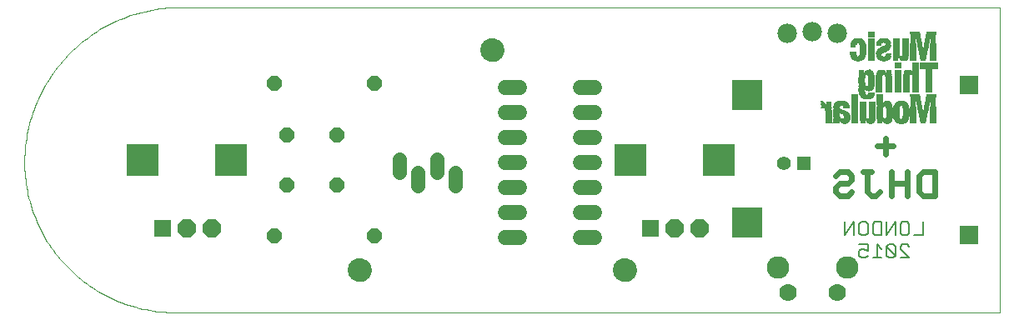
<source format=gbs>
G75*
%MOIN*%
%OFA0B0*%
%FSLAX25Y25*%
%IPPOS*%
%LPD*%
%AMOC8*
5,1,8,0,0,1.08239X$1,22.5*
%
%ADD10C,0.00000*%
%ADD11C,0.02400*%
%ADD12C,0.00700*%
%ADD13R,0.12400X0.12400*%
%ADD14C,0.09400*%
%ADD15OC8,0.06000*%
%ADD16R,0.05556X0.05556*%
%ADD17C,0.05556*%
%ADD18C,0.06000*%
%ADD19R,0.07300X0.07300*%
%ADD20R,0.07131X0.07131*%
%ADD21OC8,0.07131*%
%ADD22R,0.12668X0.12668*%
%ADD23C,0.05800*%
%ADD24C,0.09000*%
%ADD25C,0.07000*%
%ADD26R,0.00912X0.00038*%
%ADD27R,0.00608X0.00038*%
%ADD28R,0.01558X0.00038*%
%ADD29R,0.01026X0.00038*%
%ADD30R,0.01976X0.00038*%
%ADD31R,0.01292X0.00038*%
%ADD32R,0.00646X0.00038*%
%ADD33R,0.00684X0.00038*%
%ADD34R,0.02280X0.00038*%
%ADD35R,0.01520X0.00038*%
%ADD36R,0.01102X0.00038*%
%ADD37R,0.01140X0.00038*%
%ADD38R,0.02546X0.00038*%
%ADD39R,0.01710X0.00038*%
%ADD40R,0.01368X0.00038*%
%ADD41R,0.01482X0.00038*%
%ADD42R,0.02774X0.00038*%
%ADD43R,0.01862X0.00038*%
%ADD44R,0.01596X0.00038*%
%ADD45R,0.02508X0.00038*%
%ADD46R,0.02052X0.00038*%
%ADD47R,0.02964X0.00038*%
%ADD48R,0.02014X0.00038*%
%ADD49R,0.02204X0.00038*%
%ADD50R,0.01786X0.00038*%
%ADD51R,0.02242X0.00038*%
%ADD52R,0.02394X0.00038*%
%ADD53R,0.01938X0.00038*%
%ADD54R,0.03154X0.00038*%
%ADD55R,0.02166X0.00038*%
%ADD56R,0.02128X0.00038*%
%ADD57R,0.02470X0.00038*%
%ADD58R,0.03344X0.00038*%
%ADD59R,0.02318X0.00038*%
%ADD60R,0.02090X0.00038*%
%ADD61R,0.03458X0.00038*%
%ADD62R,0.02242X0.00038*%
%ADD63R,0.02432X0.00038*%
%ADD64R,0.02470X0.00038*%
%ADD65R,0.03610X0.00038*%
%ADD66R,0.02356X0.00038*%
%ADD67R,0.03724X0.00038*%
%ADD68R,0.02622X0.00038*%
%ADD69R,0.02698X0.00038*%
%ADD70R,0.03876X0.00038*%
%ADD71R,0.02698X0.00038*%
%ADD72R,0.02204X0.00038*%
%ADD73R,0.03952X0.00038*%
%ADD74R,0.02660X0.00038*%
%ADD75R,0.02926X0.00038*%
%ADD76R,0.04066X0.00038*%
%ADD77R,0.02888X0.00038*%
%ADD78R,0.02736X0.00038*%
%ADD79R,0.03040X0.00038*%
%ADD80R,0.04180X0.00038*%
%ADD81R,0.03116X0.00038*%
%ADD82R,0.04256X0.00038*%
%ADD83R,0.03040X0.00038*%
%ADD84R,0.03230X0.00038*%
%ADD85R,0.04332X0.00038*%
%ADD86R,0.03306X0.00038*%
%ADD87R,0.04408X0.00038*%
%ADD88R,0.03192X0.00038*%
%ADD89R,0.03382X0.00038*%
%ADD90R,0.04484X0.00038*%
%ADD91R,0.04560X0.00038*%
%ADD92R,0.03268X0.00038*%
%ADD93R,0.03572X0.00038*%
%ADD94R,0.04636X0.00038*%
%ADD95R,0.03648X0.00038*%
%ADD96R,0.04712X0.00038*%
%ADD97R,0.03420X0.00038*%
%ADD98R,0.03686X0.00038*%
%ADD99R,0.04788X0.00038*%
%ADD100R,0.03306X0.00038*%
%ADD101R,0.03762X0.00038*%
%ADD102R,0.04864X0.00038*%
%ADD103R,0.03496X0.00038*%
%ADD104R,0.03838X0.00038*%
%ADD105R,0.04902X0.00038*%
%ADD106R,0.03914X0.00038*%
%ADD107R,0.04940X0.00038*%
%ADD108R,0.06384X0.00038*%
%ADD109R,0.05016X0.00038*%
%ADD110R,0.03534X0.00038*%
%ADD111R,0.06422X0.00038*%
%ADD112R,0.05054X0.00038*%
%ADD113R,0.05092X0.00038*%
%ADD114R,0.06460X0.00038*%
%ADD115R,0.05168X0.00038*%
%ADD116R,0.06004X0.00038*%
%ADD117R,0.06498X0.00038*%
%ADD118R,0.05244X0.00038*%
%ADD119R,0.06042X0.00038*%
%ADD120R,0.05282X0.00038*%
%ADD121R,0.06498X0.00038*%
%ADD122R,0.05320X0.00038*%
%ADD123R,0.05358X0.00038*%
%ADD124R,0.06080X0.00038*%
%ADD125R,0.06536X0.00038*%
%ADD126R,0.05396X0.00038*%
%ADD127R,0.02584X0.00038*%
%ADD128R,0.05434X0.00038*%
%ADD129R,0.06574X0.00038*%
%ADD130R,0.05472X0.00038*%
%ADD131R,0.06118X0.00038*%
%ADD132R,0.05548X0.00038*%
%ADD133R,0.06612X0.00038*%
%ADD134R,0.06156X0.00038*%
%ADD135R,0.05586X0.00038*%
%ADD136R,0.05624X0.00038*%
%ADD137R,0.06650X0.00038*%
%ADD138R,0.05700X0.00038*%
%ADD139R,0.06612X0.00038*%
%ADD140R,0.06194X0.00038*%
%ADD141R,0.02964X0.00038*%
%ADD142R,0.03268X0.00038*%
%ADD143R,0.02812X0.00038*%
%ADD144R,0.03154X0.00038*%
%ADD145R,0.02812X0.00038*%
%ADD146R,0.03002X0.00038*%
%ADD147R,0.03078X0.00038*%
%ADD148R,0.02584X0.00038*%
%ADD149R,0.02850X0.00038*%
%ADD150R,0.02356X0.00038*%
%ADD151R,0.01824X0.00038*%
%ADD152R,0.05928X0.00038*%
%ADD153R,0.05890X0.00038*%
%ADD154R,0.05814X0.00038*%
%ADD155R,0.05776X0.00038*%
%ADD156R,0.05738X0.00038*%
%ADD157R,0.01862X0.00038*%
%ADD158R,0.05510X0.00038*%
%ADD159R,0.01900X0.00038*%
%ADD160R,0.05206X0.00038*%
%ADD161R,0.05130X0.00038*%
%ADD162R,0.05054X0.00038*%
%ADD163R,0.04978X0.00038*%
%ADD164R,0.04826X0.00038*%
%ADD165R,0.04750X0.00038*%
%ADD166R,0.04446X0.00038*%
%ADD167R,0.04142X0.00038*%
%ADD168R,0.04028X0.00038*%
%ADD169R,0.03534X0.00038*%
%ADD170R,0.01976X0.00038*%
%ADD171R,0.00114X0.00038*%
%ADD172R,0.00380X0.00038*%
%ADD173R,0.02926X0.00038*%
%ADD174R,0.05662X0.00038*%
%ADD175R,0.05966X0.00038*%
%ADD176R,0.05776X0.00038*%
%ADD177R,0.01748X0.00038*%
%ADD178R,0.05852X0.00038*%
%ADD179R,0.01672X0.00038*%
%ADD180R,0.01634X0.00038*%
%ADD181R,0.05434X0.00038*%
%ADD182R,0.02014X0.00038*%
%ADD183R,0.01444X0.00038*%
%ADD184R,0.01406X0.00038*%
%ADD185R,0.01330X0.00038*%
%ADD186R,0.04674X0.00038*%
%ADD187R,0.01216X0.00038*%
%ADD188R,0.01178X0.00038*%
%ADD189R,0.01140X0.00038*%
%ADD190R,0.04294X0.00038*%
%ADD191R,0.01064X0.00038*%
%ADD192R,0.04218X0.00038*%
%ADD193R,0.01026X0.00038*%
%ADD194R,0.00950X0.00038*%
%ADD195R,0.00836X0.00038*%
%ADD196R,0.00760X0.00038*%
%ADD197R,0.00570X0.00038*%
%ADD198R,0.00456X0.00038*%
%ADD199R,0.00342X0.00038*%
%ADD200R,0.00152X0.00038*%
%ADD201R,0.04256X0.00038*%
%ADD202R,0.01748X0.00038*%
%ADD203R,0.04142X0.00038*%
%ADD204R,0.04104X0.00038*%
%ADD205R,0.00988X0.00038*%
%ADD206R,0.04028X0.00038*%
%ADD207R,0.03990X0.00038*%
%ADD208R,0.04370X0.00038*%
%ADD209R,0.04484X0.00038*%
%ADD210R,0.04598X0.00038*%
%ADD211R,0.03800X0.00038*%
%ADD212R,0.05662X0.00038*%
%ADD213R,0.05890X0.00038*%
%ADD214R,0.00532X0.00038*%
%ADD215R,0.06042X0.00038*%
%ADD216R,0.06156X0.00038*%
%ADD217R,0.03648X0.00038*%
%ADD218R,0.03078X0.00038*%
%ADD219R,0.01254X0.00038*%
%ADD220R,0.00570X0.00038*%
%ADD221R,0.07068X0.00038*%
%ADD222R,0.00912X0.00038*%
%ADD223R,0.01520X0.00038*%
%ADD224R,0.03420X0.00038*%
%ADD225R,0.04522X0.00038*%
%ADD226R,0.04712X0.00038*%
%ADD227R,0.05092X0.00038*%
%ADD228R,0.05320X0.00038*%
%ADD229R,0.05548X0.00038*%
%ADD230R,0.03876X0.00038*%
%ADD231R,0.04370X0.00038*%
%ADD232R,0.03990X0.00038*%
%ADD233R,0.02090X0.00038*%
%ADD234R,0.04826X0.00038*%
%ADD235R,0.04598X0.00038*%
%ADD236C,0.07800*%
D10*
X0067008Y0011800D02*
X0396564Y0011800D01*
X0396564Y0133847D01*
X0069822Y0133847D01*
X0189300Y0116800D02*
X0189302Y0116934D01*
X0189308Y0117068D01*
X0189318Y0117201D01*
X0189332Y0117335D01*
X0189350Y0117468D01*
X0189372Y0117600D01*
X0189397Y0117731D01*
X0189427Y0117862D01*
X0189461Y0117992D01*
X0189498Y0118120D01*
X0189539Y0118248D01*
X0189584Y0118374D01*
X0189633Y0118499D01*
X0189685Y0118622D01*
X0189741Y0118744D01*
X0189801Y0118864D01*
X0189864Y0118982D01*
X0189931Y0119098D01*
X0190001Y0119212D01*
X0190075Y0119324D01*
X0190152Y0119434D01*
X0190232Y0119542D01*
X0190315Y0119647D01*
X0190401Y0119749D01*
X0190490Y0119849D01*
X0190583Y0119946D01*
X0190678Y0120041D01*
X0190776Y0120132D01*
X0190876Y0120221D01*
X0190979Y0120306D01*
X0191085Y0120389D01*
X0191193Y0120468D01*
X0191303Y0120544D01*
X0191416Y0120617D01*
X0191531Y0120686D01*
X0191647Y0120752D01*
X0191766Y0120814D01*
X0191886Y0120873D01*
X0192009Y0120928D01*
X0192132Y0120980D01*
X0192257Y0121027D01*
X0192384Y0121071D01*
X0192512Y0121112D01*
X0192641Y0121148D01*
X0192771Y0121181D01*
X0192902Y0121209D01*
X0193033Y0121234D01*
X0193166Y0121255D01*
X0193299Y0121272D01*
X0193432Y0121285D01*
X0193566Y0121294D01*
X0193700Y0121299D01*
X0193834Y0121300D01*
X0193967Y0121297D01*
X0194101Y0121290D01*
X0194235Y0121279D01*
X0194368Y0121264D01*
X0194501Y0121245D01*
X0194633Y0121222D01*
X0194764Y0121196D01*
X0194894Y0121165D01*
X0195024Y0121130D01*
X0195152Y0121092D01*
X0195279Y0121050D01*
X0195405Y0121004D01*
X0195530Y0120954D01*
X0195653Y0120901D01*
X0195774Y0120844D01*
X0195894Y0120783D01*
X0196011Y0120719D01*
X0196127Y0120652D01*
X0196241Y0120581D01*
X0196352Y0120506D01*
X0196461Y0120429D01*
X0196568Y0120348D01*
X0196673Y0120264D01*
X0196774Y0120177D01*
X0196874Y0120087D01*
X0196970Y0119994D01*
X0197064Y0119898D01*
X0197155Y0119799D01*
X0197242Y0119698D01*
X0197327Y0119594D01*
X0197409Y0119488D01*
X0197487Y0119380D01*
X0197562Y0119269D01*
X0197634Y0119156D01*
X0197703Y0119040D01*
X0197768Y0118923D01*
X0197829Y0118804D01*
X0197887Y0118683D01*
X0197941Y0118561D01*
X0197992Y0118437D01*
X0198039Y0118311D01*
X0198082Y0118184D01*
X0198121Y0118056D01*
X0198157Y0117927D01*
X0198188Y0117797D01*
X0198216Y0117666D01*
X0198240Y0117534D01*
X0198260Y0117401D01*
X0198276Y0117268D01*
X0198288Y0117135D01*
X0198296Y0117001D01*
X0198300Y0116867D01*
X0198300Y0116733D01*
X0198296Y0116599D01*
X0198288Y0116465D01*
X0198276Y0116332D01*
X0198260Y0116199D01*
X0198240Y0116066D01*
X0198216Y0115934D01*
X0198188Y0115803D01*
X0198157Y0115673D01*
X0198121Y0115544D01*
X0198082Y0115416D01*
X0198039Y0115289D01*
X0197992Y0115163D01*
X0197941Y0115039D01*
X0197887Y0114917D01*
X0197829Y0114796D01*
X0197768Y0114677D01*
X0197703Y0114560D01*
X0197634Y0114444D01*
X0197562Y0114331D01*
X0197487Y0114220D01*
X0197409Y0114112D01*
X0197327Y0114006D01*
X0197242Y0113902D01*
X0197155Y0113801D01*
X0197064Y0113702D01*
X0196970Y0113606D01*
X0196874Y0113513D01*
X0196774Y0113423D01*
X0196673Y0113336D01*
X0196568Y0113252D01*
X0196461Y0113171D01*
X0196352Y0113094D01*
X0196241Y0113019D01*
X0196127Y0112948D01*
X0196011Y0112881D01*
X0195894Y0112817D01*
X0195774Y0112756D01*
X0195653Y0112699D01*
X0195530Y0112646D01*
X0195405Y0112596D01*
X0195279Y0112550D01*
X0195152Y0112508D01*
X0195024Y0112470D01*
X0194894Y0112435D01*
X0194764Y0112404D01*
X0194633Y0112378D01*
X0194501Y0112355D01*
X0194368Y0112336D01*
X0194235Y0112321D01*
X0194101Y0112310D01*
X0193967Y0112303D01*
X0193834Y0112300D01*
X0193700Y0112301D01*
X0193566Y0112306D01*
X0193432Y0112315D01*
X0193299Y0112328D01*
X0193166Y0112345D01*
X0193033Y0112366D01*
X0192902Y0112391D01*
X0192771Y0112419D01*
X0192641Y0112452D01*
X0192512Y0112488D01*
X0192384Y0112529D01*
X0192257Y0112573D01*
X0192132Y0112620D01*
X0192009Y0112672D01*
X0191886Y0112727D01*
X0191766Y0112786D01*
X0191647Y0112848D01*
X0191531Y0112914D01*
X0191416Y0112983D01*
X0191303Y0113056D01*
X0191193Y0113132D01*
X0191085Y0113211D01*
X0190979Y0113294D01*
X0190876Y0113379D01*
X0190776Y0113468D01*
X0190678Y0113559D01*
X0190583Y0113654D01*
X0190490Y0113751D01*
X0190401Y0113851D01*
X0190315Y0113953D01*
X0190232Y0114058D01*
X0190152Y0114166D01*
X0190075Y0114276D01*
X0190001Y0114388D01*
X0189931Y0114502D01*
X0189864Y0114618D01*
X0189801Y0114736D01*
X0189741Y0114856D01*
X0189685Y0114978D01*
X0189633Y0115101D01*
X0189584Y0115226D01*
X0189539Y0115352D01*
X0189498Y0115480D01*
X0189461Y0115608D01*
X0189427Y0115738D01*
X0189397Y0115869D01*
X0189372Y0116000D01*
X0189350Y0116132D01*
X0189332Y0116265D01*
X0189318Y0116399D01*
X0189308Y0116532D01*
X0189302Y0116666D01*
X0189300Y0116800D01*
X0069822Y0133848D02*
X0068319Y0133849D01*
X0066816Y0133815D01*
X0065314Y0133744D01*
X0063815Y0133637D01*
X0062319Y0133494D01*
X0060827Y0133314D01*
X0059339Y0133099D01*
X0057857Y0132848D01*
X0056381Y0132561D01*
X0054913Y0132238D01*
X0053454Y0131880D01*
X0052003Y0131487D01*
X0050562Y0131059D01*
X0049132Y0130596D01*
X0047713Y0130099D01*
X0046307Y0129568D01*
X0044914Y0129003D01*
X0043536Y0128404D01*
X0042172Y0127772D01*
X0040823Y0127108D01*
X0039492Y0126411D01*
X0038177Y0125682D01*
X0036880Y0124921D01*
X0035603Y0124130D01*
X0034344Y0123308D01*
X0033106Y0122455D01*
X0031889Y0121573D01*
X0030694Y0120662D01*
X0029521Y0119722D01*
X0028371Y0118754D01*
X0027244Y0117759D01*
X0026142Y0116737D01*
X0025065Y0115688D01*
X0024014Y0114614D01*
X0022989Y0113514D01*
X0021991Y0112390D01*
X0021020Y0111243D01*
X0020078Y0110072D01*
X0019164Y0108878D01*
X0018279Y0107663D01*
X0017423Y0106427D01*
X0016598Y0105171D01*
X0015804Y0103895D01*
X0015040Y0102601D01*
X0014308Y0101288D01*
X0013608Y0099958D01*
X0012940Y0098611D01*
X0012305Y0097249D01*
X0011703Y0095871D01*
X0011134Y0094480D01*
X0010600Y0093075D01*
X0010099Y0091658D01*
X0009633Y0090229D01*
X0009201Y0088789D01*
X0008805Y0087339D01*
X0008443Y0085880D01*
X0008117Y0084413D01*
X0007826Y0082938D01*
X0007572Y0081457D01*
X0007353Y0079970D01*
X0007170Y0078478D01*
X0007023Y0076982D01*
X0006912Y0075483D01*
X0006838Y0073981D01*
X0006799Y0072479D01*
X0006800Y0072479D02*
X0006800Y0072008D01*
X0006818Y0070553D01*
X0006870Y0069099D01*
X0006958Y0067647D01*
X0007081Y0066197D01*
X0007239Y0064751D01*
X0007432Y0063309D01*
X0007659Y0061872D01*
X0007922Y0060440D01*
X0008218Y0059016D01*
X0008550Y0057599D01*
X0008915Y0056191D01*
X0009314Y0054792D01*
X0009747Y0053403D01*
X0010213Y0052024D01*
X0010713Y0050658D01*
X0011245Y0049304D01*
X0011810Y0047963D01*
X0012407Y0046636D01*
X0013036Y0045324D01*
X0013696Y0044028D01*
X0014388Y0042748D01*
X0015111Y0041485D01*
X0015863Y0040240D01*
X0016646Y0039013D01*
X0017458Y0037806D01*
X0018299Y0036619D01*
X0019168Y0035452D01*
X0020065Y0034307D01*
X0020990Y0033183D01*
X0021942Y0032083D01*
X0022920Y0031005D01*
X0023923Y0029952D01*
X0024952Y0028923D01*
X0026005Y0027920D01*
X0027083Y0026942D01*
X0028183Y0025990D01*
X0029307Y0025065D01*
X0030452Y0024168D01*
X0031619Y0023299D01*
X0032806Y0022458D01*
X0034013Y0021646D01*
X0035240Y0020863D01*
X0036485Y0020111D01*
X0037748Y0019388D01*
X0039028Y0018696D01*
X0040324Y0018036D01*
X0041636Y0017407D01*
X0042963Y0016810D01*
X0044304Y0016245D01*
X0045658Y0015713D01*
X0047024Y0015213D01*
X0048403Y0014747D01*
X0049792Y0014314D01*
X0051191Y0013915D01*
X0052599Y0013550D01*
X0054016Y0013218D01*
X0055440Y0012922D01*
X0056872Y0012659D01*
X0058309Y0012432D01*
X0059751Y0012239D01*
X0061197Y0012081D01*
X0062647Y0011958D01*
X0064099Y0011870D01*
X0065553Y0011818D01*
X0067008Y0011800D01*
X0136300Y0028800D02*
X0136302Y0028934D01*
X0136308Y0029068D01*
X0136318Y0029201D01*
X0136332Y0029335D01*
X0136350Y0029468D01*
X0136372Y0029600D01*
X0136397Y0029731D01*
X0136427Y0029862D01*
X0136461Y0029992D01*
X0136498Y0030120D01*
X0136539Y0030248D01*
X0136584Y0030374D01*
X0136633Y0030499D01*
X0136685Y0030622D01*
X0136741Y0030744D01*
X0136801Y0030864D01*
X0136864Y0030982D01*
X0136931Y0031098D01*
X0137001Y0031212D01*
X0137075Y0031324D01*
X0137152Y0031434D01*
X0137232Y0031542D01*
X0137315Y0031647D01*
X0137401Y0031749D01*
X0137490Y0031849D01*
X0137583Y0031946D01*
X0137678Y0032041D01*
X0137776Y0032132D01*
X0137876Y0032221D01*
X0137979Y0032306D01*
X0138085Y0032389D01*
X0138193Y0032468D01*
X0138303Y0032544D01*
X0138416Y0032617D01*
X0138531Y0032686D01*
X0138647Y0032752D01*
X0138766Y0032814D01*
X0138886Y0032873D01*
X0139009Y0032928D01*
X0139132Y0032980D01*
X0139257Y0033027D01*
X0139384Y0033071D01*
X0139512Y0033112D01*
X0139641Y0033148D01*
X0139771Y0033181D01*
X0139902Y0033209D01*
X0140033Y0033234D01*
X0140166Y0033255D01*
X0140299Y0033272D01*
X0140432Y0033285D01*
X0140566Y0033294D01*
X0140700Y0033299D01*
X0140834Y0033300D01*
X0140967Y0033297D01*
X0141101Y0033290D01*
X0141235Y0033279D01*
X0141368Y0033264D01*
X0141501Y0033245D01*
X0141633Y0033222D01*
X0141764Y0033196D01*
X0141894Y0033165D01*
X0142024Y0033130D01*
X0142152Y0033092D01*
X0142279Y0033050D01*
X0142405Y0033004D01*
X0142530Y0032954D01*
X0142653Y0032901D01*
X0142774Y0032844D01*
X0142894Y0032783D01*
X0143011Y0032719D01*
X0143127Y0032652D01*
X0143241Y0032581D01*
X0143352Y0032506D01*
X0143461Y0032429D01*
X0143568Y0032348D01*
X0143673Y0032264D01*
X0143774Y0032177D01*
X0143874Y0032087D01*
X0143970Y0031994D01*
X0144064Y0031898D01*
X0144155Y0031799D01*
X0144242Y0031698D01*
X0144327Y0031594D01*
X0144409Y0031488D01*
X0144487Y0031380D01*
X0144562Y0031269D01*
X0144634Y0031156D01*
X0144703Y0031040D01*
X0144768Y0030923D01*
X0144829Y0030804D01*
X0144887Y0030683D01*
X0144941Y0030561D01*
X0144992Y0030437D01*
X0145039Y0030311D01*
X0145082Y0030184D01*
X0145121Y0030056D01*
X0145157Y0029927D01*
X0145188Y0029797D01*
X0145216Y0029666D01*
X0145240Y0029534D01*
X0145260Y0029401D01*
X0145276Y0029268D01*
X0145288Y0029135D01*
X0145296Y0029001D01*
X0145300Y0028867D01*
X0145300Y0028733D01*
X0145296Y0028599D01*
X0145288Y0028465D01*
X0145276Y0028332D01*
X0145260Y0028199D01*
X0145240Y0028066D01*
X0145216Y0027934D01*
X0145188Y0027803D01*
X0145157Y0027673D01*
X0145121Y0027544D01*
X0145082Y0027416D01*
X0145039Y0027289D01*
X0144992Y0027163D01*
X0144941Y0027039D01*
X0144887Y0026917D01*
X0144829Y0026796D01*
X0144768Y0026677D01*
X0144703Y0026560D01*
X0144634Y0026444D01*
X0144562Y0026331D01*
X0144487Y0026220D01*
X0144409Y0026112D01*
X0144327Y0026006D01*
X0144242Y0025902D01*
X0144155Y0025801D01*
X0144064Y0025702D01*
X0143970Y0025606D01*
X0143874Y0025513D01*
X0143774Y0025423D01*
X0143673Y0025336D01*
X0143568Y0025252D01*
X0143461Y0025171D01*
X0143352Y0025094D01*
X0143241Y0025019D01*
X0143127Y0024948D01*
X0143011Y0024881D01*
X0142894Y0024817D01*
X0142774Y0024756D01*
X0142653Y0024699D01*
X0142530Y0024646D01*
X0142405Y0024596D01*
X0142279Y0024550D01*
X0142152Y0024508D01*
X0142024Y0024470D01*
X0141894Y0024435D01*
X0141764Y0024404D01*
X0141633Y0024378D01*
X0141501Y0024355D01*
X0141368Y0024336D01*
X0141235Y0024321D01*
X0141101Y0024310D01*
X0140967Y0024303D01*
X0140834Y0024300D01*
X0140700Y0024301D01*
X0140566Y0024306D01*
X0140432Y0024315D01*
X0140299Y0024328D01*
X0140166Y0024345D01*
X0140033Y0024366D01*
X0139902Y0024391D01*
X0139771Y0024419D01*
X0139641Y0024452D01*
X0139512Y0024488D01*
X0139384Y0024529D01*
X0139257Y0024573D01*
X0139132Y0024620D01*
X0139009Y0024672D01*
X0138886Y0024727D01*
X0138766Y0024786D01*
X0138647Y0024848D01*
X0138531Y0024914D01*
X0138416Y0024983D01*
X0138303Y0025056D01*
X0138193Y0025132D01*
X0138085Y0025211D01*
X0137979Y0025294D01*
X0137876Y0025379D01*
X0137776Y0025468D01*
X0137678Y0025559D01*
X0137583Y0025654D01*
X0137490Y0025751D01*
X0137401Y0025851D01*
X0137315Y0025953D01*
X0137232Y0026058D01*
X0137152Y0026166D01*
X0137075Y0026276D01*
X0137001Y0026388D01*
X0136931Y0026502D01*
X0136864Y0026618D01*
X0136801Y0026736D01*
X0136741Y0026856D01*
X0136685Y0026978D01*
X0136633Y0027101D01*
X0136584Y0027226D01*
X0136539Y0027352D01*
X0136498Y0027480D01*
X0136461Y0027608D01*
X0136427Y0027738D01*
X0136397Y0027869D01*
X0136372Y0028000D01*
X0136350Y0028132D01*
X0136332Y0028265D01*
X0136318Y0028399D01*
X0136308Y0028532D01*
X0136302Y0028666D01*
X0136300Y0028800D01*
X0242300Y0028800D02*
X0242302Y0028934D01*
X0242308Y0029068D01*
X0242318Y0029201D01*
X0242332Y0029335D01*
X0242350Y0029468D01*
X0242372Y0029600D01*
X0242397Y0029731D01*
X0242427Y0029862D01*
X0242461Y0029992D01*
X0242498Y0030120D01*
X0242539Y0030248D01*
X0242584Y0030374D01*
X0242633Y0030499D01*
X0242685Y0030622D01*
X0242741Y0030744D01*
X0242801Y0030864D01*
X0242864Y0030982D01*
X0242931Y0031098D01*
X0243001Y0031212D01*
X0243075Y0031324D01*
X0243152Y0031434D01*
X0243232Y0031542D01*
X0243315Y0031647D01*
X0243401Y0031749D01*
X0243490Y0031849D01*
X0243583Y0031946D01*
X0243678Y0032041D01*
X0243776Y0032132D01*
X0243876Y0032221D01*
X0243979Y0032306D01*
X0244085Y0032389D01*
X0244193Y0032468D01*
X0244303Y0032544D01*
X0244416Y0032617D01*
X0244531Y0032686D01*
X0244647Y0032752D01*
X0244766Y0032814D01*
X0244886Y0032873D01*
X0245009Y0032928D01*
X0245132Y0032980D01*
X0245257Y0033027D01*
X0245384Y0033071D01*
X0245512Y0033112D01*
X0245641Y0033148D01*
X0245771Y0033181D01*
X0245902Y0033209D01*
X0246033Y0033234D01*
X0246166Y0033255D01*
X0246299Y0033272D01*
X0246432Y0033285D01*
X0246566Y0033294D01*
X0246700Y0033299D01*
X0246834Y0033300D01*
X0246967Y0033297D01*
X0247101Y0033290D01*
X0247235Y0033279D01*
X0247368Y0033264D01*
X0247501Y0033245D01*
X0247633Y0033222D01*
X0247764Y0033196D01*
X0247894Y0033165D01*
X0248024Y0033130D01*
X0248152Y0033092D01*
X0248279Y0033050D01*
X0248405Y0033004D01*
X0248530Y0032954D01*
X0248653Y0032901D01*
X0248774Y0032844D01*
X0248894Y0032783D01*
X0249011Y0032719D01*
X0249127Y0032652D01*
X0249241Y0032581D01*
X0249352Y0032506D01*
X0249461Y0032429D01*
X0249568Y0032348D01*
X0249673Y0032264D01*
X0249774Y0032177D01*
X0249874Y0032087D01*
X0249970Y0031994D01*
X0250064Y0031898D01*
X0250155Y0031799D01*
X0250242Y0031698D01*
X0250327Y0031594D01*
X0250409Y0031488D01*
X0250487Y0031380D01*
X0250562Y0031269D01*
X0250634Y0031156D01*
X0250703Y0031040D01*
X0250768Y0030923D01*
X0250829Y0030804D01*
X0250887Y0030683D01*
X0250941Y0030561D01*
X0250992Y0030437D01*
X0251039Y0030311D01*
X0251082Y0030184D01*
X0251121Y0030056D01*
X0251157Y0029927D01*
X0251188Y0029797D01*
X0251216Y0029666D01*
X0251240Y0029534D01*
X0251260Y0029401D01*
X0251276Y0029268D01*
X0251288Y0029135D01*
X0251296Y0029001D01*
X0251300Y0028867D01*
X0251300Y0028733D01*
X0251296Y0028599D01*
X0251288Y0028465D01*
X0251276Y0028332D01*
X0251260Y0028199D01*
X0251240Y0028066D01*
X0251216Y0027934D01*
X0251188Y0027803D01*
X0251157Y0027673D01*
X0251121Y0027544D01*
X0251082Y0027416D01*
X0251039Y0027289D01*
X0250992Y0027163D01*
X0250941Y0027039D01*
X0250887Y0026917D01*
X0250829Y0026796D01*
X0250768Y0026677D01*
X0250703Y0026560D01*
X0250634Y0026444D01*
X0250562Y0026331D01*
X0250487Y0026220D01*
X0250409Y0026112D01*
X0250327Y0026006D01*
X0250242Y0025902D01*
X0250155Y0025801D01*
X0250064Y0025702D01*
X0249970Y0025606D01*
X0249874Y0025513D01*
X0249774Y0025423D01*
X0249673Y0025336D01*
X0249568Y0025252D01*
X0249461Y0025171D01*
X0249352Y0025094D01*
X0249241Y0025019D01*
X0249127Y0024948D01*
X0249011Y0024881D01*
X0248894Y0024817D01*
X0248774Y0024756D01*
X0248653Y0024699D01*
X0248530Y0024646D01*
X0248405Y0024596D01*
X0248279Y0024550D01*
X0248152Y0024508D01*
X0248024Y0024470D01*
X0247894Y0024435D01*
X0247764Y0024404D01*
X0247633Y0024378D01*
X0247501Y0024355D01*
X0247368Y0024336D01*
X0247235Y0024321D01*
X0247101Y0024310D01*
X0246967Y0024303D01*
X0246834Y0024300D01*
X0246700Y0024301D01*
X0246566Y0024306D01*
X0246432Y0024315D01*
X0246299Y0024328D01*
X0246166Y0024345D01*
X0246033Y0024366D01*
X0245902Y0024391D01*
X0245771Y0024419D01*
X0245641Y0024452D01*
X0245512Y0024488D01*
X0245384Y0024529D01*
X0245257Y0024573D01*
X0245132Y0024620D01*
X0245009Y0024672D01*
X0244886Y0024727D01*
X0244766Y0024786D01*
X0244647Y0024848D01*
X0244531Y0024914D01*
X0244416Y0024983D01*
X0244303Y0025056D01*
X0244193Y0025132D01*
X0244085Y0025211D01*
X0243979Y0025294D01*
X0243876Y0025379D01*
X0243776Y0025468D01*
X0243678Y0025559D01*
X0243583Y0025654D01*
X0243490Y0025751D01*
X0243401Y0025851D01*
X0243315Y0025953D01*
X0243232Y0026058D01*
X0243152Y0026166D01*
X0243075Y0026276D01*
X0243001Y0026388D01*
X0242931Y0026502D01*
X0242864Y0026618D01*
X0242801Y0026736D01*
X0242741Y0026856D01*
X0242685Y0026978D01*
X0242633Y0027101D01*
X0242584Y0027226D01*
X0242539Y0027352D01*
X0242498Y0027480D01*
X0242461Y0027608D01*
X0242427Y0027738D01*
X0242397Y0027869D01*
X0242372Y0028000D01*
X0242350Y0028132D01*
X0242332Y0028265D01*
X0242318Y0028399D01*
X0242308Y0028532D01*
X0242302Y0028666D01*
X0242300Y0028800D01*
D11*
X0331145Y0060101D02*
X0332746Y0058500D01*
X0335949Y0058500D01*
X0337551Y0060101D01*
X0343796Y0060101D02*
X0345397Y0058500D01*
X0346999Y0058500D01*
X0348600Y0060101D01*
X0343796Y0060101D02*
X0343796Y0068108D01*
X0345397Y0068108D02*
X0342195Y0068108D01*
X0337551Y0066507D02*
X0337551Y0064905D01*
X0335949Y0063304D01*
X0332746Y0063304D01*
X0331145Y0061703D01*
X0331145Y0060101D01*
X0331145Y0066507D02*
X0332746Y0068108D01*
X0335949Y0068108D01*
X0337551Y0066507D01*
X0353244Y0068108D02*
X0353244Y0058500D01*
X0359649Y0058500D02*
X0359649Y0068108D01*
X0364293Y0066507D02*
X0365895Y0068108D01*
X0370699Y0068108D01*
X0370699Y0058500D01*
X0365895Y0058500D01*
X0364293Y0060101D01*
X0364293Y0066507D01*
X0359649Y0063304D02*
X0353244Y0063304D01*
X0350922Y0075101D02*
X0350922Y0081507D01*
X0354125Y0078304D02*
X0347719Y0078304D01*
D12*
X0346798Y0047955D02*
X0349450Y0047955D01*
X0349450Y0042650D01*
X0346798Y0042650D01*
X0345914Y0043534D01*
X0345914Y0047070D01*
X0346798Y0047955D01*
X0343925Y0047070D02*
X0343925Y0043534D01*
X0343041Y0042650D01*
X0341273Y0042650D01*
X0340389Y0043534D01*
X0340389Y0047070D01*
X0341273Y0047955D01*
X0343041Y0047955D01*
X0343925Y0047070D01*
X0338401Y0047955D02*
X0334864Y0042650D01*
X0334864Y0047955D01*
X0338401Y0047955D02*
X0338401Y0042650D01*
X0340389Y0038955D02*
X0343925Y0038955D01*
X0343925Y0036302D01*
X0342157Y0037186D01*
X0341273Y0037186D01*
X0340389Y0036302D01*
X0340389Y0034534D01*
X0341273Y0033650D01*
X0343041Y0033650D01*
X0343925Y0034534D01*
X0345914Y0033650D02*
X0349450Y0033650D01*
X0347682Y0033650D02*
X0347682Y0038955D01*
X0349450Y0037186D01*
X0351438Y0038070D02*
X0352322Y0038955D01*
X0354091Y0038955D01*
X0354975Y0038070D01*
X0354975Y0034534D01*
X0351438Y0038070D01*
X0351438Y0034534D01*
X0352322Y0033650D01*
X0354091Y0033650D01*
X0354975Y0034534D01*
X0356963Y0033650D02*
X0360499Y0033650D01*
X0356963Y0037186D01*
X0356963Y0038070D01*
X0357847Y0038955D01*
X0359615Y0038955D01*
X0360499Y0038070D01*
X0359615Y0042650D02*
X0357847Y0042650D01*
X0356963Y0043534D01*
X0356963Y0047070D01*
X0357847Y0047955D01*
X0359615Y0047955D01*
X0360499Y0047070D01*
X0360499Y0043534D01*
X0359615Y0042650D01*
X0362488Y0042650D02*
X0366024Y0042650D01*
X0366024Y0047955D01*
X0354975Y0047955D02*
X0351438Y0042650D01*
X0351438Y0047955D01*
X0354975Y0047955D02*
X0354975Y0042650D01*
D13*
X0295800Y0047800D03*
X0295800Y0098800D03*
D14*
X0193800Y0116800D03*
X0140800Y0028800D03*
X0246800Y0028800D03*
D15*
X0146800Y0042300D03*
X0106800Y0042300D03*
X0111800Y0062800D03*
X0131800Y0062800D03*
X0131800Y0082800D03*
X0111800Y0082800D03*
X0106800Y0103300D03*
X0146800Y0103300D03*
D16*
X0318237Y0071300D03*
D17*
X0310363Y0071300D03*
D18*
X0234600Y0071800D02*
X0229000Y0071800D01*
X0204600Y0071800D02*
X0199000Y0071800D01*
X0199000Y0061800D02*
X0204600Y0061800D01*
X0229000Y0061800D02*
X0234600Y0061800D01*
X0234600Y0051800D02*
X0229000Y0051800D01*
X0204600Y0051800D02*
X0199000Y0051800D01*
X0199000Y0041800D02*
X0204600Y0041800D01*
X0229000Y0041800D02*
X0234600Y0041800D01*
X0234600Y0081800D02*
X0229000Y0081800D01*
X0204600Y0081800D02*
X0199000Y0081800D01*
X0199000Y0091800D02*
X0204600Y0091800D01*
X0229000Y0091800D02*
X0234600Y0091800D01*
X0234600Y0101800D02*
X0229000Y0101800D01*
X0204600Y0101800D02*
X0199000Y0101800D01*
D19*
X0384261Y0102824D03*
X0384261Y0042824D03*
D20*
X0256957Y0045265D03*
X0061957Y0045265D03*
D21*
X0071800Y0045265D03*
X0081643Y0045265D03*
X0266800Y0045265D03*
X0276643Y0045265D03*
D22*
X0284517Y0072824D03*
X0249083Y0072824D03*
X0089517Y0072824D03*
X0054083Y0072824D03*
D23*
X0156702Y0073224D02*
X0156702Y0067824D01*
X0164202Y0067824D02*
X0164202Y0062424D01*
X0179202Y0062424D02*
X0179202Y0067824D01*
X0171702Y0067824D02*
X0171702Y0073224D01*
D24*
X0308020Y0029643D03*
X0335580Y0029643D03*
D25*
X0331643Y0019800D03*
X0311957Y0019800D03*
D26*
X0357303Y0087104D03*
X0357303Y0096110D03*
X0325763Y0095768D03*
X0350349Y0112184D03*
D27*
X0351717Y0087104D03*
D28*
X0357322Y0087142D03*
X0326086Y0095198D03*
X0326086Y0095236D03*
X0340070Y0112222D03*
X0340070Y0121152D03*
D29*
X0351736Y0087142D03*
D30*
X0357303Y0087180D03*
X0364789Y0093298D03*
X0364789Y0093336D03*
X0364751Y0093488D03*
X0364751Y0093526D03*
X0364751Y0093564D03*
X0364751Y0093602D03*
X0364675Y0093868D03*
X0364675Y0093906D03*
X0364675Y0093944D03*
X0364675Y0093982D03*
X0364675Y0094020D03*
X0364637Y0094058D03*
X0364637Y0094096D03*
X0364637Y0094134D03*
X0364637Y0094172D03*
X0364637Y0094210D03*
X0364561Y0094438D03*
X0364561Y0094476D03*
X0364561Y0094514D03*
X0364561Y0094552D03*
X0364523Y0094590D03*
X0364523Y0094628D03*
X0364523Y0094666D03*
X0364523Y0094704D03*
X0364523Y0094742D03*
X0364447Y0094970D03*
X0364447Y0095008D03*
X0364447Y0095046D03*
X0364447Y0095084D03*
X0364447Y0095122D03*
X0364409Y0095160D03*
X0364409Y0095198D03*
X0364409Y0095236D03*
X0364409Y0095274D03*
X0364371Y0095350D03*
X0364371Y0095388D03*
X0364371Y0095426D03*
X0364371Y0095464D03*
X0364333Y0095540D03*
X0364333Y0095578D03*
X0364333Y0095616D03*
X0364333Y0095654D03*
X0364257Y0095882D03*
X0364257Y0095920D03*
X0364257Y0095958D03*
X0364257Y0095996D03*
X0367753Y0095312D03*
X0367791Y0095502D03*
X0367715Y0095122D03*
X0367905Y0096034D03*
X0367411Y0093640D03*
X0367411Y0093602D03*
X0367373Y0093450D03*
X0367373Y0093412D03*
X0367373Y0093374D03*
X0367373Y0093336D03*
X0367373Y0093298D03*
X0367297Y0092994D03*
X0367297Y0092956D03*
X0357303Y0096034D03*
X0360115Y0108384D03*
X0349209Y0108384D03*
X0367297Y0118036D03*
X0367297Y0118074D03*
X0367373Y0118378D03*
X0367373Y0118416D03*
X0367373Y0118454D03*
X0367373Y0118492D03*
X0367373Y0118530D03*
X0367411Y0118682D03*
X0367411Y0118720D03*
X0367715Y0120202D03*
X0367753Y0120392D03*
X0367791Y0120582D03*
X0367905Y0121114D03*
X0364447Y0120202D03*
X0364447Y0120164D03*
X0364447Y0120126D03*
X0364447Y0120088D03*
X0364447Y0120050D03*
X0364409Y0120240D03*
X0364409Y0120278D03*
X0364409Y0120316D03*
X0364409Y0120354D03*
X0364371Y0120430D03*
X0364371Y0120468D03*
X0364371Y0120506D03*
X0364371Y0120544D03*
X0364333Y0120620D03*
X0364333Y0120658D03*
X0364333Y0120696D03*
X0364333Y0120734D03*
X0364257Y0120962D03*
X0364257Y0121000D03*
X0364257Y0121038D03*
X0364257Y0121076D03*
X0364523Y0119822D03*
X0364523Y0119784D03*
X0364523Y0119746D03*
X0364523Y0119708D03*
X0364523Y0119670D03*
X0364561Y0119632D03*
X0364561Y0119594D03*
X0364561Y0119556D03*
X0364561Y0119518D03*
X0364637Y0119290D03*
X0364637Y0119252D03*
X0364637Y0119214D03*
X0364637Y0119176D03*
X0364637Y0119138D03*
X0364675Y0119100D03*
X0364675Y0119062D03*
X0364675Y0119024D03*
X0364675Y0118986D03*
X0364675Y0118948D03*
X0364751Y0118682D03*
X0364751Y0118644D03*
X0364751Y0118606D03*
X0364751Y0118568D03*
X0364789Y0118416D03*
X0364789Y0118378D03*
X0340051Y0121114D03*
D31*
X0325953Y0095502D03*
X0351717Y0087180D03*
D32*
X0345124Y0087180D03*
X0351660Y0096072D03*
X0349190Y0108574D03*
X0358386Y0112260D03*
X0360096Y0108574D03*
D33*
X0325649Y0095882D03*
X0334731Y0087180D03*
D34*
X0334693Y0087408D03*
X0357303Y0087218D03*
X0366081Y0087788D03*
X0366081Y0087826D03*
X0366081Y0087864D03*
X0366081Y0087902D03*
X0366081Y0087940D03*
X0370071Y0095426D03*
X0370071Y0095464D03*
X0370071Y0095502D03*
X0370071Y0095540D03*
X0370071Y0095578D03*
X0370071Y0095616D03*
X0370071Y0095654D03*
X0370071Y0095692D03*
X0370071Y0095730D03*
X0370071Y0095768D03*
X0370071Y0095806D03*
X0370071Y0095844D03*
X0370071Y0095882D03*
X0370071Y0095920D03*
X0370071Y0095958D03*
X0370071Y0095996D03*
X0370071Y0096034D03*
X0362091Y0096034D03*
X0362091Y0095996D03*
X0362091Y0095958D03*
X0362091Y0095920D03*
X0362091Y0095882D03*
X0362091Y0095844D03*
X0362091Y0095806D03*
X0362091Y0095768D03*
X0362091Y0095730D03*
X0362091Y0095692D03*
X0362091Y0095654D03*
X0362091Y0095616D03*
X0362091Y0095578D03*
X0362091Y0095540D03*
X0362091Y0095502D03*
X0362091Y0095464D03*
X0362091Y0095426D03*
X0357303Y0095996D03*
X0351717Y0095768D03*
X0340051Y0112298D03*
X0348487Y0114084D03*
X0348525Y0114046D03*
X0348411Y0114996D03*
X0348411Y0115034D03*
X0352097Y0114198D03*
X0352135Y0114274D03*
X0352097Y0118644D03*
X0352097Y0118682D03*
X0351983Y0119442D03*
X0362091Y0120506D03*
X0362091Y0120544D03*
X0362091Y0120582D03*
X0362091Y0120620D03*
X0362091Y0120658D03*
X0362091Y0120696D03*
X0362091Y0120734D03*
X0362091Y0120772D03*
X0362091Y0120810D03*
X0362091Y0120848D03*
X0362091Y0120886D03*
X0362091Y0120924D03*
X0362091Y0120962D03*
X0362091Y0121000D03*
X0362091Y0121038D03*
X0362091Y0121076D03*
X0362091Y0121114D03*
X0370071Y0121114D03*
X0370071Y0121076D03*
X0370071Y0121038D03*
X0370071Y0121000D03*
X0370071Y0120962D03*
X0370071Y0120924D03*
X0370071Y0120886D03*
X0370071Y0120848D03*
X0370071Y0120810D03*
X0370071Y0120772D03*
X0370071Y0120734D03*
X0370071Y0120696D03*
X0370071Y0120658D03*
X0370071Y0120620D03*
X0370071Y0120582D03*
X0370071Y0120544D03*
X0370071Y0120506D03*
X0366081Y0113020D03*
X0366081Y0112982D03*
X0366081Y0112944D03*
X0366081Y0112906D03*
X0366081Y0112868D03*
X0340051Y0121076D03*
X0338189Y0118454D03*
D35*
X0326067Y0095274D03*
X0351717Y0087218D03*
X0357303Y0096072D03*
D36*
X0345124Y0087218D03*
X0349190Y0108536D03*
X0358386Y0112298D03*
X0360096Y0108536D03*
D37*
X0334731Y0087218D03*
D38*
X0334674Y0087484D03*
X0335662Y0089270D03*
X0335396Y0090790D03*
X0335358Y0090828D03*
X0331520Y0090030D03*
X0331520Y0089992D03*
X0331520Y0089954D03*
X0331520Y0089916D03*
X0331520Y0089878D03*
X0331520Y0089840D03*
X0331520Y0089802D03*
X0331520Y0093298D03*
X0331520Y0093336D03*
X0331558Y0094096D03*
X0331596Y0094134D03*
X0328176Y0092880D03*
X0328176Y0092842D03*
X0328176Y0092804D03*
X0335320Y0094172D03*
X0335358Y0094134D03*
X0341856Y0098656D03*
X0345314Y0098694D03*
X0345314Y0102342D03*
X0345314Y0102380D03*
X0341628Y0102494D03*
X0341628Y0102532D03*
X0341628Y0106180D03*
X0341628Y0106218D03*
X0341628Y0106256D03*
X0345276Y0106408D03*
X0348582Y0106522D03*
X0352230Y0106180D03*
X0352230Y0106142D03*
X0359488Y0106522D03*
X0363136Y0106180D03*
X0363136Y0106142D03*
X0358310Y0112640D03*
X0358994Y0114350D03*
X0355346Y0114692D03*
X0355346Y0114730D03*
X0351888Y0113894D03*
X0348544Y0115262D03*
X0341666Y0114008D03*
X0340070Y0112336D03*
X0338436Y0114008D03*
X0338436Y0119328D03*
X0338474Y0119366D03*
X0340070Y0121038D03*
X0341666Y0119328D03*
X0348772Y0119632D03*
X0351964Y0118340D03*
X0355688Y0094248D03*
X0358918Y0094248D03*
X0352496Y0093716D03*
X0348848Y0093716D03*
X0348848Y0093678D03*
X0348848Y0089498D03*
X0348848Y0089460D03*
X0345732Y0089270D03*
X0345048Y0087560D03*
X0342084Y0089612D03*
X0342084Y0089650D03*
X0351736Y0087484D03*
X0355688Y0088966D03*
X0357322Y0087256D03*
X0358918Y0088966D03*
X0352572Y0089460D03*
X0352572Y0089498D03*
X0352534Y0089422D03*
X0352534Y0089384D03*
D39*
X0351736Y0087256D03*
X0334712Y0087294D03*
X0326162Y0095008D03*
X0326162Y0095046D03*
D40*
X0325991Y0095426D03*
X0345105Y0087256D03*
X0349209Y0108498D03*
X0358367Y0112336D03*
X0360115Y0108498D03*
D41*
X0350254Y0121152D03*
X0326048Y0095312D03*
X0334712Y0087256D03*
D42*
X0334674Y0087560D03*
X0331634Y0089270D03*
X0335130Y0091056D03*
X0328062Y0093222D03*
X0331710Y0094324D03*
X0342198Y0089270D03*
X0345048Y0087674D03*
X0345618Y0089118D03*
X0348962Y0089194D03*
X0351736Y0087598D03*
X0357322Y0087294D03*
X0352344Y0093982D03*
X0348962Y0093944D03*
X0343680Y0097136D03*
X0345162Y0098580D03*
X0345162Y0102114D03*
X0341742Y0102190D03*
X0341742Y0106522D03*
X0344516Y0108080D03*
X0348696Y0106674D03*
X0349266Y0108118D03*
X0352116Y0106522D03*
X0359602Y0106674D03*
X0363022Y0106522D03*
X0358310Y0112754D03*
X0358880Y0114198D03*
X0355460Y0114350D03*
X0348696Y0115414D03*
X0340070Y0112374D03*
D43*
X0365036Y0116934D03*
X0365036Y0116972D03*
X0365036Y0117010D03*
X0365036Y0117048D03*
X0365036Y0117086D03*
X0364998Y0117200D03*
X0364998Y0117238D03*
X0365112Y0116668D03*
X0365112Y0116630D03*
X0365112Y0116592D03*
X0365112Y0116554D03*
X0367050Y0116554D03*
X0367050Y0116592D03*
X0367050Y0116630D03*
X0367050Y0116668D03*
X0367126Y0116972D03*
X0367126Y0117010D03*
X0367126Y0117048D03*
X0367126Y0117086D03*
X0367164Y0117238D03*
X0367164Y0092158D03*
X0367126Y0092006D03*
X0367126Y0091968D03*
X0367126Y0091930D03*
X0367126Y0091892D03*
X0367050Y0091588D03*
X0367050Y0091550D03*
X0367050Y0091512D03*
X0367050Y0091474D03*
X0365112Y0091474D03*
X0365112Y0091512D03*
X0365112Y0091550D03*
X0365112Y0091588D03*
X0365036Y0091854D03*
X0365036Y0091892D03*
X0365036Y0091930D03*
X0365036Y0091968D03*
X0365036Y0092006D03*
X0364998Y0092120D03*
X0364998Y0092158D03*
X0351736Y0087294D03*
D44*
X0345105Y0087294D03*
X0326105Y0095160D03*
X0351717Y0095958D03*
X0349209Y0108460D03*
X0344535Y0108460D03*
X0358367Y0112374D03*
D45*
X0359013Y0114388D03*
X0359051Y0114502D03*
X0362205Y0113096D03*
X0362205Y0113058D03*
X0362205Y0113020D03*
X0362205Y0112982D03*
X0362205Y0112944D03*
X0362205Y0112906D03*
X0362205Y0112868D03*
X0362205Y0112830D03*
X0362205Y0112792D03*
X0362205Y0112754D03*
X0362205Y0112716D03*
X0362205Y0112678D03*
X0362205Y0112640D03*
X0362205Y0112602D03*
X0362205Y0112564D03*
X0362205Y0112526D03*
X0362205Y0112488D03*
X0362205Y0112450D03*
X0362205Y0112412D03*
X0366081Y0113438D03*
X0366081Y0113476D03*
X0366081Y0113514D03*
X0366081Y0113552D03*
X0369957Y0113096D03*
X0369957Y0113058D03*
X0369957Y0113020D03*
X0369957Y0112982D03*
X0369957Y0112944D03*
X0369957Y0112906D03*
X0369957Y0112868D03*
X0369957Y0112830D03*
X0369957Y0112792D03*
X0369957Y0112754D03*
X0369957Y0112716D03*
X0369957Y0112678D03*
X0369957Y0112640D03*
X0369957Y0112602D03*
X0369957Y0112564D03*
X0369957Y0112526D03*
X0369957Y0112488D03*
X0369957Y0112450D03*
X0369957Y0112412D03*
X0355327Y0114768D03*
X0355327Y0114806D03*
X0355327Y0114844D03*
X0350311Y0112336D03*
X0348677Y0113894D03*
X0348525Y0115224D03*
X0341685Y0114046D03*
X0338417Y0114046D03*
X0338379Y0114084D03*
X0351983Y0118378D03*
X0351831Y0119594D03*
X0349247Y0108232D03*
X0348563Y0106484D03*
X0348563Y0106446D03*
X0348525Y0106370D03*
X0345333Y0106332D03*
X0345333Y0106294D03*
X0345295Y0106370D03*
X0344497Y0108194D03*
X0341609Y0106142D03*
X0341609Y0106104D03*
X0341609Y0106066D03*
X0341609Y0106028D03*
X0352249Y0106028D03*
X0352249Y0106066D03*
X0352249Y0106104D03*
X0359431Y0106370D03*
X0359469Y0106446D03*
X0359469Y0106484D03*
X0363155Y0106104D03*
X0363155Y0106066D03*
X0363155Y0106028D03*
X0345371Y0102608D03*
X0345371Y0102570D03*
X0345371Y0102532D03*
X0345333Y0102456D03*
X0345333Y0102418D03*
X0344497Y0100594D03*
X0345333Y0098732D03*
X0341837Y0098694D03*
X0341609Y0102570D03*
X0341609Y0102608D03*
X0341609Y0102646D03*
X0341609Y0102684D03*
X0351717Y0095692D03*
X0355669Y0094210D03*
X0357303Y0095958D03*
X0358937Y0094210D03*
X0352553Y0093526D03*
X0352553Y0093488D03*
X0352515Y0093602D03*
X0352515Y0093640D03*
X0352515Y0093678D03*
X0348829Y0093640D03*
X0348829Y0093602D03*
X0348829Y0089650D03*
X0348829Y0089612D03*
X0348829Y0089574D03*
X0348829Y0089536D03*
X0345789Y0089422D03*
X0345751Y0089308D03*
X0342065Y0089688D03*
X0342065Y0089726D03*
X0342065Y0089764D03*
X0335681Y0089346D03*
X0335681Y0089308D03*
X0335453Y0090714D03*
X0335415Y0090752D03*
X0331501Y0090752D03*
X0331501Y0090790D03*
X0331501Y0090828D03*
X0331501Y0090866D03*
X0331501Y0090904D03*
X0331501Y0090942D03*
X0331501Y0090980D03*
X0331501Y0091018D03*
X0331501Y0091056D03*
X0331501Y0091094D03*
X0331501Y0091132D03*
X0331501Y0091170D03*
X0331501Y0091208D03*
X0331501Y0091246D03*
X0331501Y0091284D03*
X0331501Y0091322D03*
X0331501Y0091360D03*
X0331501Y0091398D03*
X0331501Y0090714D03*
X0331501Y0090676D03*
X0331501Y0090638D03*
X0331501Y0090600D03*
X0331501Y0090562D03*
X0331501Y0090524D03*
X0331501Y0090486D03*
X0331501Y0090448D03*
X0331501Y0090410D03*
X0331501Y0090372D03*
X0331501Y0090334D03*
X0331501Y0090296D03*
X0331501Y0090258D03*
X0331501Y0090220D03*
X0331501Y0090182D03*
X0331501Y0090144D03*
X0331501Y0090106D03*
X0331501Y0090068D03*
X0331197Y0087332D03*
X0331501Y0093374D03*
X0331501Y0093412D03*
X0331501Y0093450D03*
X0331539Y0094020D03*
X0331539Y0094058D03*
X0328195Y0092766D03*
X0328195Y0092728D03*
X0328195Y0092690D03*
X0328195Y0092652D03*
X0335377Y0094096D03*
X0352591Y0089688D03*
X0352591Y0089650D03*
X0352591Y0089612D03*
X0352591Y0089574D03*
X0352591Y0089536D03*
X0358937Y0089004D03*
X0358975Y0089042D03*
X0362205Y0088016D03*
X0362205Y0087978D03*
X0362205Y0087940D03*
X0362205Y0087902D03*
X0362205Y0087864D03*
X0362205Y0087826D03*
X0362205Y0087788D03*
X0362205Y0087750D03*
X0362205Y0087712D03*
X0362205Y0087674D03*
X0362205Y0087636D03*
X0362205Y0087598D03*
X0362205Y0087560D03*
X0362205Y0087522D03*
X0362205Y0087484D03*
X0362205Y0087446D03*
X0362205Y0087408D03*
X0362205Y0087370D03*
X0362205Y0087332D03*
X0366081Y0088358D03*
X0366081Y0088396D03*
X0366081Y0088434D03*
X0366081Y0088472D03*
X0369957Y0088016D03*
X0369957Y0087978D03*
X0369957Y0087940D03*
X0369957Y0087902D03*
X0369957Y0087864D03*
X0369957Y0087826D03*
X0369957Y0087788D03*
X0369957Y0087750D03*
X0369957Y0087712D03*
X0369957Y0087674D03*
X0369957Y0087636D03*
X0369957Y0087598D03*
X0369957Y0087560D03*
X0369957Y0087522D03*
X0369957Y0087484D03*
X0369957Y0087446D03*
X0369957Y0087408D03*
X0369957Y0087370D03*
X0369957Y0087332D03*
D46*
X0366081Y0087332D03*
X0366081Y0087370D03*
X0351717Y0095844D03*
X0344535Y0108346D03*
X0366081Y0112412D03*
X0366081Y0112450D03*
D47*
X0366081Y0114540D03*
X0366081Y0114578D03*
X0366081Y0114616D03*
X0366081Y0114654D03*
X0366081Y0114692D03*
X0358291Y0112830D03*
X0355555Y0114236D03*
X0350311Y0112412D03*
X0351679Y0118036D03*
X0340051Y0120962D03*
X0340051Y0112412D03*
X0341837Y0106598D03*
X0352021Y0106636D03*
X0360153Y0108004D03*
X0362927Y0106636D03*
X0357303Y0095882D03*
X0351717Y0095464D03*
X0342293Y0089156D03*
X0345029Y0087750D03*
X0351717Y0087674D03*
X0357303Y0087332D03*
X0366081Y0089460D03*
X0366081Y0089498D03*
X0366081Y0089536D03*
X0366081Y0089574D03*
X0366081Y0089612D03*
X0331729Y0089080D03*
X0331729Y0092918D03*
X0327967Y0093336D03*
D48*
X0351736Y0087332D03*
X0367392Y0093488D03*
X0367392Y0093526D03*
X0367392Y0093564D03*
X0367430Y0093678D03*
X0367430Y0093716D03*
X0367430Y0093754D03*
X0367430Y0093792D03*
X0367430Y0093830D03*
X0367468Y0093868D03*
X0367468Y0093906D03*
X0367468Y0093944D03*
X0367468Y0093982D03*
X0367468Y0094020D03*
X0367506Y0094058D03*
X0367506Y0094096D03*
X0367506Y0094134D03*
X0367506Y0094172D03*
X0367506Y0094210D03*
X0367544Y0094248D03*
X0367544Y0094286D03*
X0367544Y0094324D03*
X0367544Y0094362D03*
X0367582Y0094400D03*
X0367582Y0094438D03*
X0367582Y0094476D03*
X0367582Y0094514D03*
X0367582Y0094552D03*
X0367620Y0094590D03*
X0367620Y0094628D03*
X0367620Y0094666D03*
X0367620Y0094704D03*
X0367620Y0094742D03*
X0367658Y0094780D03*
X0367658Y0094818D03*
X0367658Y0094856D03*
X0367658Y0094894D03*
X0367658Y0094932D03*
X0367696Y0094970D03*
X0367696Y0095008D03*
X0367696Y0095046D03*
X0367696Y0095084D03*
X0367734Y0095160D03*
X0367734Y0095198D03*
X0367734Y0095236D03*
X0367734Y0095274D03*
X0367810Y0095540D03*
X0367810Y0095578D03*
X0367810Y0095616D03*
X0367810Y0095654D03*
X0367848Y0095692D03*
X0367848Y0095730D03*
X0367848Y0095768D03*
X0367848Y0095806D03*
X0367886Y0095882D03*
X0367886Y0095920D03*
X0367886Y0095958D03*
X0367886Y0095996D03*
X0364580Y0094400D03*
X0367392Y0118568D03*
X0367392Y0118606D03*
X0367392Y0118644D03*
X0367430Y0118758D03*
X0367430Y0118796D03*
X0367430Y0118834D03*
X0367430Y0118872D03*
X0367430Y0118910D03*
X0367468Y0118948D03*
X0367468Y0118986D03*
X0367468Y0119024D03*
X0367468Y0119062D03*
X0367468Y0119100D03*
X0367506Y0119138D03*
X0367506Y0119176D03*
X0367506Y0119214D03*
X0367506Y0119252D03*
X0367506Y0119290D03*
X0367544Y0119328D03*
X0367544Y0119366D03*
X0367544Y0119404D03*
X0367544Y0119442D03*
X0367582Y0119480D03*
X0367582Y0119518D03*
X0367582Y0119556D03*
X0367582Y0119594D03*
X0367582Y0119632D03*
X0367620Y0119670D03*
X0367620Y0119708D03*
X0367620Y0119746D03*
X0367620Y0119784D03*
X0367620Y0119822D03*
X0367658Y0119860D03*
X0367658Y0119898D03*
X0367658Y0119936D03*
X0367658Y0119974D03*
X0367658Y0120012D03*
X0367696Y0120050D03*
X0367696Y0120088D03*
X0367696Y0120126D03*
X0367696Y0120164D03*
X0367734Y0120240D03*
X0367734Y0120278D03*
X0367734Y0120316D03*
X0367734Y0120354D03*
X0367810Y0120620D03*
X0367810Y0120658D03*
X0367810Y0120696D03*
X0367810Y0120734D03*
X0367848Y0120772D03*
X0367848Y0120810D03*
X0367848Y0120848D03*
X0367848Y0120886D03*
X0367886Y0120962D03*
X0367886Y0121000D03*
X0367886Y0121038D03*
X0367886Y0121076D03*
X0364580Y0119480D03*
D49*
X0352135Y0118986D03*
X0352135Y0118948D03*
X0352135Y0118910D03*
X0352135Y0118872D03*
X0352135Y0118834D03*
X0352097Y0119138D03*
X0352097Y0119176D03*
X0352097Y0119214D03*
X0352059Y0119252D03*
X0352059Y0119290D03*
X0350273Y0121076D03*
X0348525Y0119366D03*
X0348373Y0114882D03*
X0348373Y0114844D03*
X0348373Y0114806D03*
X0348411Y0114274D03*
X0352173Y0114426D03*
X0352173Y0114464D03*
X0352173Y0114502D03*
X0352211Y0114540D03*
X0352211Y0114578D03*
X0352211Y0114616D03*
X0352211Y0114654D03*
X0351717Y0095806D03*
X0333439Y0096034D03*
X0328347Y0095882D03*
X0328347Y0095844D03*
X0328347Y0095806D03*
X0328347Y0095768D03*
X0328347Y0095730D03*
X0328347Y0095692D03*
X0328347Y0095654D03*
X0328347Y0095616D03*
X0328347Y0095578D03*
X0328347Y0095540D03*
X0328347Y0095502D03*
X0328347Y0095464D03*
X0328347Y0095426D03*
X0328347Y0095388D03*
X0328347Y0095350D03*
X0328347Y0095312D03*
X0328347Y0095274D03*
X0328347Y0095236D03*
X0328347Y0095198D03*
X0328347Y0095160D03*
X0328347Y0095122D03*
X0328347Y0095084D03*
X0328347Y0095046D03*
X0328347Y0095008D03*
X0328347Y0094970D03*
X0328347Y0094932D03*
X0328347Y0094894D03*
X0328347Y0094856D03*
X0328347Y0094818D03*
X0328347Y0094780D03*
X0328347Y0094742D03*
X0348677Y0088244D03*
X0348677Y0088206D03*
X0348677Y0088168D03*
X0348677Y0088130D03*
X0348677Y0088092D03*
X0348677Y0088054D03*
X0348677Y0088016D03*
X0348677Y0087978D03*
X0348677Y0087940D03*
X0348677Y0087902D03*
X0348677Y0087864D03*
X0348677Y0087826D03*
X0348677Y0087788D03*
X0348677Y0087750D03*
X0348677Y0087712D03*
X0348677Y0087674D03*
X0348677Y0087636D03*
X0348677Y0087598D03*
X0348677Y0087560D03*
X0348677Y0087522D03*
X0348677Y0087484D03*
X0348677Y0087446D03*
X0348677Y0087408D03*
X0348677Y0087370D03*
X0348677Y0087332D03*
D50*
X0345086Y0087332D03*
X0326200Y0094932D03*
X0344516Y0100366D03*
X0344516Y0108422D03*
X0358348Y0112412D03*
D51*
X0358348Y0112526D03*
X0355194Y0112526D03*
X0355194Y0112564D03*
X0355194Y0112602D03*
X0355194Y0112640D03*
X0355194Y0112678D03*
X0355194Y0112716D03*
X0355194Y0112754D03*
X0355194Y0112792D03*
X0355194Y0112830D03*
X0355194Y0112868D03*
X0355194Y0112906D03*
X0355194Y0112944D03*
X0355194Y0112982D03*
X0355194Y0113020D03*
X0355194Y0113058D03*
X0355194Y0113096D03*
X0355194Y0113134D03*
X0355194Y0113172D03*
X0355194Y0113210D03*
X0355194Y0113248D03*
X0355194Y0113286D03*
X0355194Y0113324D03*
X0355194Y0113362D03*
X0355194Y0113400D03*
X0355194Y0112488D03*
X0355194Y0112450D03*
X0355194Y0112412D03*
X0352116Y0114236D03*
X0350330Y0112298D03*
X0348468Y0114122D03*
X0348392Y0114920D03*
X0348392Y0114958D03*
X0348544Y0119404D03*
X0348582Y0119480D03*
X0352002Y0119404D03*
X0352116Y0118796D03*
X0352116Y0118758D03*
X0352116Y0118720D03*
X0352382Y0108422D03*
X0352382Y0108384D03*
X0352382Y0108346D03*
X0352382Y0108308D03*
X0352382Y0108270D03*
X0352382Y0108232D03*
X0352382Y0108194D03*
X0352382Y0108156D03*
X0352382Y0108118D03*
X0352382Y0108080D03*
X0352382Y0108042D03*
X0352382Y0108004D03*
X0352382Y0107966D03*
X0352382Y0107928D03*
X0352382Y0107890D03*
X0352382Y0107852D03*
X0352382Y0107814D03*
X0352382Y0107776D03*
X0352382Y0107738D03*
X0352382Y0107700D03*
X0352382Y0107662D03*
X0352382Y0107624D03*
X0352382Y0107586D03*
X0352382Y0107548D03*
X0352382Y0107510D03*
X0352382Y0107472D03*
X0349228Y0108308D03*
X0360134Y0108308D03*
X0341932Y0088320D03*
X0341932Y0088282D03*
X0341932Y0088244D03*
X0341932Y0088206D03*
X0341932Y0088168D03*
X0341932Y0088130D03*
X0341932Y0088092D03*
X0341932Y0088054D03*
X0341932Y0088016D03*
X0341932Y0087978D03*
X0341932Y0087940D03*
X0341932Y0087902D03*
X0341932Y0087864D03*
X0341932Y0087826D03*
X0341932Y0087788D03*
X0341932Y0087750D03*
X0341932Y0087712D03*
X0341932Y0087674D03*
X0341932Y0087636D03*
X0341932Y0087598D03*
X0341932Y0087560D03*
X0341932Y0087522D03*
X0341932Y0087484D03*
X0341932Y0087446D03*
X0341932Y0087408D03*
X0341932Y0087370D03*
X0341932Y0087332D03*
D52*
X0338664Y0087332D03*
X0338664Y0087370D03*
X0338664Y0087408D03*
X0338664Y0087446D03*
X0338664Y0087484D03*
X0338664Y0087522D03*
X0338664Y0087560D03*
X0338664Y0087598D03*
X0338664Y0087636D03*
X0338664Y0087674D03*
X0338664Y0087712D03*
X0338664Y0087750D03*
X0338664Y0087788D03*
X0338664Y0087826D03*
X0338664Y0087864D03*
X0338664Y0087902D03*
X0338664Y0087940D03*
X0338664Y0087978D03*
X0338664Y0088016D03*
X0338664Y0088054D03*
X0338664Y0088092D03*
X0338664Y0088130D03*
X0338664Y0088168D03*
X0338664Y0088206D03*
X0338664Y0088244D03*
X0338664Y0088282D03*
X0338664Y0088320D03*
X0338664Y0088358D03*
X0338664Y0088396D03*
X0338664Y0088434D03*
X0338664Y0088472D03*
X0338664Y0088510D03*
X0338664Y0088548D03*
X0338664Y0088586D03*
X0338664Y0088624D03*
X0338664Y0088662D03*
X0338664Y0088700D03*
X0338664Y0088738D03*
X0338664Y0088776D03*
X0338664Y0088814D03*
X0338664Y0088852D03*
X0338664Y0088890D03*
X0338664Y0088928D03*
X0338664Y0088966D03*
X0338664Y0089004D03*
X0338664Y0089042D03*
X0338664Y0089080D03*
X0338664Y0089118D03*
X0338664Y0089156D03*
X0338664Y0089194D03*
X0338664Y0089232D03*
X0338664Y0089270D03*
X0338664Y0089308D03*
X0338664Y0089346D03*
X0338664Y0089384D03*
X0338664Y0089422D03*
X0338664Y0089460D03*
X0338664Y0089498D03*
X0338664Y0089536D03*
X0338664Y0089574D03*
X0338664Y0089612D03*
X0338664Y0089650D03*
X0338664Y0089688D03*
X0338664Y0089726D03*
X0338664Y0089764D03*
X0338664Y0089802D03*
X0338664Y0089840D03*
X0338664Y0089878D03*
X0338664Y0089916D03*
X0338664Y0089954D03*
X0338664Y0089992D03*
X0338664Y0090030D03*
X0338664Y0090068D03*
X0338664Y0090106D03*
X0338664Y0090144D03*
X0338664Y0090182D03*
X0338664Y0090220D03*
X0338664Y0090258D03*
X0338664Y0090296D03*
X0338664Y0090334D03*
X0338664Y0090372D03*
X0338664Y0090410D03*
X0338664Y0090448D03*
X0338664Y0090486D03*
X0338664Y0090524D03*
X0338664Y0090562D03*
X0338664Y0090600D03*
X0338664Y0090638D03*
X0338664Y0090676D03*
X0338664Y0090714D03*
X0338664Y0090752D03*
X0338664Y0090790D03*
X0338664Y0090828D03*
X0338664Y0090866D03*
X0338664Y0090904D03*
X0338664Y0090942D03*
X0338664Y0090980D03*
X0338664Y0091018D03*
X0338664Y0091056D03*
X0338664Y0091094D03*
X0338664Y0091132D03*
X0338664Y0091170D03*
X0338664Y0091208D03*
X0338664Y0091246D03*
X0338664Y0091284D03*
X0338664Y0091322D03*
X0338664Y0091360D03*
X0338664Y0091398D03*
X0338664Y0091436D03*
X0338664Y0091474D03*
X0338664Y0091512D03*
X0338664Y0091550D03*
X0338664Y0091588D03*
X0338664Y0091626D03*
X0338664Y0091664D03*
X0338664Y0091702D03*
X0338664Y0091740D03*
X0338664Y0091778D03*
X0338664Y0091816D03*
X0338664Y0091854D03*
X0338664Y0091892D03*
X0338664Y0091930D03*
X0338664Y0091968D03*
X0338664Y0092006D03*
X0338664Y0092044D03*
X0338664Y0092082D03*
X0338664Y0092120D03*
X0338664Y0092158D03*
X0338664Y0092196D03*
X0338664Y0092234D03*
X0338664Y0092272D03*
X0338664Y0092310D03*
X0338664Y0092348D03*
X0338664Y0092386D03*
X0338664Y0092424D03*
X0338664Y0092462D03*
X0338664Y0092500D03*
X0338664Y0092538D03*
X0338664Y0092576D03*
X0338664Y0092614D03*
X0338664Y0092652D03*
X0338664Y0092690D03*
X0338664Y0092728D03*
X0338664Y0092766D03*
X0338664Y0092804D03*
X0338664Y0092842D03*
X0338664Y0092880D03*
X0338664Y0092918D03*
X0338664Y0092956D03*
X0338664Y0092994D03*
X0338664Y0093032D03*
X0338664Y0093070D03*
X0338664Y0093108D03*
X0338664Y0093146D03*
X0338664Y0093184D03*
X0338664Y0093222D03*
X0338664Y0093260D03*
X0338664Y0093298D03*
X0338664Y0093336D03*
X0338664Y0093374D03*
X0338664Y0093412D03*
X0338664Y0093450D03*
X0338664Y0093488D03*
X0338664Y0093526D03*
X0338664Y0093564D03*
X0338664Y0093602D03*
X0338664Y0093640D03*
X0338664Y0093678D03*
X0338664Y0093716D03*
X0338664Y0093754D03*
X0338664Y0093792D03*
X0338664Y0093830D03*
X0338664Y0093868D03*
X0338664Y0093906D03*
X0338664Y0093944D03*
X0338664Y0093982D03*
X0338664Y0094020D03*
X0338664Y0094058D03*
X0338664Y0094096D03*
X0338664Y0094134D03*
X0338664Y0094172D03*
X0338664Y0094210D03*
X0338664Y0094248D03*
X0338664Y0094286D03*
X0338664Y0094324D03*
X0338664Y0094362D03*
X0338664Y0094400D03*
X0338664Y0094438D03*
X0338664Y0094476D03*
X0338664Y0094514D03*
X0338664Y0094552D03*
X0338664Y0094590D03*
X0338664Y0094628D03*
X0338664Y0094666D03*
X0338664Y0094704D03*
X0338664Y0094742D03*
X0338664Y0094780D03*
X0338664Y0094818D03*
X0338664Y0094856D03*
X0338664Y0094894D03*
X0338664Y0094932D03*
X0338664Y0094970D03*
X0338664Y0095008D03*
X0338664Y0095046D03*
X0338664Y0095084D03*
X0338664Y0095122D03*
X0338664Y0095160D03*
X0338664Y0095198D03*
X0338664Y0095236D03*
X0338664Y0095274D03*
X0338664Y0095312D03*
X0338664Y0095350D03*
X0338664Y0095388D03*
X0338664Y0095426D03*
X0338664Y0095464D03*
X0338664Y0095502D03*
X0338664Y0095540D03*
X0338664Y0095578D03*
X0338664Y0095616D03*
X0338664Y0095654D03*
X0338664Y0095692D03*
X0338664Y0095730D03*
X0338664Y0095768D03*
X0338664Y0095806D03*
X0338664Y0095844D03*
X0338664Y0095882D03*
X0338664Y0095920D03*
X0338664Y0095958D03*
X0338664Y0095996D03*
X0338664Y0096034D03*
X0338664Y0096072D03*
X0338664Y0096110D03*
X0338664Y0096148D03*
X0338664Y0096186D03*
X0338664Y0096224D03*
X0338664Y0096262D03*
X0338664Y0096300D03*
X0338664Y0096338D03*
X0338664Y0096376D03*
X0338664Y0096414D03*
X0338664Y0096452D03*
X0338664Y0096490D03*
X0338664Y0096528D03*
X0338664Y0096566D03*
X0338664Y0096604D03*
X0338664Y0096642D03*
X0338664Y0096680D03*
X0338664Y0096718D03*
X0338664Y0096756D03*
X0338664Y0096794D03*
X0338664Y0096832D03*
X0338664Y0096870D03*
X0338664Y0096908D03*
X0338664Y0096946D03*
X0338664Y0096984D03*
X0338664Y0097022D03*
X0338664Y0097060D03*
X0338664Y0097098D03*
X0338664Y0097136D03*
X0338664Y0097174D03*
X0338664Y0097212D03*
X0338664Y0097250D03*
X0338664Y0097288D03*
X0338664Y0097326D03*
X0338664Y0097364D03*
X0338664Y0097402D03*
X0338664Y0097440D03*
X0338664Y0097478D03*
X0338664Y0097516D03*
X0338664Y0097554D03*
X0338664Y0097592D03*
X0338664Y0097630D03*
X0338664Y0097668D03*
X0338664Y0097706D03*
X0338664Y0097744D03*
X0338664Y0097782D03*
X0338664Y0097820D03*
X0338664Y0097858D03*
X0338664Y0097896D03*
X0338664Y0097934D03*
X0338664Y0097972D03*
X0338664Y0098010D03*
X0338664Y0098048D03*
X0338664Y0098086D03*
X0338664Y0098124D03*
X0338664Y0098162D03*
X0338664Y0098200D03*
X0338664Y0098238D03*
X0338664Y0098276D03*
X0338664Y0098314D03*
X0338664Y0098352D03*
X0338664Y0098390D03*
X0338664Y0098428D03*
X0338664Y0098466D03*
X0338664Y0098504D03*
X0338664Y0098542D03*
X0338664Y0098580D03*
X0338664Y0098618D03*
X0338664Y0098656D03*
X0338664Y0098694D03*
X0338664Y0098732D03*
X0341628Y0099188D03*
X0341666Y0099036D03*
X0341666Y0098998D03*
X0341704Y0098922D03*
X0341704Y0098884D03*
X0341590Y0099454D03*
X0341552Y0099948D03*
X0341552Y0099986D03*
X0341552Y0100024D03*
X0341552Y0100062D03*
X0341552Y0100100D03*
X0341552Y0100138D03*
X0341552Y0100176D03*
X0341552Y0100214D03*
X0341552Y0100252D03*
X0341552Y0100290D03*
X0341552Y0100328D03*
X0341552Y0100366D03*
X0341552Y0100404D03*
X0341552Y0100442D03*
X0341552Y0100480D03*
X0341552Y0100518D03*
X0341552Y0100556D03*
X0341552Y0100594D03*
X0341552Y0100632D03*
X0341552Y0100670D03*
X0341552Y0100708D03*
X0341552Y0100746D03*
X0341552Y0100784D03*
X0341552Y0100822D03*
X0341552Y0100860D03*
X0341552Y0100898D03*
X0341552Y0100936D03*
X0345466Y0099150D03*
X0345466Y0099112D03*
X0345428Y0098998D03*
X0345428Y0098960D03*
X0345428Y0098922D03*
X0348468Y0099872D03*
X0348468Y0099910D03*
X0348468Y0099948D03*
X0348468Y0099986D03*
X0348468Y0100024D03*
X0348468Y0100062D03*
X0348468Y0100100D03*
X0348468Y0100138D03*
X0348468Y0100176D03*
X0348468Y0100214D03*
X0348468Y0100252D03*
X0348468Y0100290D03*
X0348468Y0100328D03*
X0348468Y0100366D03*
X0348468Y0100404D03*
X0348468Y0100442D03*
X0348468Y0100480D03*
X0348468Y0100518D03*
X0348468Y0100556D03*
X0348468Y0100594D03*
X0348468Y0100632D03*
X0348468Y0100670D03*
X0348468Y0100708D03*
X0348468Y0100746D03*
X0348468Y0100784D03*
X0348468Y0100822D03*
X0348468Y0100860D03*
X0348468Y0100898D03*
X0348468Y0100936D03*
X0348468Y0100974D03*
X0348468Y0101012D03*
X0348468Y0101050D03*
X0348468Y0101088D03*
X0348468Y0101126D03*
X0348468Y0101164D03*
X0348468Y0101202D03*
X0348468Y0101240D03*
X0348468Y0101278D03*
X0348468Y0101316D03*
X0348468Y0101354D03*
X0348468Y0101392D03*
X0348468Y0101430D03*
X0348468Y0101468D03*
X0348468Y0101506D03*
X0348468Y0101544D03*
X0348468Y0101582D03*
X0348468Y0101620D03*
X0348468Y0101658D03*
X0348468Y0101696D03*
X0348468Y0101734D03*
X0348468Y0101772D03*
X0348468Y0101810D03*
X0348468Y0101848D03*
X0348468Y0101886D03*
X0348468Y0101924D03*
X0348468Y0101962D03*
X0348468Y0102000D03*
X0348468Y0102038D03*
X0348468Y0102076D03*
X0348468Y0102114D03*
X0348468Y0102152D03*
X0348468Y0102190D03*
X0348468Y0102228D03*
X0348468Y0102266D03*
X0348468Y0102304D03*
X0348468Y0102342D03*
X0348468Y0102380D03*
X0348468Y0102418D03*
X0348468Y0102456D03*
X0348468Y0102494D03*
X0348468Y0102532D03*
X0348468Y0102570D03*
X0348468Y0102608D03*
X0348468Y0102646D03*
X0348468Y0102684D03*
X0348468Y0102722D03*
X0348468Y0102760D03*
X0348468Y0102798D03*
X0348468Y0102836D03*
X0348468Y0102874D03*
X0348468Y0102912D03*
X0348468Y0102950D03*
X0348468Y0102988D03*
X0348468Y0103026D03*
X0348468Y0103064D03*
X0348468Y0103102D03*
X0348468Y0103140D03*
X0348468Y0103178D03*
X0348468Y0103216D03*
X0348468Y0103254D03*
X0348468Y0103292D03*
X0348468Y0103330D03*
X0348468Y0103368D03*
X0348468Y0103406D03*
X0348468Y0103444D03*
X0348468Y0103482D03*
X0348468Y0103520D03*
X0348468Y0103558D03*
X0348468Y0103596D03*
X0348468Y0103634D03*
X0348468Y0103672D03*
X0348468Y0103710D03*
X0348468Y0103748D03*
X0348468Y0103786D03*
X0348468Y0103824D03*
X0348468Y0103862D03*
X0348468Y0103900D03*
X0348468Y0103938D03*
X0348468Y0103976D03*
X0348468Y0104014D03*
X0348468Y0104052D03*
X0348468Y0104090D03*
X0348468Y0104128D03*
X0348468Y0104166D03*
X0348468Y0104204D03*
X0348468Y0104242D03*
X0348468Y0104280D03*
X0348468Y0104318D03*
X0348468Y0104356D03*
X0348468Y0104394D03*
X0348468Y0104432D03*
X0348468Y0104470D03*
X0348468Y0104508D03*
X0348468Y0104546D03*
X0348468Y0104584D03*
X0348468Y0104622D03*
X0348468Y0104660D03*
X0348468Y0104698D03*
X0348468Y0104736D03*
X0348468Y0104774D03*
X0348468Y0104812D03*
X0348468Y0104850D03*
X0348468Y0104888D03*
X0348468Y0104926D03*
X0348468Y0104964D03*
X0348468Y0105002D03*
X0348468Y0105040D03*
X0348468Y0105078D03*
X0348468Y0105116D03*
X0348468Y0105154D03*
X0348468Y0105192D03*
X0348468Y0105230D03*
X0348468Y0105268D03*
X0348468Y0105306D03*
X0348468Y0105344D03*
X0348468Y0105382D03*
X0348468Y0105420D03*
X0348468Y0105458D03*
X0348468Y0105496D03*
X0348468Y0105534D03*
X0348468Y0105572D03*
X0348468Y0105610D03*
X0348468Y0105648D03*
X0348468Y0105686D03*
X0348468Y0105724D03*
X0348468Y0105762D03*
X0348468Y0105800D03*
X0345428Y0105800D03*
X0345428Y0105838D03*
X0345428Y0105876D03*
X0345390Y0105952D03*
X0345390Y0105990D03*
X0345390Y0106028D03*
X0345390Y0106066D03*
X0345428Y0105762D03*
X0345428Y0105724D03*
X0345428Y0105686D03*
X0345466Y0105154D03*
X0345466Y0105116D03*
X0345466Y0105078D03*
X0345466Y0105040D03*
X0345466Y0105002D03*
X0345466Y0104964D03*
X0345466Y0104926D03*
X0345466Y0104888D03*
X0345466Y0104850D03*
X0345466Y0104812D03*
X0345466Y0104774D03*
X0345466Y0104736D03*
X0345466Y0104698D03*
X0345466Y0104660D03*
X0345466Y0104622D03*
X0345466Y0104584D03*
X0345466Y0104546D03*
X0345466Y0104508D03*
X0345466Y0104470D03*
X0345466Y0104432D03*
X0345466Y0104394D03*
X0345466Y0104356D03*
X0345466Y0104318D03*
X0345466Y0104280D03*
X0345466Y0104242D03*
X0345466Y0104204D03*
X0345466Y0104166D03*
X0345466Y0104128D03*
X0345466Y0104090D03*
X0345466Y0104052D03*
X0345466Y0104014D03*
X0345466Y0103976D03*
X0345466Y0103938D03*
X0345466Y0103900D03*
X0345466Y0103862D03*
X0345466Y0103824D03*
X0345466Y0103786D03*
X0345466Y0103748D03*
X0345466Y0103710D03*
X0345466Y0103672D03*
X0345466Y0103634D03*
X0341552Y0103634D03*
X0341552Y0103672D03*
X0341552Y0103710D03*
X0341552Y0103748D03*
X0341552Y0103786D03*
X0341552Y0103824D03*
X0341552Y0103862D03*
X0341552Y0103900D03*
X0341552Y0103938D03*
X0341552Y0103976D03*
X0341552Y0104014D03*
X0341552Y0104052D03*
X0341552Y0104090D03*
X0341552Y0104128D03*
X0341552Y0104166D03*
X0341552Y0104204D03*
X0341552Y0104242D03*
X0341552Y0104280D03*
X0341552Y0104318D03*
X0341552Y0104356D03*
X0341552Y0104394D03*
X0341552Y0104432D03*
X0341552Y0104470D03*
X0341552Y0104508D03*
X0341552Y0104546D03*
X0341552Y0104584D03*
X0341552Y0104622D03*
X0341552Y0104660D03*
X0341552Y0104698D03*
X0341552Y0104736D03*
X0341552Y0104774D03*
X0341552Y0104812D03*
X0341552Y0104850D03*
X0341552Y0104888D03*
X0341552Y0104926D03*
X0341552Y0104964D03*
X0341552Y0105002D03*
X0341552Y0105040D03*
X0341552Y0105078D03*
X0341552Y0105116D03*
X0341552Y0105154D03*
X0341552Y0105192D03*
X0341552Y0105230D03*
X0341552Y0105268D03*
X0341552Y0105306D03*
X0341552Y0103596D03*
X0341552Y0103558D03*
X0341552Y0103520D03*
X0341552Y0103482D03*
X0341552Y0103444D03*
X0341552Y0103406D03*
X0352306Y0103406D03*
X0352306Y0103444D03*
X0352306Y0103482D03*
X0352306Y0103520D03*
X0352306Y0103558D03*
X0352306Y0103596D03*
X0352306Y0103634D03*
X0352306Y0103672D03*
X0352306Y0103710D03*
X0352306Y0103748D03*
X0352306Y0103786D03*
X0352306Y0103824D03*
X0352306Y0103862D03*
X0352306Y0103900D03*
X0352306Y0103938D03*
X0352306Y0103976D03*
X0352306Y0104014D03*
X0352306Y0104052D03*
X0352306Y0104090D03*
X0352306Y0104128D03*
X0352306Y0104166D03*
X0352306Y0104204D03*
X0352306Y0104242D03*
X0352306Y0104280D03*
X0352306Y0104318D03*
X0352306Y0104356D03*
X0352306Y0104394D03*
X0352306Y0104432D03*
X0352306Y0104470D03*
X0352306Y0104508D03*
X0352306Y0104546D03*
X0352306Y0104584D03*
X0352306Y0104622D03*
X0352306Y0104660D03*
X0352306Y0104698D03*
X0352306Y0104736D03*
X0352306Y0104774D03*
X0352306Y0104812D03*
X0352306Y0104850D03*
X0352306Y0104888D03*
X0352306Y0104926D03*
X0352306Y0104964D03*
X0352306Y0105002D03*
X0352306Y0105040D03*
X0352306Y0105078D03*
X0352306Y0105116D03*
X0352306Y0105154D03*
X0352306Y0105192D03*
X0352306Y0105230D03*
X0352306Y0105268D03*
X0352306Y0105306D03*
X0352306Y0105344D03*
X0352306Y0105382D03*
X0352306Y0105420D03*
X0352306Y0105458D03*
X0352306Y0105496D03*
X0352306Y0105534D03*
X0352306Y0105572D03*
X0352306Y0103368D03*
X0352306Y0103330D03*
X0352306Y0103292D03*
X0352306Y0103254D03*
X0352306Y0103216D03*
X0352306Y0103178D03*
X0352306Y0103140D03*
X0352306Y0103102D03*
X0352306Y0103064D03*
X0352306Y0103026D03*
X0352306Y0102988D03*
X0352306Y0102950D03*
X0352306Y0102912D03*
X0352306Y0102874D03*
X0352306Y0102836D03*
X0352306Y0102798D03*
X0352306Y0102760D03*
X0352306Y0102722D03*
X0352306Y0102684D03*
X0352306Y0102646D03*
X0352306Y0102608D03*
X0352306Y0102570D03*
X0352306Y0102532D03*
X0352306Y0102494D03*
X0352306Y0102456D03*
X0352306Y0102418D03*
X0352306Y0102380D03*
X0352306Y0102342D03*
X0352306Y0102304D03*
X0352306Y0102266D03*
X0352306Y0102228D03*
X0352306Y0102190D03*
X0352306Y0102152D03*
X0352306Y0102114D03*
X0352306Y0102076D03*
X0352306Y0102038D03*
X0352306Y0102000D03*
X0352306Y0101962D03*
X0352306Y0101924D03*
X0352306Y0101886D03*
X0352306Y0101848D03*
X0352306Y0101810D03*
X0352306Y0101772D03*
X0352306Y0101734D03*
X0352306Y0101696D03*
X0352306Y0101658D03*
X0352306Y0101620D03*
X0352306Y0101582D03*
X0352306Y0101544D03*
X0352306Y0101506D03*
X0352306Y0101468D03*
X0352306Y0101430D03*
X0352306Y0101392D03*
X0352306Y0101354D03*
X0352306Y0101316D03*
X0352306Y0101278D03*
X0352306Y0101240D03*
X0352306Y0101202D03*
X0352306Y0101164D03*
X0352306Y0101126D03*
X0352306Y0101088D03*
X0352306Y0101050D03*
X0352306Y0101012D03*
X0352306Y0100974D03*
X0352306Y0100936D03*
X0352306Y0100898D03*
X0352306Y0100860D03*
X0352306Y0100822D03*
X0352306Y0100784D03*
X0352306Y0100746D03*
X0352306Y0100708D03*
X0352306Y0100670D03*
X0352306Y0100632D03*
X0352306Y0100594D03*
X0352306Y0100556D03*
X0352306Y0100518D03*
X0352306Y0100480D03*
X0352306Y0100442D03*
X0352306Y0100404D03*
X0352306Y0100366D03*
X0352306Y0100328D03*
X0352306Y0100290D03*
X0352306Y0100252D03*
X0352306Y0100214D03*
X0352306Y0100176D03*
X0352306Y0100138D03*
X0352306Y0100100D03*
X0352306Y0100062D03*
X0352306Y0100024D03*
X0352306Y0099986D03*
X0352306Y0099948D03*
X0352306Y0099910D03*
X0352306Y0099872D03*
X0355916Y0099872D03*
X0355916Y0099910D03*
X0355916Y0099948D03*
X0355916Y0099986D03*
X0355916Y0100024D03*
X0355916Y0100062D03*
X0355916Y0100100D03*
X0355916Y0100138D03*
X0355916Y0100176D03*
X0355916Y0100214D03*
X0355916Y0100252D03*
X0355916Y0100290D03*
X0355916Y0100328D03*
X0355916Y0100366D03*
X0355916Y0100404D03*
X0355916Y0100442D03*
X0355916Y0100480D03*
X0355916Y0100518D03*
X0355916Y0100556D03*
X0355916Y0100594D03*
X0355916Y0100632D03*
X0355916Y0100670D03*
X0355916Y0100708D03*
X0355916Y0100746D03*
X0355916Y0100784D03*
X0355916Y0100822D03*
X0355916Y0100860D03*
X0355916Y0100898D03*
X0355916Y0100936D03*
X0355916Y0100974D03*
X0355916Y0101012D03*
X0355916Y0101050D03*
X0355916Y0101088D03*
X0355916Y0101126D03*
X0355916Y0101164D03*
X0355916Y0101202D03*
X0355916Y0101240D03*
X0355916Y0101278D03*
X0355916Y0101316D03*
X0355916Y0101354D03*
X0355916Y0101392D03*
X0355916Y0101430D03*
X0355916Y0101468D03*
X0355916Y0101506D03*
X0355916Y0101544D03*
X0355916Y0101582D03*
X0355916Y0101620D03*
X0355916Y0101658D03*
X0355916Y0101696D03*
X0355916Y0101734D03*
X0355916Y0101772D03*
X0355916Y0101810D03*
X0355916Y0101848D03*
X0355916Y0101886D03*
X0355916Y0101924D03*
X0355916Y0101962D03*
X0355916Y0102000D03*
X0355916Y0102038D03*
X0355916Y0102076D03*
X0355916Y0102114D03*
X0355916Y0102152D03*
X0355916Y0102190D03*
X0355916Y0102228D03*
X0355916Y0102266D03*
X0355916Y0102304D03*
X0355916Y0102342D03*
X0355916Y0102380D03*
X0355916Y0102418D03*
X0355916Y0102456D03*
X0355916Y0102494D03*
X0355916Y0102532D03*
X0355916Y0102570D03*
X0355916Y0102608D03*
X0355916Y0102646D03*
X0355916Y0102684D03*
X0355916Y0102722D03*
X0355916Y0102760D03*
X0355916Y0102798D03*
X0355916Y0102836D03*
X0355916Y0102874D03*
X0355916Y0102912D03*
X0355916Y0102950D03*
X0355916Y0102988D03*
X0355916Y0103026D03*
X0355916Y0103064D03*
X0355916Y0103102D03*
X0355916Y0103140D03*
X0355916Y0103178D03*
X0355916Y0103216D03*
X0355916Y0103254D03*
X0355916Y0103292D03*
X0355916Y0103330D03*
X0355916Y0103368D03*
X0355916Y0103406D03*
X0355916Y0103444D03*
X0355916Y0103482D03*
X0355916Y0103520D03*
X0355916Y0103558D03*
X0355916Y0103596D03*
X0355916Y0103634D03*
X0355916Y0103672D03*
X0355916Y0103710D03*
X0355916Y0103748D03*
X0355916Y0103786D03*
X0355916Y0103824D03*
X0355916Y0103862D03*
X0355916Y0103900D03*
X0355916Y0103938D03*
X0355916Y0103976D03*
X0355916Y0104014D03*
X0355916Y0104052D03*
X0355916Y0104090D03*
X0355916Y0104128D03*
X0355916Y0104166D03*
X0355916Y0104204D03*
X0355916Y0104242D03*
X0355916Y0104280D03*
X0355916Y0104318D03*
X0355916Y0104356D03*
X0355916Y0104394D03*
X0355916Y0104432D03*
X0355916Y0104470D03*
X0355916Y0104508D03*
X0355916Y0104546D03*
X0355916Y0104584D03*
X0355916Y0104622D03*
X0355916Y0104660D03*
X0355916Y0104698D03*
X0355916Y0104736D03*
X0355916Y0104774D03*
X0355916Y0104812D03*
X0355916Y0104850D03*
X0355916Y0104888D03*
X0355916Y0104926D03*
X0355916Y0104964D03*
X0355916Y0105002D03*
X0355916Y0105040D03*
X0355916Y0105078D03*
X0355916Y0105116D03*
X0355916Y0105154D03*
X0355916Y0105192D03*
X0355916Y0105230D03*
X0355916Y0105268D03*
X0355916Y0105306D03*
X0355916Y0105344D03*
X0355916Y0105382D03*
X0355916Y0105420D03*
X0355916Y0105458D03*
X0355916Y0105496D03*
X0355916Y0105534D03*
X0355916Y0105572D03*
X0355916Y0105610D03*
X0355916Y0105648D03*
X0355916Y0105686D03*
X0355916Y0105724D03*
X0355916Y0105762D03*
X0355916Y0105800D03*
X0355916Y0105838D03*
X0355916Y0105876D03*
X0355916Y0105914D03*
X0355916Y0105952D03*
X0355916Y0105990D03*
X0355916Y0106028D03*
X0355916Y0106066D03*
X0355916Y0106104D03*
X0355916Y0106142D03*
X0355916Y0106180D03*
X0355916Y0106218D03*
X0355916Y0106256D03*
X0355916Y0106294D03*
X0355916Y0106332D03*
X0355916Y0106370D03*
X0355916Y0106408D03*
X0355916Y0106446D03*
X0355916Y0106484D03*
X0355916Y0106522D03*
X0355916Y0106560D03*
X0355916Y0106598D03*
X0355916Y0106636D03*
X0355916Y0106674D03*
X0355916Y0106712D03*
X0355916Y0106750D03*
X0355916Y0106788D03*
X0355916Y0106826D03*
X0355916Y0106864D03*
X0355916Y0106902D03*
X0355916Y0106940D03*
X0355916Y0106978D03*
X0355916Y0107016D03*
X0355916Y0107054D03*
X0355916Y0107092D03*
X0355916Y0107130D03*
X0355916Y0107168D03*
X0355916Y0107206D03*
X0355916Y0107244D03*
X0355916Y0107282D03*
X0355916Y0107320D03*
X0355916Y0107358D03*
X0355916Y0107396D03*
X0355916Y0107434D03*
X0355916Y0107472D03*
X0355916Y0107510D03*
X0355916Y0107548D03*
X0355916Y0107586D03*
X0355916Y0107624D03*
X0355916Y0107662D03*
X0355916Y0107700D03*
X0355916Y0107738D03*
X0355916Y0107776D03*
X0355916Y0107814D03*
X0355916Y0107852D03*
X0355916Y0107890D03*
X0355916Y0107928D03*
X0355916Y0107966D03*
X0355916Y0108004D03*
X0355916Y0108042D03*
X0355916Y0108080D03*
X0355916Y0108118D03*
X0355916Y0108156D03*
X0355916Y0108194D03*
X0355916Y0108232D03*
X0355916Y0108270D03*
X0355916Y0108308D03*
X0355916Y0108346D03*
X0355916Y0108384D03*
X0355916Y0108422D03*
X0355916Y0109296D03*
X0355916Y0109334D03*
X0355916Y0109372D03*
X0355916Y0109410D03*
X0355916Y0109448D03*
X0355916Y0109486D03*
X0355916Y0109524D03*
X0355916Y0109562D03*
X0355916Y0109600D03*
X0355916Y0109638D03*
X0355916Y0109676D03*
X0355916Y0109714D03*
X0355916Y0109752D03*
X0355916Y0109790D03*
X0355916Y0109828D03*
X0355916Y0109866D03*
X0355916Y0109904D03*
X0355916Y0109942D03*
X0355916Y0109980D03*
X0355916Y0110018D03*
X0355916Y0110056D03*
X0355916Y0110094D03*
X0355916Y0110132D03*
X0355916Y0110170D03*
X0355916Y0110208D03*
X0355916Y0110246D03*
X0355916Y0110284D03*
X0355916Y0110322D03*
X0355916Y0110360D03*
X0355916Y0110398D03*
X0355916Y0110436D03*
X0355916Y0110474D03*
X0355916Y0110512D03*
X0355916Y0110550D03*
X0355916Y0110588D03*
X0355916Y0110626D03*
X0355916Y0110664D03*
X0355916Y0110702D03*
X0355916Y0110740D03*
X0355916Y0110778D03*
X0355916Y0110816D03*
X0355916Y0110854D03*
X0355916Y0110892D03*
X0355916Y0110930D03*
X0355916Y0110968D03*
X0355916Y0111006D03*
X0355916Y0111044D03*
X0355916Y0111082D03*
X0355916Y0111120D03*
X0355916Y0111158D03*
X0355916Y0111196D03*
X0355916Y0111234D03*
X0355916Y0111272D03*
X0355916Y0111310D03*
X0355916Y0111348D03*
X0363212Y0111272D03*
X0363212Y0111234D03*
X0363212Y0111196D03*
X0363212Y0111158D03*
X0363212Y0111120D03*
X0363212Y0111082D03*
X0363212Y0111044D03*
X0363212Y0111006D03*
X0363212Y0110968D03*
X0363212Y0110930D03*
X0363212Y0110892D03*
X0363212Y0110854D03*
X0363212Y0110816D03*
X0363212Y0110778D03*
X0363212Y0110740D03*
X0363212Y0110702D03*
X0363212Y0110664D03*
X0363212Y0110626D03*
X0363212Y0110588D03*
X0363212Y0110550D03*
X0363212Y0110512D03*
X0363212Y0110474D03*
X0363212Y0110436D03*
X0363212Y0110398D03*
X0363212Y0110360D03*
X0363212Y0110322D03*
X0363212Y0110284D03*
X0363212Y0110246D03*
X0363212Y0110208D03*
X0363212Y0110170D03*
X0363212Y0110132D03*
X0363212Y0110094D03*
X0363212Y0110056D03*
X0363212Y0110018D03*
X0363212Y0109980D03*
X0363212Y0109942D03*
X0363212Y0109904D03*
X0363212Y0109866D03*
X0363212Y0109828D03*
X0363212Y0109790D03*
X0363212Y0109752D03*
X0363212Y0109714D03*
X0363212Y0109676D03*
X0363212Y0109638D03*
X0363212Y0109600D03*
X0363212Y0109562D03*
X0363212Y0109524D03*
X0363212Y0109486D03*
X0363212Y0109448D03*
X0363212Y0109410D03*
X0363212Y0109372D03*
X0363212Y0109334D03*
X0363212Y0109296D03*
X0363212Y0109258D03*
X0363212Y0109220D03*
X0363212Y0109182D03*
X0363212Y0109144D03*
X0363212Y0109106D03*
X0363212Y0109068D03*
X0363212Y0109030D03*
X0363212Y0108992D03*
X0363212Y0108954D03*
X0363212Y0108916D03*
X0363212Y0108878D03*
X0363212Y0108840D03*
X0363212Y0108802D03*
X0363212Y0108764D03*
X0363212Y0108726D03*
X0363212Y0108688D03*
X0363212Y0108650D03*
X0363212Y0108612D03*
X0363212Y0108574D03*
X0363212Y0108536D03*
X0363212Y0108498D03*
X0363212Y0108460D03*
X0363212Y0108422D03*
X0363212Y0108384D03*
X0363212Y0108346D03*
X0363212Y0108308D03*
X0363212Y0108270D03*
X0363212Y0108232D03*
X0363212Y0108194D03*
X0363212Y0108156D03*
X0363212Y0108118D03*
X0363212Y0108080D03*
X0363212Y0108042D03*
X0363212Y0108004D03*
X0363212Y0107966D03*
X0363212Y0107928D03*
X0363212Y0107890D03*
X0363212Y0107852D03*
X0363212Y0107814D03*
X0363212Y0107776D03*
X0363212Y0107738D03*
X0363212Y0107700D03*
X0363212Y0107662D03*
X0363212Y0107624D03*
X0363212Y0107586D03*
X0363212Y0105572D03*
X0363212Y0105534D03*
X0363212Y0105496D03*
X0363212Y0105458D03*
X0363212Y0105420D03*
X0363212Y0105382D03*
X0363212Y0105344D03*
X0363212Y0105306D03*
X0363212Y0105268D03*
X0363212Y0105230D03*
X0363212Y0105192D03*
X0363212Y0105154D03*
X0363212Y0105116D03*
X0363212Y0105078D03*
X0363212Y0105040D03*
X0363212Y0105002D03*
X0363212Y0104964D03*
X0363212Y0104926D03*
X0363212Y0104888D03*
X0363212Y0104850D03*
X0363212Y0104812D03*
X0363212Y0104774D03*
X0363212Y0104736D03*
X0363212Y0104698D03*
X0363212Y0104660D03*
X0363212Y0104622D03*
X0363212Y0104584D03*
X0363212Y0104546D03*
X0363212Y0104508D03*
X0363212Y0104470D03*
X0363212Y0104432D03*
X0363212Y0104394D03*
X0363212Y0104356D03*
X0363212Y0104318D03*
X0363212Y0104280D03*
X0363212Y0104242D03*
X0363212Y0104204D03*
X0363212Y0104166D03*
X0363212Y0104128D03*
X0363212Y0104090D03*
X0363212Y0104052D03*
X0363212Y0104014D03*
X0363212Y0103976D03*
X0363212Y0103938D03*
X0363212Y0103900D03*
X0363212Y0103862D03*
X0363212Y0103824D03*
X0363212Y0103786D03*
X0363212Y0103748D03*
X0363212Y0103710D03*
X0363212Y0103672D03*
X0363212Y0103634D03*
X0363212Y0103596D03*
X0363212Y0103558D03*
X0363212Y0103520D03*
X0363212Y0103482D03*
X0363212Y0103444D03*
X0363212Y0103406D03*
X0363212Y0103368D03*
X0363212Y0103330D03*
X0363212Y0103292D03*
X0363212Y0103254D03*
X0363212Y0103216D03*
X0363212Y0103178D03*
X0363212Y0103140D03*
X0363212Y0103102D03*
X0363212Y0103064D03*
X0363212Y0103026D03*
X0363212Y0102988D03*
X0363212Y0102950D03*
X0363212Y0102912D03*
X0363212Y0102874D03*
X0363212Y0102836D03*
X0363212Y0102798D03*
X0363212Y0102760D03*
X0363212Y0102722D03*
X0363212Y0102684D03*
X0363212Y0102646D03*
X0363212Y0102608D03*
X0363212Y0102570D03*
X0363212Y0102532D03*
X0363212Y0102494D03*
X0363212Y0102456D03*
X0363212Y0102418D03*
X0363212Y0102380D03*
X0363212Y0102342D03*
X0363212Y0102304D03*
X0363212Y0102266D03*
X0363212Y0102228D03*
X0363212Y0102190D03*
X0363212Y0102152D03*
X0363212Y0102114D03*
X0363212Y0102076D03*
X0363212Y0102038D03*
X0363212Y0102000D03*
X0363212Y0101962D03*
X0363212Y0101924D03*
X0363212Y0101886D03*
X0363212Y0101848D03*
X0363212Y0101810D03*
X0363212Y0101772D03*
X0363212Y0101734D03*
X0363212Y0101696D03*
X0363212Y0101658D03*
X0363212Y0101620D03*
X0363212Y0101582D03*
X0363212Y0101544D03*
X0363212Y0101506D03*
X0363212Y0101468D03*
X0363212Y0101430D03*
X0363212Y0101392D03*
X0363212Y0101354D03*
X0363212Y0101316D03*
X0363212Y0101278D03*
X0363212Y0101240D03*
X0363212Y0101202D03*
X0363212Y0101164D03*
X0363212Y0101126D03*
X0363212Y0101088D03*
X0363212Y0101050D03*
X0363212Y0101012D03*
X0363212Y0100974D03*
X0363212Y0100936D03*
X0363212Y0100898D03*
X0363212Y0100860D03*
X0363212Y0100822D03*
X0363212Y0100784D03*
X0363212Y0100746D03*
X0363212Y0100708D03*
X0363212Y0100670D03*
X0363212Y0100632D03*
X0363212Y0100594D03*
X0363212Y0100556D03*
X0363212Y0100518D03*
X0363212Y0100480D03*
X0363212Y0100442D03*
X0363212Y0100404D03*
X0363212Y0100366D03*
X0363212Y0100328D03*
X0363212Y0100290D03*
X0363212Y0100252D03*
X0363212Y0100214D03*
X0363212Y0100176D03*
X0363212Y0100138D03*
X0363212Y0100100D03*
X0363212Y0100062D03*
X0363212Y0100024D03*
X0363212Y0099986D03*
X0363212Y0099948D03*
X0363212Y0099910D03*
X0363212Y0099872D03*
X0359374Y0099872D03*
X0359374Y0099910D03*
X0359374Y0099948D03*
X0359374Y0099986D03*
X0359374Y0100024D03*
X0359374Y0100062D03*
X0359374Y0100100D03*
X0359374Y0100138D03*
X0359374Y0100176D03*
X0359374Y0100214D03*
X0359374Y0100252D03*
X0359374Y0100290D03*
X0359374Y0100328D03*
X0359374Y0100366D03*
X0359374Y0100404D03*
X0359374Y0100442D03*
X0359374Y0100480D03*
X0359374Y0100518D03*
X0359374Y0100556D03*
X0359374Y0100594D03*
X0359374Y0100632D03*
X0359374Y0100670D03*
X0359374Y0100708D03*
X0359374Y0100746D03*
X0359374Y0100784D03*
X0359374Y0100822D03*
X0359374Y0100860D03*
X0359374Y0100898D03*
X0359374Y0100936D03*
X0359374Y0100974D03*
X0359374Y0101012D03*
X0359374Y0101050D03*
X0359374Y0101088D03*
X0359374Y0101126D03*
X0359374Y0101164D03*
X0359374Y0101202D03*
X0359374Y0101240D03*
X0359374Y0101278D03*
X0359374Y0101316D03*
X0359374Y0101354D03*
X0359374Y0101392D03*
X0359374Y0101430D03*
X0359374Y0101468D03*
X0359374Y0101506D03*
X0359374Y0101544D03*
X0359374Y0101582D03*
X0359374Y0101620D03*
X0359374Y0101658D03*
X0359374Y0101696D03*
X0359374Y0101734D03*
X0359374Y0101772D03*
X0359374Y0101810D03*
X0359374Y0101848D03*
X0359374Y0101886D03*
X0359374Y0101924D03*
X0359374Y0101962D03*
X0359374Y0102000D03*
X0359374Y0102038D03*
X0359374Y0102076D03*
X0359374Y0102114D03*
X0359374Y0102152D03*
X0359374Y0102190D03*
X0359374Y0102228D03*
X0359374Y0102266D03*
X0359374Y0102304D03*
X0359374Y0102342D03*
X0359374Y0102380D03*
X0359374Y0102418D03*
X0359374Y0102456D03*
X0359374Y0102494D03*
X0359374Y0102532D03*
X0359374Y0102570D03*
X0359374Y0102608D03*
X0359374Y0102646D03*
X0359374Y0102684D03*
X0359374Y0102722D03*
X0359374Y0102760D03*
X0359374Y0102798D03*
X0359374Y0102836D03*
X0359374Y0102874D03*
X0359374Y0102912D03*
X0359374Y0102950D03*
X0359374Y0102988D03*
X0359374Y0103026D03*
X0359374Y0103064D03*
X0359374Y0103102D03*
X0359374Y0103140D03*
X0359374Y0103178D03*
X0359374Y0103216D03*
X0359374Y0103254D03*
X0359374Y0103292D03*
X0359374Y0103330D03*
X0359374Y0103368D03*
X0359374Y0103406D03*
X0359374Y0103444D03*
X0359374Y0103482D03*
X0359374Y0103520D03*
X0359374Y0103558D03*
X0359374Y0103596D03*
X0359374Y0103634D03*
X0359374Y0103672D03*
X0359374Y0103710D03*
X0359374Y0103748D03*
X0359374Y0103786D03*
X0359374Y0103824D03*
X0359374Y0103862D03*
X0359374Y0103900D03*
X0359374Y0103938D03*
X0359374Y0103976D03*
X0359374Y0104014D03*
X0359374Y0104052D03*
X0359374Y0104090D03*
X0359374Y0104128D03*
X0359374Y0104166D03*
X0359374Y0104204D03*
X0359374Y0104242D03*
X0359374Y0104280D03*
X0359374Y0104318D03*
X0359374Y0104356D03*
X0359374Y0104394D03*
X0359374Y0104432D03*
X0359374Y0104470D03*
X0359374Y0104508D03*
X0359374Y0104546D03*
X0359374Y0104584D03*
X0359374Y0104622D03*
X0359374Y0104660D03*
X0359374Y0104698D03*
X0359374Y0104736D03*
X0359374Y0104774D03*
X0359374Y0104812D03*
X0359374Y0104850D03*
X0359374Y0104888D03*
X0359374Y0104926D03*
X0359374Y0104964D03*
X0359374Y0105002D03*
X0359374Y0105040D03*
X0359374Y0105078D03*
X0359374Y0105116D03*
X0359374Y0105154D03*
X0359374Y0105192D03*
X0359374Y0105230D03*
X0359374Y0105268D03*
X0359374Y0105306D03*
X0359374Y0105344D03*
X0359374Y0105382D03*
X0359374Y0105420D03*
X0359374Y0105458D03*
X0359374Y0105496D03*
X0359374Y0105534D03*
X0359374Y0105572D03*
X0359374Y0105610D03*
X0359374Y0105648D03*
X0359374Y0105686D03*
X0359374Y0105724D03*
X0359374Y0105762D03*
X0359374Y0105800D03*
X0348772Y0098732D03*
X0348772Y0098694D03*
X0348772Y0098656D03*
X0348772Y0098618D03*
X0348772Y0098580D03*
X0348772Y0098542D03*
X0348772Y0098504D03*
X0348772Y0098466D03*
X0348772Y0098428D03*
X0348772Y0098390D03*
X0348772Y0098352D03*
X0348772Y0098314D03*
X0348772Y0098276D03*
X0348772Y0098238D03*
X0348772Y0098200D03*
X0348772Y0098162D03*
X0348772Y0098124D03*
X0348772Y0098086D03*
X0348772Y0098048D03*
X0348772Y0098010D03*
X0348772Y0097972D03*
X0348772Y0097934D03*
X0348772Y0097896D03*
X0348772Y0097858D03*
X0348772Y0097820D03*
X0348772Y0097782D03*
X0348772Y0097744D03*
X0348772Y0097706D03*
X0348772Y0097668D03*
X0348772Y0097630D03*
X0348772Y0097592D03*
X0348772Y0097554D03*
X0348772Y0097516D03*
X0348772Y0097478D03*
X0348772Y0097440D03*
X0348772Y0097402D03*
X0348772Y0097364D03*
X0348772Y0097326D03*
X0348772Y0097288D03*
X0348772Y0097250D03*
X0348772Y0097212D03*
X0348772Y0097174D03*
X0348772Y0097136D03*
X0348772Y0097098D03*
X0348772Y0097060D03*
X0348772Y0097022D03*
X0348772Y0096984D03*
X0348772Y0096946D03*
X0348772Y0096908D03*
X0348772Y0096870D03*
X0348772Y0096832D03*
X0348772Y0096794D03*
X0348772Y0096756D03*
X0348772Y0096718D03*
X0348772Y0096680D03*
X0348772Y0096642D03*
X0348772Y0096604D03*
X0348772Y0096566D03*
X0348772Y0096528D03*
X0348772Y0096490D03*
X0348772Y0096452D03*
X0348772Y0096414D03*
X0348772Y0096376D03*
X0348772Y0096338D03*
X0348772Y0096300D03*
X0348772Y0096262D03*
X0348772Y0096224D03*
X0348772Y0096186D03*
X0348772Y0096148D03*
X0348772Y0096110D03*
X0348772Y0096072D03*
X0348772Y0096034D03*
X0348772Y0095996D03*
X0348772Y0095958D03*
X0348772Y0095920D03*
X0348772Y0095882D03*
X0348772Y0095844D03*
X0348772Y0095806D03*
X0348772Y0095768D03*
X0348772Y0095730D03*
X0348772Y0095692D03*
X0348772Y0095654D03*
X0348772Y0095616D03*
X0348772Y0095578D03*
X0348772Y0095540D03*
X0348772Y0095502D03*
X0348772Y0095464D03*
X0348772Y0095426D03*
X0348772Y0095388D03*
X0348772Y0095350D03*
X0348772Y0095312D03*
X0348772Y0095274D03*
X0348772Y0095236D03*
X0348772Y0095198D03*
X0348772Y0095160D03*
X0348772Y0093222D03*
X0348772Y0093184D03*
X0348772Y0093146D03*
X0348772Y0093108D03*
X0348772Y0093070D03*
X0348772Y0093032D03*
X0348772Y0092994D03*
X0348772Y0090638D03*
X0348772Y0090600D03*
X0348772Y0090562D03*
X0348772Y0090524D03*
X0348772Y0090486D03*
X0348772Y0090448D03*
X0348772Y0090410D03*
X0348772Y0090372D03*
X0348772Y0090334D03*
X0348772Y0090296D03*
X0348772Y0090258D03*
X0348772Y0090220D03*
X0348772Y0090182D03*
X0348772Y0090144D03*
X0345846Y0090144D03*
X0345846Y0090182D03*
X0345846Y0090220D03*
X0345846Y0090258D03*
X0345846Y0090296D03*
X0345846Y0090334D03*
X0345846Y0090372D03*
X0345846Y0090410D03*
X0345846Y0090448D03*
X0345846Y0090486D03*
X0345846Y0090524D03*
X0345846Y0090562D03*
X0345846Y0090600D03*
X0345846Y0090638D03*
X0345846Y0090676D03*
X0345846Y0090714D03*
X0345846Y0090752D03*
X0345846Y0090790D03*
X0345846Y0090828D03*
X0345846Y0090866D03*
X0345846Y0090904D03*
X0345846Y0090942D03*
X0345846Y0090980D03*
X0345846Y0091018D03*
X0345846Y0091056D03*
X0345846Y0091094D03*
X0345846Y0091132D03*
X0345846Y0091170D03*
X0345846Y0091208D03*
X0345846Y0091246D03*
X0345846Y0091284D03*
X0345846Y0091322D03*
X0345846Y0091360D03*
X0345846Y0091398D03*
X0345846Y0091436D03*
X0345846Y0091474D03*
X0345846Y0091512D03*
X0345846Y0091550D03*
X0345846Y0091588D03*
X0345846Y0091626D03*
X0345846Y0091664D03*
X0345846Y0091702D03*
X0345846Y0091740D03*
X0345846Y0091778D03*
X0345846Y0091816D03*
X0345846Y0091854D03*
X0345846Y0091892D03*
X0345846Y0091930D03*
X0345846Y0091968D03*
X0345846Y0092006D03*
X0345846Y0092044D03*
X0345846Y0092082D03*
X0345846Y0092120D03*
X0345846Y0092158D03*
X0345846Y0092196D03*
X0345846Y0092234D03*
X0345846Y0092272D03*
X0345846Y0092310D03*
X0345846Y0092348D03*
X0345846Y0092386D03*
X0345846Y0092424D03*
X0345846Y0092462D03*
X0345846Y0092500D03*
X0345846Y0092538D03*
X0345846Y0092576D03*
X0345846Y0092614D03*
X0345846Y0092652D03*
X0345846Y0092690D03*
X0345846Y0092728D03*
X0345846Y0092766D03*
X0345846Y0092804D03*
X0345846Y0092842D03*
X0345846Y0092880D03*
X0345846Y0092918D03*
X0345846Y0092956D03*
X0345846Y0092994D03*
X0345846Y0093032D03*
X0345846Y0093070D03*
X0345846Y0093108D03*
X0345846Y0093146D03*
X0345846Y0093184D03*
X0345846Y0093222D03*
X0345846Y0093260D03*
X0345846Y0093298D03*
X0345846Y0093336D03*
X0345846Y0093374D03*
X0345846Y0093412D03*
X0345846Y0093450D03*
X0345846Y0093488D03*
X0345846Y0093526D03*
X0345846Y0093564D03*
X0345846Y0093602D03*
X0345846Y0093640D03*
X0345846Y0093678D03*
X0345846Y0093716D03*
X0345846Y0093754D03*
X0345846Y0093792D03*
X0345846Y0093830D03*
X0345846Y0093868D03*
X0345846Y0093906D03*
X0345846Y0093944D03*
X0345846Y0093982D03*
X0345846Y0094020D03*
X0345846Y0094058D03*
X0345846Y0094096D03*
X0345846Y0094134D03*
X0345846Y0094172D03*
X0345846Y0094210D03*
X0345846Y0094248D03*
X0345846Y0094286D03*
X0345846Y0094324D03*
X0345846Y0094362D03*
X0345846Y0094400D03*
X0345846Y0094438D03*
X0345846Y0094476D03*
X0345846Y0094514D03*
X0345846Y0094552D03*
X0345846Y0094590D03*
X0345846Y0094628D03*
X0345846Y0094666D03*
X0345846Y0094704D03*
X0345846Y0094742D03*
X0345846Y0094780D03*
X0345846Y0094818D03*
X0345846Y0094856D03*
X0345846Y0094894D03*
X0345846Y0094932D03*
X0345846Y0094970D03*
X0345846Y0095008D03*
X0345846Y0095046D03*
X0345846Y0095084D03*
X0345846Y0095122D03*
X0345846Y0095160D03*
X0345846Y0095198D03*
X0345846Y0095236D03*
X0345846Y0095274D03*
X0345846Y0095312D03*
X0345846Y0095350D03*
X0345846Y0095388D03*
X0345846Y0095426D03*
X0345846Y0095464D03*
X0345846Y0095502D03*
X0345846Y0095540D03*
X0345846Y0095578D03*
X0345846Y0095616D03*
X0345846Y0095654D03*
X0345846Y0095692D03*
X0345846Y0095730D03*
X0345846Y0095768D03*
X0345846Y0095806D03*
X0345846Y0095844D03*
X0345846Y0095882D03*
X0342008Y0095882D03*
X0342008Y0095844D03*
X0342008Y0095806D03*
X0342008Y0095768D03*
X0342008Y0095730D03*
X0342008Y0095692D03*
X0342008Y0095654D03*
X0342008Y0095616D03*
X0342008Y0095578D03*
X0342008Y0095540D03*
X0342008Y0095502D03*
X0342008Y0095464D03*
X0342008Y0095426D03*
X0342008Y0095388D03*
X0342008Y0095350D03*
X0342008Y0095312D03*
X0342008Y0095274D03*
X0342008Y0095236D03*
X0342008Y0095198D03*
X0342008Y0095160D03*
X0342008Y0095122D03*
X0342008Y0095084D03*
X0342008Y0095046D03*
X0342008Y0095008D03*
X0342008Y0094970D03*
X0342008Y0094932D03*
X0342008Y0094894D03*
X0342008Y0094856D03*
X0342008Y0094818D03*
X0342008Y0094780D03*
X0342008Y0094742D03*
X0342008Y0094704D03*
X0342008Y0094666D03*
X0342008Y0094628D03*
X0342008Y0094590D03*
X0342008Y0094552D03*
X0342008Y0094514D03*
X0342008Y0094476D03*
X0342008Y0094438D03*
X0342008Y0094400D03*
X0342008Y0094362D03*
X0342008Y0094324D03*
X0342008Y0094286D03*
X0342008Y0094248D03*
X0342008Y0094210D03*
X0342008Y0094172D03*
X0342008Y0094134D03*
X0342008Y0094096D03*
X0342008Y0094058D03*
X0342008Y0094020D03*
X0342008Y0093982D03*
X0342008Y0093944D03*
X0342008Y0093906D03*
X0342008Y0093868D03*
X0342008Y0093830D03*
X0342008Y0093792D03*
X0342008Y0093754D03*
X0342008Y0093716D03*
X0342008Y0093678D03*
X0342008Y0093640D03*
X0342008Y0093602D03*
X0342008Y0093564D03*
X0342008Y0093526D03*
X0342008Y0093488D03*
X0342008Y0093450D03*
X0342008Y0093412D03*
X0342008Y0093374D03*
X0342008Y0093336D03*
X0342008Y0093298D03*
X0342008Y0093260D03*
X0342008Y0093222D03*
X0342008Y0093184D03*
X0342008Y0093146D03*
X0342008Y0093108D03*
X0342008Y0093070D03*
X0342008Y0093032D03*
X0342008Y0092994D03*
X0342008Y0092956D03*
X0342008Y0092918D03*
X0342008Y0092880D03*
X0342008Y0092842D03*
X0342008Y0092804D03*
X0342008Y0092766D03*
X0342008Y0092728D03*
X0342008Y0092690D03*
X0342008Y0092652D03*
X0342008Y0092614D03*
X0342008Y0092576D03*
X0342008Y0092538D03*
X0342008Y0092500D03*
X0342008Y0092462D03*
X0342008Y0092424D03*
X0342008Y0092386D03*
X0342008Y0092348D03*
X0342008Y0092310D03*
X0342008Y0092272D03*
X0342008Y0092234D03*
X0342008Y0092196D03*
X0342008Y0092158D03*
X0342008Y0092120D03*
X0342008Y0092082D03*
X0342008Y0092044D03*
X0342008Y0092006D03*
X0342008Y0091968D03*
X0342008Y0091930D03*
X0342008Y0091892D03*
X0342008Y0091854D03*
X0342008Y0091816D03*
X0342008Y0091778D03*
X0342008Y0091740D03*
X0342008Y0091702D03*
X0342008Y0091664D03*
X0342008Y0091626D03*
X0342008Y0091588D03*
X0342008Y0091550D03*
X0342008Y0091512D03*
X0342008Y0091474D03*
X0342008Y0091436D03*
X0342008Y0091398D03*
X0342008Y0091360D03*
X0342008Y0091322D03*
X0342008Y0091284D03*
X0342008Y0091246D03*
X0342008Y0091208D03*
X0342008Y0091170D03*
X0342008Y0091132D03*
X0342008Y0091094D03*
X0342008Y0091056D03*
X0342008Y0091018D03*
X0342008Y0090980D03*
X0342008Y0090942D03*
X0342008Y0090904D03*
X0342008Y0090866D03*
X0342008Y0090828D03*
X0342008Y0090790D03*
X0342008Y0090752D03*
X0342008Y0090714D03*
X0342008Y0090676D03*
X0342008Y0090638D03*
X0342008Y0090600D03*
X0342008Y0090562D03*
X0342008Y0090524D03*
X0342008Y0090486D03*
X0342008Y0090448D03*
X0342008Y0090410D03*
X0342008Y0090372D03*
X0342008Y0090334D03*
X0342008Y0090296D03*
X0342008Y0090258D03*
X0342008Y0090220D03*
X0345846Y0090106D03*
X0345846Y0090068D03*
X0345846Y0090030D03*
X0345846Y0089992D03*
X0345846Y0089954D03*
X0351736Y0087446D03*
X0355536Y0089232D03*
X0355536Y0089270D03*
X0355498Y0089346D03*
X0355498Y0089384D03*
X0355460Y0089536D03*
X0355460Y0089574D03*
X0355422Y0089726D03*
X0355422Y0089764D03*
X0355422Y0089802D03*
X0355422Y0089840D03*
X0355422Y0089878D03*
X0355384Y0089992D03*
X0355384Y0090030D03*
X0355384Y0090068D03*
X0355384Y0090106D03*
X0355384Y0090144D03*
X0355384Y0090182D03*
X0355384Y0090220D03*
X0355384Y0090258D03*
X0355384Y0090296D03*
X0355346Y0090524D03*
X0355346Y0090562D03*
X0355346Y0090600D03*
X0355346Y0090638D03*
X0355346Y0090676D03*
X0355346Y0090714D03*
X0355346Y0090752D03*
X0355346Y0090790D03*
X0355346Y0090828D03*
X0355346Y0092386D03*
X0355346Y0092424D03*
X0355346Y0092462D03*
X0355346Y0092500D03*
X0355346Y0092538D03*
X0355346Y0092576D03*
X0355346Y0092614D03*
X0355346Y0092652D03*
X0355346Y0092690D03*
X0355384Y0092918D03*
X0355384Y0092956D03*
X0355384Y0092994D03*
X0355384Y0093032D03*
X0355384Y0093070D03*
X0355384Y0093108D03*
X0355384Y0093146D03*
X0355384Y0093184D03*
X0355384Y0093222D03*
X0355422Y0093336D03*
X0355422Y0093374D03*
X0355422Y0093412D03*
X0355422Y0093450D03*
X0355422Y0093488D03*
X0355460Y0093640D03*
X0355460Y0093678D03*
X0355498Y0093830D03*
X0355498Y0093868D03*
X0355536Y0093944D03*
X0355536Y0093982D03*
X0355574Y0094058D03*
X0352648Y0092462D03*
X0351736Y0095730D03*
X0359032Y0094058D03*
X0359070Y0093982D03*
X0359070Y0093944D03*
X0359108Y0093830D03*
X0359108Y0093792D03*
X0359146Y0093678D03*
X0359146Y0093640D03*
X0359146Y0093602D03*
X0359184Y0093450D03*
X0359184Y0093412D03*
X0359184Y0093374D03*
X0359184Y0093336D03*
X0359184Y0093298D03*
X0359222Y0093222D03*
X0359222Y0093184D03*
X0359222Y0093146D03*
X0359222Y0093108D03*
X0359222Y0093070D03*
X0359222Y0093032D03*
X0359222Y0092994D03*
X0359222Y0092956D03*
X0359222Y0092918D03*
X0359260Y0092652D03*
X0359260Y0092614D03*
X0359260Y0092576D03*
X0359260Y0092538D03*
X0359260Y0092500D03*
X0359260Y0092462D03*
X0359260Y0092424D03*
X0359260Y0092386D03*
X0359260Y0090790D03*
X0359260Y0090752D03*
X0359260Y0090714D03*
X0359260Y0090676D03*
X0359260Y0090638D03*
X0359260Y0090600D03*
X0359260Y0090562D03*
X0359260Y0090524D03*
X0359222Y0090296D03*
X0359222Y0090258D03*
X0359222Y0090220D03*
X0359222Y0090182D03*
X0359222Y0090144D03*
X0359222Y0090106D03*
X0359222Y0090068D03*
X0359222Y0090030D03*
X0359222Y0089992D03*
X0359184Y0089916D03*
X0359184Y0089878D03*
X0359184Y0089840D03*
X0359184Y0089802D03*
X0359184Y0089764D03*
X0359184Y0089726D03*
X0359146Y0089574D03*
X0359146Y0089536D03*
X0359108Y0089384D03*
X0359108Y0089346D03*
X0359070Y0089270D03*
X0359070Y0089232D03*
X0359032Y0089156D03*
X0355574Y0089156D03*
X0362148Y0091018D03*
X0362148Y0091056D03*
X0362148Y0091094D03*
X0362148Y0091132D03*
X0362148Y0091170D03*
X0362148Y0091208D03*
X0362148Y0091246D03*
X0362148Y0091284D03*
X0362148Y0091322D03*
X0362148Y0091360D03*
X0362148Y0091398D03*
X0362148Y0091436D03*
X0362148Y0091474D03*
X0362148Y0091512D03*
X0362148Y0091550D03*
X0362148Y0091588D03*
X0362148Y0091626D03*
X0362148Y0091664D03*
X0362148Y0091702D03*
X0362148Y0091740D03*
X0362148Y0091778D03*
X0362148Y0091816D03*
X0362148Y0091854D03*
X0362148Y0091892D03*
X0362148Y0091930D03*
X0362148Y0091968D03*
X0362148Y0092006D03*
X0362148Y0092044D03*
X0362148Y0092082D03*
X0362148Y0092120D03*
X0362148Y0092158D03*
X0362148Y0092196D03*
X0362148Y0092234D03*
X0362148Y0092272D03*
X0362148Y0092310D03*
X0362148Y0092348D03*
X0362148Y0092386D03*
X0362148Y0092424D03*
X0370014Y0092424D03*
X0370014Y0092386D03*
X0370014Y0092348D03*
X0370014Y0092310D03*
X0370014Y0092272D03*
X0370014Y0092234D03*
X0370014Y0092196D03*
X0370014Y0092158D03*
X0370014Y0092120D03*
X0370014Y0092082D03*
X0370014Y0092044D03*
X0370014Y0092006D03*
X0370014Y0091968D03*
X0370014Y0091930D03*
X0370014Y0091892D03*
X0370014Y0091854D03*
X0370014Y0091816D03*
X0370014Y0091778D03*
X0370014Y0091740D03*
X0370014Y0091702D03*
X0370014Y0091664D03*
X0370014Y0091626D03*
X0370014Y0091588D03*
X0370014Y0091550D03*
X0370014Y0091512D03*
X0370014Y0091474D03*
X0370014Y0091436D03*
X0370014Y0091398D03*
X0370014Y0091360D03*
X0370014Y0091322D03*
X0370014Y0091284D03*
X0370014Y0091246D03*
X0370014Y0091208D03*
X0370014Y0091170D03*
X0370014Y0091132D03*
X0370014Y0091094D03*
X0370014Y0091056D03*
X0370014Y0091018D03*
X0335738Y0089916D03*
X0335738Y0089878D03*
X0335738Y0089840D03*
X0335738Y0089802D03*
X0335738Y0089764D03*
X0335738Y0089726D03*
X0335738Y0089688D03*
X0335738Y0089650D03*
X0335738Y0089612D03*
X0335700Y0090106D03*
X0335700Y0090144D03*
X0335662Y0090258D03*
X0335662Y0090296D03*
X0335662Y0090334D03*
X0335624Y0090372D03*
X0335624Y0090410D03*
X0331368Y0088054D03*
X0331368Y0088016D03*
X0331330Y0087826D03*
X0328252Y0087826D03*
X0328252Y0087864D03*
X0328252Y0087902D03*
X0328252Y0087940D03*
X0328252Y0087978D03*
X0328252Y0088016D03*
X0328252Y0088054D03*
X0328252Y0088092D03*
X0328252Y0088130D03*
X0328252Y0088168D03*
X0328252Y0088206D03*
X0328252Y0088244D03*
X0328252Y0088282D03*
X0328252Y0088320D03*
X0328252Y0088358D03*
X0328252Y0088396D03*
X0328252Y0088434D03*
X0328252Y0088472D03*
X0328252Y0088510D03*
X0328252Y0088548D03*
X0328252Y0088586D03*
X0328252Y0088624D03*
X0328252Y0088662D03*
X0328252Y0088700D03*
X0328252Y0088738D03*
X0328252Y0088776D03*
X0328252Y0088814D03*
X0328252Y0088852D03*
X0328252Y0088890D03*
X0328252Y0088928D03*
X0328252Y0088966D03*
X0328252Y0089004D03*
X0328252Y0089042D03*
X0328252Y0089080D03*
X0328252Y0089118D03*
X0328252Y0089156D03*
X0328252Y0089194D03*
X0328252Y0089232D03*
X0328252Y0089270D03*
X0328252Y0089308D03*
X0328252Y0089346D03*
X0328252Y0089384D03*
X0328252Y0089422D03*
X0328252Y0089460D03*
X0328252Y0089498D03*
X0328252Y0089536D03*
X0328252Y0089574D03*
X0328252Y0089612D03*
X0328252Y0089650D03*
X0328252Y0089688D03*
X0328252Y0089726D03*
X0328252Y0089764D03*
X0328252Y0089802D03*
X0328252Y0089840D03*
X0328252Y0089878D03*
X0328252Y0089916D03*
X0328252Y0089954D03*
X0328252Y0089992D03*
X0328252Y0090030D03*
X0328252Y0090068D03*
X0328252Y0090106D03*
X0328252Y0090144D03*
X0328252Y0090182D03*
X0328252Y0090220D03*
X0328252Y0090258D03*
X0328252Y0090296D03*
X0328252Y0090334D03*
X0328252Y0090372D03*
X0328252Y0090410D03*
X0328252Y0090448D03*
X0328252Y0090486D03*
X0328252Y0090524D03*
X0328252Y0090562D03*
X0328252Y0090600D03*
X0328252Y0090638D03*
X0328252Y0090676D03*
X0328252Y0090714D03*
X0328252Y0090752D03*
X0328252Y0090790D03*
X0328252Y0090828D03*
X0328252Y0090866D03*
X0328252Y0090904D03*
X0328252Y0090942D03*
X0328252Y0090980D03*
X0328252Y0091018D03*
X0328252Y0091056D03*
X0328252Y0091094D03*
X0328252Y0091132D03*
X0328252Y0091170D03*
X0328252Y0091208D03*
X0328252Y0091246D03*
X0328252Y0091284D03*
X0328252Y0091322D03*
X0328252Y0091360D03*
X0328252Y0091398D03*
X0328252Y0091436D03*
X0328252Y0091474D03*
X0328252Y0091512D03*
X0328252Y0091550D03*
X0328252Y0091588D03*
X0328252Y0091626D03*
X0328252Y0091664D03*
X0328252Y0091702D03*
X0328252Y0091740D03*
X0328252Y0091778D03*
X0328252Y0091816D03*
X0328252Y0091854D03*
X0328252Y0091892D03*
X0328252Y0091930D03*
X0328252Y0091968D03*
X0328252Y0092006D03*
X0328252Y0092044D03*
X0335510Y0093260D03*
X0335510Y0093298D03*
X0335510Y0093336D03*
X0335510Y0093374D03*
X0335510Y0093412D03*
X0335510Y0093450D03*
X0335510Y0093488D03*
X0335510Y0093526D03*
X0335510Y0093564D03*
X0335510Y0093602D03*
X0335472Y0093678D03*
X0335472Y0093716D03*
X0335472Y0093754D03*
X0335472Y0093792D03*
X0328252Y0087788D03*
X0328252Y0087750D03*
X0328252Y0087712D03*
X0328252Y0087674D03*
X0328252Y0087636D03*
X0328252Y0087598D03*
X0328252Y0087560D03*
X0328252Y0087522D03*
X0328252Y0087484D03*
X0328252Y0087446D03*
X0328252Y0087408D03*
X0328252Y0087370D03*
X0328252Y0087332D03*
X0344516Y0108232D03*
X0345390Y0112412D03*
X0345390Y0112450D03*
X0345390Y0112488D03*
X0345390Y0112526D03*
X0345390Y0112564D03*
X0345390Y0112602D03*
X0345390Y0112640D03*
X0345390Y0112678D03*
X0345390Y0112716D03*
X0345390Y0112754D03*
X0345390Y0112792D03*
X0345390Y0112830D03*
X0345390Y0112868D03*
X0345390Y0112906D03*
X0345390Y0112944D03*
X0345390Y0112982D03*
X0345390Y0113020D03*
X0345390Y0113058D03*
X0345390Y0113096D03*
X0345390Y0113134D03*
X0345390Y0113172D03*
X0345390Y0113210D03*
X0345390Y0113248D03*
X0345390Y0113286D03*
X0345390Y0113324D03*
X0345390Y0113362D03*
X0345390Y0113400D03*
X0345390Y0113438D03*
X0345390Y0113476D03*
X0345390Y0113514D03*
X0345390Y0113552D03*
X0345390Y0113590D03*
X0345390Y0113628D03*
X0345390Y0113666D03*
X0345390Y0113704D03*
X0345390Y0113742D03*
X0345390Y0113780D03*
X0345390Y0113818D03*
X0345390Y0113856D03*
X0345390Y0113894D03*
X0345390Y0113932D03*
X0345390Y0113970D03*
X0345390Y0114008D03*
X0345390Y0114046D03*
X0345390Y0114084D03*
X0345390Y0114122D03*
X0345390Y0114160D03*
X0345390Y0114198D03*
X0345390Y0114236D03*
X0345390Y0114274D03*
X0345390Y0114312D03*
X0345390Y0114350D03*
X0345390Y0114388D03*
X0345390Y0114426D03*
X0345390Y0114464D03*
X0345390Y0114502D03*
X0345390Y0114540D03*
X0345390Y0114578D03*
X0345390Y0114616D03*
X0345390Y0114654D03*
X0345390Y0114692D03*
X0345390Y0114730D03*
X0345390Y0114768D03*
X0345390Y0114806D03*
X0345390Y0114844D03*
X0345390Y0114882D03*
X0345390Y0114920D03*
X0345390Y0114958D03*
X0345390Y0114996D03*
X0345390Y0115034D03*
X0345390Y0115072D03*
X0345390Y0115110D03*
X0345390Y0115148D03*
X0345390Y0115186D03*
X0345390Y0115224D03*
X0345390Y0115262D03*
X0345390Y0115300D03*
X0345390Y0115338D03*
X0345390Y0115376D03*
X0345390Y0115414D03*
X0345390Y0115452D03*
X0345390Y0115490D03*
X0345390Y0115528D03*
X0345390Y0115566D03*
X0345390Y0115604D03*
X0345390Y0115642D03*
X0345390Y0115680D03*
X0345390Y0115718D03*
X0345390Y0115756D03*
X0345390Y0115794D03*
X0345390Y0115832D03*
X0345390Y0115870D03*
X0345390Y0115908D03*
X0345390Y0115946D03*
X0345390Y0115984D03*
X0345390Y0116022D03*
X0345390Y0116060D03*
X0345390Y0116098D03*
X0345390Y0116136D03*
X0345390Y0116174D03*
X0345390Y0116212D03*
X0345390Y0116250D03*
X0345390Y0116288D03*
X0345390Y0116326D03*
X0345390Y0116364D03*
X0345390Y0116402D03*
X0345390Y0116440D03*
X0345390Y0116478D03*
X0345390Y0116516D03*
X0345390Y0116554D03*
X0345390Y0116592D03*
X0345390Y0116630D03*
X0345390Y0116668D03*
X0345390Y0116706D03*
X0345390Y0116744D03*
X0345390Y0116782D03*
X0345390Y0116820D03*
X0345390Y0116858D03*
X0345390Y0116896D03*
X0345390Y0116934D03*
X0345390Y0116972D03*
X0345390Y0117010D03*
X0345390Y0117048D03*
X0345390Y0117086D03*
X0345390Y0117124D03*
X0345390Y0117162D03*
X0345390Y0117200D03*
X0345390Y0117238D03*
X0345390Y0117276D03*
X0345390Y0117314D03*
X0345390Y0117352D03*
X0345390Y0117390D03*
X0345390Y0117428D03*
X0345390Y0117466D03*
X0345390Y0117504D03*
X0345390Y0117542D03*
X0345390Y0117580D03*
X0345390Y0117618D03*
X0345390Y0117656D03*
X0345390Y0117694D03*
X0345390Y0117732D03*
X0345390Y0117770D03*
X0345390Y0117808D03*
X0345390Y0117846D03*
X0345390Y0117884D03*
X0345390Y0117922D03*
X0345390Y0117960D03*
X0345390Y0117998D03*
X0345390Y0118036D03*
X0345390Y0118074D03*
X0345390Y0118112D03*
X0345390Y0118150D03*
X0345390Y0118188D03*
X0345390Y0118226D03*
X0345390Y0118264D03*
X0345390Y0118302D03*
X0345390Y0118340D03*
X0345390Y0118378D03*
X0345390Y0118416D03*
X0345390Y0118454D03*
X0345390Y0118492D03*
X0345390Y0118530D03*
X0345390Y0118568D03*
X0345390Y0118606D03*
X0345390Y0118644D03*
X0345390Y0118682D03*
X0345390Y0118720D03*
X0345390Y0118758D03*
X0345390Y0118796D03*
X0345390Y0118834D03*
X0345390Y0118872D03*
X0345390Y0118910D03*
X0345390Y0118948D03*
X0345390Y0118986D03*
X0345390Y0119024D03*
X0345390Y0119062D03*
X0345390Y0119100D03*
X0345390Y0119138D03*
X0345390Y0119176D03*
X0345390Y0119214D03*
X0345390Y0119252D03*
X0345390Y0119290D03*
X0345390Y0119328D03*
X0345390Y0119366D03*
X0345390Y0119404D03*
X0345390Y0119442D03*
X0345390Y0119480D03*
X0345390Y0119518D03*
X0345390Y0119556D03*
X0345390Y0119594D03*
X0345390Y0119632D03*
X0345390Y0119670D03*
X0345390Y0119708D03*
X0345390Y0119746D03*
X0345390Y0119784D03*
X0345390Y0119822D03*
X0345390Y0119860D03*
X0345390Y0119898D03*
X0345390Y0119936D03*
X0345390Y0119974D03*
X0345390Y0120012D03*
X0345390Y0120050D03*
X0345390Y0120088D03*
X0345390Y0120126D03*
X0345390Y0120164D03*
X0345390Y0120202D03*
X0345390Y0120240D03*
X0345390Y0120278D03*
X0345390Y0120316D03*
X0345390Y0120354D03*
X0345390Y0120392D03*
X0345390Y0120430D03*
X0345390Y0120468D03*
X0345390Y0120506D03*
X0345390Y0120544D03*
X0345390Y0120582D03*
X0345390Y0120620D03*
X0345390Y0120658D03*
X0345390Y0120696D03*
X0345390Y0120734D03*
X0345390Y0120772D03*
X0345390Y0120810D03*
X0345390Y0120848D03*
X0345390Y0120886D03*
X0345390Y0120924D03*
X0345390Y0120962D03*
X0345390Y0121836D03*
X0345390Y0121874D03*
X0345390Y0121912D03*
X0345390Y0121950D03*
X0345390Y0121988D03*
X0345390Y0122026D03*
X0345390Y0122064D03*
X0345390Y0122102D03*
X0345390Y0122140D03*
X0345390Y0122178D03*
X0345390Y0122216D03*
X0345390Y0122254D03*
X0345390Y0122292D03*
X0345390Y0122330D03*
X0345390Y0122368D03*
X0345390Y0122406D03*
X0345390Y0122444D03*
X0345390Y0122482D03*
X0345390Y0122520D03*
X0345390Y0122558D03*
X0345390Y0122596D03*
X0345390Y0122634D03*
X0345390Y0122672D03*
X0345390Y0122710D03*
X0345390Y0122748D03*
X0345390Y0122786D03*
X0345390Y0122824D03*
X0345390Y0122862D03*
X0345390Y0122900D03*
X0345390Y0122938D03*
X0345390Y0122976D03*
X0345390Y0123014D03*
X0345390Y0123052D03*
X0345390Y0123090D03*
X0345390Y0123128D03*
X0345390Y0123166D03*
X0345390Y0123204D03*
X0345390Y0123242D03*
X0345390Y0123280D03*
X0345390Y0123318D03*
X0345390Y0123356D03*
X0345390Y0123394D03*
X0345390Y0123432D03*
X0345390Y0123470D03*
X0345390Y0123508D03*
X0345390Y0123546D03*
X0345390Y0123584D03*
X0345390Y0123622D03*
X0345390Y0123660D03*
X0345390Y0123698D03*
X0345390Y0123736D03*
X0345390Y0123774D03*
X0345390Y0123812D03*
X0345390Y0123850D03*
X0345390Y0123888D03*
X0348696Y0119594D03*
X0351926Y0119518D03*
X0352040Y0118492D03*
X0355270Y0118492D03*
X0355270Y0118530D03*
X0355270Y0118568D03*
X0355270Y0118606D03*
X0355270Y0118644D03*
X0355270Y0118682D03*
X0355270Y0118720D03*
X0355270Y0118758D03*
X0355270Y0118796D03*
X0355270Y0118834D03*
X0355270Y0118872D03*
X0355270Y0118910D03*
X0355270Y0118948D03*
X0355270Y0118986D03*
X0355270Y0119024D03*
X0355270Y0119062D03*
X0355270Y0119100D03*
X0355270Y0119138D03*
X0355270Y0119176D03*
X0355270Y0119214D03*
X0355270Y0119252D03*
X0355270Y0119290D03*
X0355270Y0119328D03*
X0355270Y0119366D03*
X0355270Y0119404D03*
X0355270Y0119442D03*
X0355270Y0119480D03*
X0355270Y0119518D03*
X0355270Y0119556D03*
X0355270Y0119594D03*
X0355270Y0119632D03*
X0355270Y0119670D03*
X0355270Y0119708D03*
X0355270Y0119746D03*
X0355270Y0119784D03*
X0355270Y0119822D03*
X0355270Y0119860D03*
X0355270Y0119898D03*
X0355270Y0119936D03*
X0355270Y0119974D03*
X0355270Y0120012D03*
X0355270Y0120050D03*
X0355270Y0120088D03*
X0355270Y0120126D03*
X0355270Y0120164D03*
X0355270Y0120202D03*
X0355270Y0120240D03*
X0355270Y0120278D03*
X0355270Y0120316D03*
X0355270Y0120354D03*
X0355270Y0120392D03*
X0355270Y0120430D03*
X0355270Y0120468D03*
X0355270Y0120506D03*
X0355270Y0120544D03*
X0355270Y0120582D03*
X0355270Y0120620D03*
X0355270Y0120658D03*
X0355270Y0120696D03*
X0355270Y0120734D03*
X0355270Y0120772D03*
X0355270Y0120810D03*
X0355270Y0120848D03*
X0355270Y0120886D03*
X0355270Y0120924D03*
X0355270Y0120962D03*
X0355270Y0118454D03*
X0355270Y0118416D03*
X0355270Y0118378D03*
X0355270Y0118340D03*
X0355270Y0118302D03*
X0355270Y0118264D03*
X0355270Y0118226D03*
X0355270Y0118188D03*
X0355270Y0118150D03*
X0355270Y0118112D03*
X0355270Y0118074D03*
X0355270Y0118036D03*
X0355270Y0117998D03*
X0355270Y0117960D03*
X0355270Y0117922D03*
X0355270Y0117884D03*
X0355270Y0117846D03*
X0355270Y0117808D03*
X0355270Y0117770D03*
X0355270Y0117732D03*
X0355270Y0117694D03*
X0355270Y0117656D03*
X0355270Y0117618D03*
X0355270Y0117580D03*
X0355270Y0117542D03*
X0355270Y0117504D03*
X0355270Y0117466D03*
X0355270Y0117428D03*
X0355270Y0117390D03*
X0355270Y0117352D03*
X0355270Y0117314D03*
X0355270Y0117276D03*
X0355270Y0117238D03*
X0355270Y0117200D03*
X0355270Y0117162D03*
X0355270Y0117124D03*
X0355270Y0117086D03*
X0355270Y0117048D03*
X0355270Y0117010D03*
X0355270Y0116972D03*
X0355270Y0116934D03*
X0355270Y0116896D03*
X0355270Y0116858D03*
X0355270Y0116820D03*
X0355270Y0116782D03*
X0355270Y0116744D03*
X0355270Y0116706D03*
X0355270Y0116668D03*
X0355270Y0116630D03*
X0355270Y0116592D03*
X0355270Y0116554D03*
X0355270Y0116516D03*
X0355270Y0116478D03*
X0355270Y0116440D03*
X0355270Y0116402D03*
X0355270Y0116364D03*
X0355270Y0116326D03*
X0355270Y0116288D03*
X0355270Y0116250D03*
X0355270Y0116212D03*
X0355270Y0116174D03*
X0355270Y0116136D03*
X0355270Y0116098D03*
X0355270Y0116060D03*
X0355270Y0116022D03*
X0355270Y0115984D03*
X0355270Y0115946D03*
X0355270Y0115908D03*
X0355270Y0115870D03*
X0355270Y0115832D03*
X0355270Y0115794D03*
X0355270Y0115756D03*
X0355270Y0115718D03*
X0355270Y0115680D03*
X0355270Y0115642D03*
X0355270Y0115604D03*
X0355270Y0115566D03*
X0355270Y0115528D03*
X0355270Y0115490D03*
X0355270Y0115452D03*
X0355270Y0115414D03*
X0355270Y0115376D03*
X0355270Y0115338D03*
X0355270Y0115300D03*
X0352002Y0114008D03*
X0348620Y0113932D03*
X0348582Y0113970D03*
X0348468Y0115148D03*
X0342008Y0115642D03*
X0342008Y0115680D03*
X0342008Y0115718D03*
X0342008Y0115756D03*
X0342008Y0115794D03*
X0342008Y0115832D03*
X0342008Y0115870D03*
X0341970Y0115376D03*
X0341970Y0115338D03*
X0341970Y0115300D03*
X0341970Y0115262D03*
X0341970Y0115224D03*
X0341970Y0115186D03*
X0341970Y0115148D03*
X0341970Y0115110D03*
X0341970Y0115072D03*
X0341932Y0114996D03*
X0341932Y0114958D03*
X0341932Y0114920D03*
X0341932Y0114882D03*
X0341932Y0114844D03*
X0341932Y0114806D03*
X0341894Y0114654D03*
X0341894Y0114616D03*
X0341856Y0114464D03*
X0341856Y0114426D03*
X0341818Y0114350D03*
X0341818Y0114312D03*
X0341780Y0114236D03*
X0338284Y0114274D03*
X0338284Y0114312D03*
X0338284Y0114350D03*
X0338246Y0114388D03*
X0338246Y0114426D03*
X0338246Y0114464D03*
X0338208Y0114616D03*
X0342008Y0117504D03*
X0342008Y0117542D03*
X0342008Y0117580D03*
X0342008Y0117618D03*
X0342008Y0117656D03*
X0342008Y0117694D03*
X0342008Y0117732D03*
X0342008Y0117770D03*
X0341970Y0117998D03*
X0341970Y0118036D03*
X0341970Y0118074D03*
X0341970Y0118112D03*
X0341970Y0118150D03*
X0341970Y0118188D03*
X0341970Y0118226D03*
X0341970Y0118264D03*
X0341970Y0118302D03*
X0341932Y0118416D03*
X0341932Y0118454D03*
X0341932Y0118492D03*
X0341932Y0118530D03*
X0341932Y0118568D03*
X0341894Y0118720D03*
X0341894Y0118758D03*
X0341856Y0118910D03*
X0341856Y0118948D03*
X0341818Y0119024D03*
X0341818Y0119062D03*
X0341780Y0119138D03*
X0338360Y0119214D03*
X0338322Y0119138D03*
X0359108Y0119138D03*
X0359108Y0119176D03*
X0359108Y0119214D03*
X0359108Y0119252D03*
X0359108Y0119290D03*
X0359108Y0119328D03*
X0359108Y0119366D03*
X0359108Y0119404D03*
X0359108Y0119442D03*
X0359108Y0119480D03*
X0359108Y0119518D03*
X0359108Y0119556D03*
X0359108Y0119594D03*
X0359108Y0119632D03*
X0359108Y0119670D03*
X0359108Y0119708D03*
X0359108Y0119746D03*
X0359108Y0119784D03*
X0359108Y0119822D03*
X0359108Y0119860D03*
X0359108Y0119898D03*
X0359108Y0119936D03*
X0359108Y0119974D03*
X0359108Y0120012D03*
X0359108Y0120050D03*
X0359108Y0120088D03*
X0359108Y0120126D03*
X0359108Y0120164D03*
X0359108Y0120202D03*
X0359108Y0120240D03*
X0359108Y0120278D03*
X0359108Y0120316D03*
X0359108Y0120354D03*
X0359108Y0120392D03*
X0359108Y0120430D03*
X0359108Y0120468D03*
X0359108Y0120506D03*
X0359108Y0120544D03*
X0359108Y0120582D03*
X0359108Y0120620D03*
X0359108Y0120658D03*
X0359108Y0120696D03*
X0359108Y0120734D03*
X0359108Y0120772D03*
X0359108Y0120810D03*
X0359108Y0120848D03*
X0359108Y0120886D03*
X0359108Y0120924D03*
X0359108Y0120962D03*
X0359108Y0119100D03*
X0359108Y0119062D03*
X0359108Y0119024D03*
X0359108Y0118986D03*
X0359108Y0118948D03*
X0359108Y0118910D03*
X0359108Y0118872D03*
X0359108Y0118834D03*
X0359108Y0118796D03*
X0359108Y0118758D03*
X0359108Y0118720D03*
X0359108Y0118682D03*
X0359108Y0118644D03*
X0359108Y0118606D03*
X0359108Y0118568D03*
X0359108Y0118530D03*
X0359108Y0118492D03*
X0359108Y0118454D03*
X0359108Y0118416D03*
X0359108Y0118378D03*
X0359108Y0118340D03*
X0359108Y0118302D03*
X0359108Y0118264D03*
X0359108Y0118226D03*
X0359108Y0118188D03*
X0359108Y0118150D03*
X0359108Y0118112D03*
X0359108Y0118074D03*
X0359108Y0118036D03*
X0359108Y0117998D03*
X0359108Y0117960D03*
X0359108Y0117922D03*
X0359108Y0117884D03*
X0359108Y0117846D03*
X0359108Y0117808D03*
X0359108Y0117770D03*
X0359108Y0117732D03*
X0359108Y0117694D03*
X0359108Y0117656D03*
X0359108Y0117618D03*
X0359108Y0117580D03*
X0359108Y0117542D03*
X0359108Y0117504D03*
X0359108Y0117466D03*
X0359108Y0117428D03*
X0359108Y0117390D03*
X0359108Y0117352D03*
X0359108Y0117314D03*
X0359108Y0117276D03*
X0359108Y0117238D03*
X0359108Y0117200D03*
X0359108Y0117162D03*
X0359108Y0117124D03*
X0359108Y0117086D03*
X0359108Y0117048D03*
X0359108Y0117010D03*
X0359108Y0116972D03*
X0359108Y0116934D03*
X0359108Y0116896D03*
X0359108Y0116858D03*
X0359108Y0116820D03*
X0359108Y0116782D03*
X0359108Y0116744D03*
X0359108Y0116706D03*
X0359108Y0116668D03*
X0359108Y0116630D03*
X0359108Y0116592D03*
X0359108Y0116554D03*
X0359108Y0116516D03*
X0359108Y0116478D03*
X0359108Y0116440D03*
X0359108Y0116402D03*
X0359108Y0116364D03*
X0359108Y0116326D03*
X0359108Y0116288D03*
X0359108Y0116250D03*
X0359108Y0116212D03*
X0359108Y0116174D03*
X0359108Y0116136D03*
X0359108Y0116098D03*
X0359108Y0116060D03*
X0359108Y0116022D03*
X0359108Y0115984D03*
X0359108Y0115946D03*
X0359108Y0115908D03*
X0359108Y0115870D03*
X0359108Y0115832D03*
X0359108Y0115794D03*
X0359108Y0115756D03*
X0359108Y0115718D03*
X0359108Y0115680D03*
X0359108Y0115642D03*
X0359108Y0115604D03*
X0359108Y0115566D03*
X0359108Y0115528D03*
X0359108Y0115490D03*
X0359108Y0115452D03*
X0359108Y0115414D03*
X0359108Y0115376D03*
X0359108Y0115338D03*
X0359108Y0115300D03*
X0359108Y0115262D03*
X0359108Y0115224D03*
X0359108Y0115186D03*
X0359108Y0115148D03*
X0359108Y0115110D03*
X0359108Y0115072D03*
X0359108Y0115034D03*
X0362148Y0116098D03*
X0362148Y0116136D03*
X0362148Y0116174D03*
X0362148Y0116212D03*
X0362148Y0116250D03*
X0362148Y0116288D03*
X0362148Y0116326D03*
X0362148Y0116364D03*
X0362148Y0116402D03*
X0362148Y0116440D03*
X0362148Y0116478D03*
X0362148Y0116516D03*
X0362148Y0116554D03*
X0362148Y0116592D03*
X0362148Y0116630D03*
X0362148Y0116668D03*
X0362148Y0116706D03*
X0362148Y0116744D03*
X0362148Y0116782D03*
X0362148Y0116820D03*
X0362148Y0116858D03*
X0362148Y0116896D03*
X0362148Y0116934D03*
X0362148Y0116972D03*
X0362148Y0117010D03*
X0362148Y0117048D03*
X0362148Y0117086D03*
X0362148Y0117124D03*
X0362148Y0117162D03*
X0362148Y0117200D03*
X0362148Y0117238D03*
X0362148Y0117276D03*
X0362148Y0117314D03*
X0362148Y0117352D03*
X0362148Y0117390D03*
X0362148Y0117428D03*
X0362148Y0117466D03*
X0362148Y0117504D03*
X0370014Y0117504D03*
X0370014Y0117466D03*
X0370014Y0117428D03*
X0370014Y0117390D03*
X0370014Y0117352D03*
X0370014Y0117314D03*
X0370014Y0117276D03*
X0370014Y0117238D03*
X0370014Y0117200D03*
X0370014Y0117162D03*
X0370014Y0117124D03*
X0370014Y0117086D03*
X0370014Y0117048D03*
X0370014Y0117010D03*
X0370014Y0116972D03*
X0370014Y0116934D03*
X0370014Y0116896D03*
X0370014Y0116858D03*
X0370014Y0116820D03*
X0370014Y0116782D03*
X0370014Y0116744D03*
X0370014Y0116706D03*
X0370014Y0116668D03*
X0370014Y0116630D03*
X0370014Y0116592D03*
X0370014Y0116554D03*
X0370014Y0116516D03*
X0370014Y0116478D03*
X0370014Y0116440D03*
X0370014Y0116402D03*
X0370014Y0116364D03*
X0370014Y0116326D03*
X0370014Y0116288D03*
X0370014Y0116250D03*
X0370014Y0116212D03*
X0370014Y0116174D03*
X0370014Y0116136D03*
X0370014Y0116098D03*
D53*
X0367202Y0117466D03*
X0367202Y0117504D03*
X0367240Y0117656D03*
X0367240Y0117694D03*
X0367240Y0117732D03*
X0367240Y0117770D03*
X0367278Y0117846D03*
X0367278Y0117884D03*
X0367278Y0117922D03*
X0367278Y0117960D03*
X0367278Y0117998D03*
X0367316Y0118112D03*
X0367316Y0118150D03*
X0367316Y0118188D03*
X0364884Y0117922D03*
X0364884Y0117884D03*
X0364884Y0117846D03*
X0364846Y0118036D03*
X0364846Y0118074D03*
X0364846Y0118112D03*
X0364846Y0118150D03*
X0364846Y0118188D03*
X0364808Y0118226D03*
X0364808Y0118264D03*
X0364808Y0118302D03*
X0364808Y0118340D03*
X0364770Y0118454D03*
X0364770Y0118492D03*
X0364770Y0118530D03*
X0364732Y0118720D03*
X0364922Y0117656D03*
X0364390Y0120392D03*
X0364352Y0120582D03*
X0364276Y0120924D03*
X0364238Y0121114D03*
X0358348Y0112450D03*
X0350330Y0112260D03*
X0344516Y0108384D03*
X0340070Y0112260D03*
X0344516Y0100404D03*
X0364238Y0096034D03*
X0364276Y0095844D03*
X0364352Y0095502D03*
X0364390Y0095312D03*
X0364732Y0093640D03*
X0364770Y0093450D03*
X0364770Y0093412D03*
X0364770Y0093374D03*
X0364808Y0093260D03*
X0364808Y0093222D03*
X0364808Y0093184D03*
X0364808Y0093146D03*
X0364846Y0093108D03*
X0364846Y0093070D03*
X0364846Y0093032D03*
X0364846Y0092994D03*
X0364846Y0092956D03*
X0364884Y0092842D03*
X0364884Y0092804D03*
X0364884Y0092766D03*
X0364922Y0092576D03*
X0367202Y0092424D03*
X0367202Y0092386D03*
X0367240Y0092576D03*
X0367240Y0092614D03*
X0367240Y0092652D03*
X0367240Y0092690D03*
X0367278Y0092766D03*
X0367278Y0092804D03*
X0367278Y0092842D03*
X0367278Y0092880D03*
X0367278Y0092918D03*
X0367316Y0093032D03*
X0367316Y0093070D03*
X0367316Y0093108D03*
X0345086Y0087370D03*
X0334712Y0087332D03*
D54*
X0345010Y0087864D03*
X0334712Y0091322D03*
X0357322Y0087370D03*
X0360172Y0107890D03*
X0358272Y0112944D03*
X0344478Y0107890D03*
X0340070Y0112450D03*
X0340070Y0120924D03*
D55*
X0348468Y0119252D03*
X0348468Y0119214D03*
X0348468Y0119176D03*
X0348506Y0119290D03*
X0348506Y0119328D03*
X0352116Y0119100D03*
X0352116Y0119062D03*
X0352116Y0119024D03*
X0352230Y0114882D03*
X0352230Y0114844D03*
X0352230Y0114806D03*
X0352230Y0114768D03*
X0352230Y0114730D03*
X0352230Y0114692D03*
X0348430Y0114236D03*
X0348392Y0114312D03*
X0348392Y0114350D03*
X0348392Y0114388D03*
X0348354Y0114540D03*
X0348354Y0114578D03*
X0348354Y0114616D03*
X0348354Y0114654D03*
X0348354Y0114692D03*
X0348354Y0114730D03*
X0348354Y0114768D03*
X0344516Y0108308D03*
X0341438Y0108308D03*
X0341438Y0108346D03*
X0341438Y0108384D03*
X0341438Y0108422D03*
X0341438Y0108270D03*
X0341438Y0108232D03*
X0341438Y0108194D03*
X0341438Y0108156D03*
X0341438Y0108118D03*
X0341438Y0108080D03*
X0341438Y0108042D03*
X0341438Y0108004D03*
X0341438Y0107966D03*
X0341438Y0107928D03*
X0341438Y0107890D03*
X0341438Y0107852D03*
X0341438Y0107814D03*
X0341438Y0107776D03*
X0341438Y0107738D03*
X0341438Y0107700D03*
X0341438Y0107662D03*
X0341438Y0107624D03*
X0341438Y0107586D03*
X0341438Y0107548D03*
X0341438Y0107510D03*
X0344516Y0100480D03*
X0351736Y0087370D03*
D56*
X0366081Y0087408D03*
X0366081Y0087446D03*
X0366081Y0087484D03*
X0366081Y0087522D03*
X0366081Y0087560D03*
X0343699Y0097060D03*
X0334693Y0087370D03*
X0366081Y0112488D03*
X0366081Y0112526D03*
X0366081Y0112564D03*
X0366081Y0112602D03*
X0366081Y0112640D03*
X0352249Y0114920D03*
X0352249Y0114958D03*
X0352249Y0114996D03*
X0352249Y0115034D03*
X0352249Y0115072D03*
X0352249Y0115110D03*
X0348373Y0114502D03*
X0348373Y0114464D03*
X0348373Y0114426D03*
X0348411Y0118796D03*
X0348411Y0118834D03*
X0348411Y0118872D03*
X0348411Y0118910D03*
X0348411Y0118948D03*
X0348411Y0118986D03*
X0348449Y0119024D03*
X0348449Y0119062D03*
X0348449Y0119100D03*
X0348449Y0119138D03*
D57*
X0352002Y0118416D03*
X0341742Y0119252D03*
X0338398Y0119290D03*
X0338360Y0114122D03*
X0341742Y0114122D03*
X0351964Y0113970D03*
X0359032Y0114426D03*
X0359032Y0114464D03*
X0359070Y0114540D03*
X0359070Y0114578D03*
X0359070Y0114616D03*
X0359070Y0114654D03*
X0360134Y0108232D03*
X0363174Y0105990D03*
X0363174Y0105952D03*
X0363174Y0105914D03*
X0363174Y0105876D03*
X0348506Y0106180D03*
X0348506Y0106218D03*
X0348506Y0106256D03*
X0348506Y0106294D03*
X0348506Y0106332D03*
X0345352Y0106256D03*
X0345352Y0106218D03*
X0345352Y0102494D03*
X0345352Y0098770D03*
X0343680Y0097098D03*
X0341780Y0098732D03*
X0335396Y0094058D03*
X0335396Y0094020D03*
X0335434Y0093944D03*
X0331520Y0093944D03*
X0331520Y0093982D03*
X0331520Y0093906D03*
X0331520Y0093868D03*
X0331482Y0093678D03*
X0331482Y0093640D03*
X0331482Y0093602D03*
X0331482Y0093564D03*
X0331482Y0093526D03*
X0331482Y0093488D03*
X0328214Y0092614D03*
X0328214Y0092576D03*
X0328214Y0092538D03*
X0328214Y0092500D03*
X0328214Y0092462D03*
X0335510Y0090638D03*
X0335510Y0090600D03*
X0335548Y0090562D03*
X0331292Y0087636D03*
X0331216Y0087408D03*
X0331216Y0087370D03*
X0342046Y0089802D03*
X0342046Y0089840D03*
X0342046Y0089878D03*
X0342046Y0089916D03*
X0345770Y0089384D03*
X0345770Y0089346D03*
X0348810Y0089688D03*
X0348810Y0089726D03*
X0348810Y0089764D03*
X0348810Y0089802D03*
X0348810Y0089840D03*
X0352610Y0089840D03*
X0352610Y0089878D03*
X0352610Y0089916D03*
X0352610Y0089954D03*
X0352610Y0089802D03*
X0352610Y0089764D03*
X0352610Y0089726D03*
X0352648Y0090144D03*
X0352648Y0090182D03*
X0352648Y0090220D03*
X0352648Y0090258D03*
X0352648Y0090296D03*
X0352648Y0090334D03*
X0352648Y0090372D03*
X0352648Y0090410D03*
X0352648Y0090448D03*
X0352648Y0090486D03*
X0352610Y0093032D03*
X0352610Y0093070D03*
X0352610Y0093108D03*
X0352534Y0093564D03*
X0348810Y0093564D03*
X0348810Y0093526D03*
X0348810Y0093488D03*
X0348810Y0093450D03*
X0358956Y0094172D03*
D58*
X0351717Y0095198D03*
X0366081Y0090524D03*
X0366081Y0090486D03*
X0366081Y0090448D03*
X0366081Y0090410D03*
X0366081Y0090372D03*
X0357303Y0087408D03*
X0351717Y0087902D03*
X0334541Y0091398D03*
X0333439Y0095882D03*
X0349323Y0107776D03*
X0360191Y0107738D03*
X0366081Y0115452D03*
X0366081Y0115490D03*
X0366081Y0115528D03*
X0366081Y0115566D03*
X0366081Y0115604D03*
X0351451Y0117846D03*
X0349057Y0115718D03*
D59*
X0348430Y0115072D03*
X0348544Y0114008D03*
X0352078Y0114122D03*
X0352078Y0114160D03*
X0352078Y0118606D03*
X0351964Y0119480D03*
X0348620Y0119518D03*
X0338284Y0119024D03*
X0338246Y0118910D03*
X0338246Y0118872D03*
X0338246Y0118834D03*
X0338246Y0118796D03*
X0338208Y0118720D03*
X0338208Y0118682D03*
X0338208Y0118644D03*
X0338208Y0118606D03*
X0338208Y0118568D03*
X0338208Y0118530D03*
X0338208Y0118492D03*
X0338170Y0118416D03*
X0338170Y0118378D03*
X0338170Y0118340D03*
X0338170Y0118302D03*
X0338170Y0118264D03*
X0338170Y0118226D03*
X0338170Y0118188D03*
X0338170Y0118150D03*
X0338170Y0118112D03*
X0338170Y0118074D03*
X0338170Y0118036D03*
X0338170Y0117998D03*
X0338170Y0117960D03*
X0338170Y0117922D03*
X0338170Y0117884D03*
X0338170Y0117846D03*
X0338170Y0117808D03*
X0338170Y0117770D03*
X0338170Y0114920D03*
X0344516Y0108270D03*
X0344516Y0100518D03*
X0362110Y0095388D03*
X0362110Y0095350D03*
X0362110Y0095312D03*
X0362110Y0095274D03*
X0362110Y0095236D03*
X0362110Y0095198D03*
X0362110Y0095160D03*
X0362110Y0095122D03*
X0362110Y0095084D03*
X0362110Y0095046D03*
X0362110Y0095008D03*
X0362110Y0094970D03*
X0362110Y0094932D03*
X0362110Y0094894D03*
X0362110Y0094856D03*
X0362110Y0094818D03*
X0362110Y0094780D03*
X0362110Y0094742D03*
X0362110Y0094704D03*
X0362110Y0094666D03*
X0362110Y0094628D03*
X0362110Y0094590D03*
X0362110Y0094552D03*
X0362110Y0094514D03*
X0362110Y0094476D03*
X0362110Y0094438D03*
X0362110Y0094400D03*
X0362110Y0094362D03*
X0362110Y0094324D03*
X0362110Y0094286D03*
X0362110Y0094248D03*
X0362110Y0094210D03*
X0362110Y0094172D03*
X0362110Y0094134D03*
X0362110Y0094096D03*
X0362110Y0094058D03*
X0362110Y0094020D03*
X0362110Y0093982D03*
X0362110Y0093944D03*
X0370052Y0093944D03*
X0370052Y0093982D03*
X0370052Y0094020D03*
X0370052Y0094058D03*
X0370052Y0094096D03*
X0370052Y0094134D03*
X0370052Y0094172D03*
X0370052Y0094210D03*
X0370052Y0094248D03*
X0370052Y0094286D03*
X0370052Y0094324D03*
X0370052Y0094362D03*
X0370052Y0094400D03*
X0370052Y0094438D03*
X0370052Y0094476D03*
X0370052Y0094514D03*
X0370052Y0094552D03*
X0370052Y0094590D03*
X0370052Y0094628D03*
X0370052Y0094666D03*
X0370052Y0094704D03*
X0370052Y0094742D03*
X0370052Y0094780D03*
X0370052Y0094818D03*
X0370052Y0094856D03*
X0370052Y0094894D03*
X0370052Y0094932D03*
X0370052Y0094970D03*
X0370052Y0095008D03*
X0370052Y0095046D03*
X0370052Y0095084D03*
X0370052Y0095122D03*
X0370052Y0095160D03*
X0370052Y0095198D03*
X0370052Y0095236D03*
X0370052Y0095274D03*
X0370052Y0095312D03*
X0370052Y0095350D03*
X0370052Y0095388D03*
X0351736Y0087408D03*
X0362110Y0119024D03*
X0362110Y0119062D03*
X0362110Y0119100D03*
X0362110Y0119138D03*
X0362110Y0119176D03*
X0362110Y0119214D03*
X0362110Y0119252D03*
X0362110Y0119290D03*
X0362110Y0119328D03*
X0362110Y0119366D03*
X0362110Y0119404D03*
X0362110Y0119442D03*
X0362110Y0119480D03*
X0362110Y0119518D03*
X0362110Y0119556D03*
X0362110Y0119594D03*
X0362110Y0119632D03*
X0362110Y0119670D03*
X0362110Y0119708D03*
X0362110Y0119746D03*
X0362110Y0119784D03*
X0362110Y0119822D03*
X0362110Y0119860D03*
X0362110Y0119898D03*
X0362110Y0119936D03*
X0362110Y0119974D03*
X0362110Y0120012D03*
X0362110Y0120050D03*
X0362110Y0120088D03*
X0362110Y0120126D03*
X0362110Y0120164D03*
X0362110Y0120202D03*
X0362110Y0120240D03*
X0362110Y0120278D03*
X0362110Y0120316D03*
X0362110Y0120354D03*
X0362110Y0120392D03*
X0362110Y0120430D03*
X0362110Y0120468D03*
X0370052Y0120468D03*
X0370052Y0120430D03*
X0370052Y0120392D03*
X0370052Y0120354D03*
X0370052Y0120316D03*
X0370052Y0120278D03*
X0370052Y0120240D03*
X0370052Y0120202D03*
X0370052Y0120164D03*
X0370052Y0120126D03*
X0370052Y0120088D03*
X0370052Y0120050D03*
X0370052Y0120012D03*
X0370052Y0119974D03*
X0370052Y0119936D03*
X0370052Y0119898D03*
X0370052Y0119860D03*
X0370052Y0119822D03*
X0370052Y0119784D03*
X0370052Y0119746D03*
X0370052Y0119708D03*
X0370052Y0119670D03*
X0370052Y0119632D03*
X0370052Y0119594D03*
X0370052Y0119556D03*
X0370052Y0119518D03*
X0370052Y0119480D03*
X0370052Y0119442D03*
X0370052Y0119404D03*
X0370052Y0119366D03*
X0370052Y0119328D03*
X0370052Y0119290D03*
X0370052Y0119252D03*
X0370052Y0119214D03*
X0370052Y0119176D03*
X0370052Y0119138D03*
X0370052Y0119100D03*
X0370052Y0119062D03*
X0370052Y0119024D03*
D60*
X0358348Y0112488D03*
X0360134Y0108346D03*
X0349228Y0108346D03*
X0344516Y0100442D03*
X0345086Y0087408D03*
D61*
X0351698Y0087978D03*
X0357322Y0087446D03*
X0334636Y0087826D03*
X0331976Y0092652D03*
X0357284Y0095768D03*
X0360210Y0107624D03*
X0360210Y0107662D03*
X0349342Y0107700D03*
X0340070Y0112526D03*
X0340070Y0120848D03*
D62*
X0352040Y0119366D03*
X0352040Y0119328D03*
X0352154Y0114388D03*
X0352154Y0114350D03*
X0352154Y0114312D03*
X0345086Y0087446D03*
D63*
X0345067Y0087522D03*
X0345827Y0089612D03*
X0345827Y0089650D03*
X0345827Y0089688D03*
X0345827Y0089726D03*
X0345827Y0089764D03*
X0345827Y0089802D03*
X0345827Y0089840D03*
X0345827Y0089878D03*
X0345827Y0089916D03*
X0348791Y0089916D03*
X0348791Y0089954D03*
X0348791Y0089992D03*
X0348791Y0090030D03*
X0348791Y0090068D03*
X0348791Y0090106D03*
X0348791Y0089878D03*
X0352629Y0089992D03*
X0352629Y0090030D03*
X0352629Y0090068D03*
X0352629Y0090106D03*
X0352667Y0090524D03*
X0352667Y0090562D03*
X0352667Y0090600D03*
X0352667Y0090638D03*
X0352667Y0090676D03*
X0352667Y0090714D03*
X0352667Y0090752D03*
X0352667Y0090790D03*
X0352667Y0090828D03*
X0352667Y0090866D03*
X0352667Y0090904D03*
X0352667Y0090942D03*
X0352667Y0090980D03*
X0352667Y0091018D03*
X0352667Y0091056D03*
X0352667Y0091094D03*
X0352667Y0091132D03*
X0352667Y0091170D03*
X0352667Y0091208D03*
X0352667Y0091246D03*
X0352667Y0091284D03*
X0352667Y0091322D03*
X0352667Y0091360D03*
X0352667Y0091398D03*
X0352667Y0091436D03*
X0352667Y0091474D03*
X0352667Y0091512D03*
X0352667Y0091550D03*
X0352667Y0091588D03*
X0352667Y0091626D03*
X0352667Y0091664D03*
X0352667Y0091702D03*
X0352667Y0091740D03*
X0352667Y0091778D03*
X0352667Y0091816D03*
X0352667Y0091854D03*
X0352667Y0091892D03*
X0352667Y0091930D03*
X0352667Y0091968D03*
X0352667Y0092006D03*
X0352667Y0092044D03*
X0352667Y0092082D03*
X0352667Y0092120D03*
X0352667Y0092158D03*
X0352667Y0092196D03*
X0352667Y0092234D03*
X0352667Y0092272D03*
X0352667Y0092310D03*
X0352667Y0092348D03*
X0352667Y0092386D03*
X0352667Y0092424D03*
X0352629Y0092500D03*
X0352629Y0092538D03*
X0352629Y0092576D03*
X0352629Y0092614D03*
X0352629Y0092652D03*
X0352629Y0092690D03*
X0352629Y0092728D03*
X0352629Y0092766D03*
X0352629Y0092804D03*
X0352629Y0092842D03*
X0352629Y0092880D03*
X0352629Y0092918D03*
X0352629Y0092956D03*
X0352629Y0092994D03*
X0352591Y0093146D03*
X0352591Y0093184D03*
X0352591Y0093222D03*
X0352591Y0093260D03*
X0355365Y0092880D03*
X0355365Y0092842D03*
X0355365Y0092804D03*
X0355365Y0092766D03*
X0355365Y0092728D03*
X0355327Y0092348D03*
X0355327Y0092310D03*
X0355327Y0092272D03*
X0355327Y0092234D03*
X0355327Y0092196D03*
X0355327Y0092158D03*
X0355327Y0092120D03*
X0355327Y0092082D03*
X0355327Y0092044D03*
X0355327Y0092006D03*
X0355327Y0091968D03*
X0355327Y0091930D03*
X0355327Y0091892D03*
X0355327Y0091854D03*
X0355327Y0091816D03*
X0355327Y0091778D03*
X0355327Y0091740D03*
X0355327Y0091702D03*
X0355327Y0091664D03*
X0355327Y0091626D03*
X0355327Y0091588D03*
X0355327Y0091550D03*
X0355327Y0091512D03*
X0355327Y0091474D03*
X0355327Y0091436D03*
X0355327Y0091398D03*
X0355327Y0091360D03*
X0355327Y0091322D03*
X0355327Y0091284D03*
X0355327Y0091246D03*
X0355327Y0091208D03*
X0355327Y0091170D03*
X0355327Y0091132D03*
X0355327Y0091094D03*
X0355327Y0091056D03*
X0355327Y0091018D03*
X0355327Y0090980D03*
X0355327Y0090942D03*
X0355327Y0090904D03*
X0355327Y0090866D03*
X0355365Y0090486D03*
X0355365Y0090448D03*
X0355365Y0090410D03*
X0355365Y0090372D03*
X0355365Y0090334D03*
X0355555Y0089194D03*
X0355593Y0089118D03*
X0355631Y0089042D03*
X0359013Y0089118D03*
X0359051Y0089194D03*
X0359241Y0090334D03*
X0359241Y0090372D03*
X0359241Y0090410D03*
X0359241Y0090448D03*
X0359241Y0090486D03*
X0359279Y0090828D03*
X0359279Y0090866D03*
X0359279Y0090904D03*
X0359279Y0090942D03*
X0359279Y0090980D03*
X0359279Y0091018D03*
X0359279Y0091056D03*
X0359279Y0091094D03*
X0359279Y0091132D03*
X0359279Y0091170D03*
X0359279Y0091208D03*
X0359279Y0091246D03*
X0359279Y0091284D03*
X0359279Y0091322D03*
X0359279Y0091360D03*
X0359279Y0091398D03*
X0359279Y0091436D03*
X0359279Y0091474D03*
X0359279Y0091512D03*
X0359279Y0091550D03*
X0359279Y0091588D03*
X0359279Y0091626D03*
X0359279Y0091664D03*
X0359279Y0091702D03*
X0359279Y0091740D03*
X0359279Y0091778D03*
X0359279Y0091816D03*
X0359279Y0091854D03*
X0359279Y0091892D03*
X0359279Y0091930D03*
X0359279Y0091968D03*
X0359279Y0092006D03*
X0359279Y0092044D03*
X0359279Y0092082D03*
X0359279Y0092120D03*
X0359279Y0092158D03*
X0359279Y0092196D03*
X0359279Y0092234D03*
X0359279Y0092272D03*
X0359279Y0092310D03*
X0359279Y0092348D03*
X0359241Y0092690D03*
X0359241Y0092728D03*
X0359241Y0092766D03*
X0359241Y0092804D03*
X0359241Y0092842D03*
X0359241Y0092880D03*
X0359051Y0094020D03*
X0359013Y0094096D03*
X0355593Y0094096D03*
X0355555Y0094020D03*
X0348791Y0093412D03*
X0348791Y0093374D03*
X0348791Y0093336D03*
X0348791Y0093298D03*
X0348791Y0093260D03*
X0342027Y0090182D03*
X0342027Y0090144D03*
X0342027Y0090106D03*
X0342027Y0090068D03*
X0342027Y0090030D03*
X0342027Y0089992D03*
X0342027Y0089954D03*
X0335719Y0089574D03*
X0335719Y0089536D03*
X0335719Y0089498D03*
X0335605Y0090448D03*
X0335567Y0090486D03*
X0335567Y0090524D03*
X0331349Y0087978D03*
X0331349Y0087940D03*
X0331349Y0087902D03*
X0331349Y0087864D03*
X0331311Y0087788D03*
X0331311Y0087750D03*
X0331311Y0087712D03*
X0331311Y0087674D03*
X0331273Y0087598D03*
X0331273Y0087560D03*
X0334693Y0087446D03*
X0328233Y0092082D03*
X0328233Y0092120D03*
X0328233Y0092158D03*
X0328233Y0092196D03*
X0328233Y0092234D03*
X0328233Y0092272D03*
X0328233Y0092310D03*
X0328233Y0092348D03*
X0328233Y0092386D03*
X0328233Y0092424D03*
X0331501Y0093716D03*
X0331501Y0093754D03*
X0331501Y0093792D03*
X0331501Y0093830D03*
X0335415Y0093982D03*
X0335453Y0093906D03*
X0335453Y0093868D03*
X0335453Y0093830D03*
X0335491Y0093640D03*
X0341761Y0098770D03*
X0341761Y0098808D03*
X0341723Y0098846D03*
X0344497Y0100556D03*
X0345409Y0098884D03*
X0345409Y0098846D03*
X0345371Y0098808D03*
X0345409Y0102798D03*
X0345409Y0102836D03*
X0345409Y0102874D03*
X0345409Y0102912D03*
X0345409Y0102950D03*
X0345409Y0102988D03*
X0345409Y0103026D03*
X0345409Y0103064D03*
X0345447Y0103102D03*
X0345447Y0103140D03*
X0345447Y0103178D03*
X0345447Y0103216D03*
X0345447Y0103254D03*
X0345447Y0103292D03*
X0345447Y0103330D03*
X0345447Y0103368D03*
X0345447Y0103406D03*
X0345447Y0103444D03*
X0345447Y0103482D03*
X0345447Y0103520D03*
X0345447Y0103558D03*
X0345447Y0103596D03*
X0348487Y0105838D03*
X0348487Y0105876D03*
X0348487Y0105914D03*
X0348487Y0105952D03*
X0348487Y0105990D03*
X0348487Y0106028D03*
X0348487Y0106066D03*
X0348487Y0106104D03*
X0348487Y0106142D03*
X0345371Y0106142D03*
X0345371Y0106180D03*
X0345371Y0106104D03*
X0341571Y0105762D03*
X0341571Y0105724D03*
X0341571Y0105686D03*
X0341571Y0105648D03*
X0341571Y0105610D03*
X0341571Y0105572D03*
X0341571Y0105534D03*
X0341571Y0105496D03*
X0341571Y0105458D03*
X0341571Y0105420D03*
X0341571Y0105382D03*
X0341571Y0105344D03*
X0341571Y0103368D03*
X0341571Y0103330D03*
X0341571Y0103292D03*
X0341571Y0103254D03*
X0341571Y0103216D03*
X0341571Y0103178D03*
X0341571Y0103140D03*
X0341571Y0103102D03*
X0341571Y0103064D03*
X0341571Y0103026D03*
X0341571Y0102988D03*
X0352287Y0105610D03*
X0352287Y0105648D03*
X0352287Y0105686D03*
X0352287Y0105724D03*
X0352287Y0105762D03*
X0352287Y0105800D03*
X0352287Y0105838D03*
X0359393Y0105838D03*
X0359393Y0105876D03*
X0359393Y0105914D03*
X0359393Y0105952D03*
X0359393Y0105990D03*
X0359393Y0106028D03*
X0359393Y0106066D03*
X0359393Y0106104D03*
X0359393Y0106142D03*
X0363193Y0105838D03*
X0363193Y0105800D03*
X0363193Y0105762D03*
X0363193Y0105724D03*
X0363193Y0105686D03*
X0363193Y0105648D03*
X0363193Y0105610D03*
X0366081Y0113248D03*
X0366081Y0113286D03*
X0366081Y0113324D03*
X0366081Y0113362D03*
X0366081Y0113400D03*
X0369995Y0114616D03*
X0369995Y0114654D03*
X0369995Y0114692D03*
X0369995Y0114730D03*
X0369995Y0114768D03*
X0369995Y0114806D03*
X0369995Y0114844D03*
X0369995Y0114882D03*
X0369995Y0114920D03*
X0369995Y0114958D03*
X0369995Y0114996D03*
X0369995Y0115034D03*
X0369995Y0115072D03*
X0369995Y0115110D03*
X0369995Y0115148D03*
X0369995Y0115186D03*
X0369995Y0115224D03*
X0369995Y0115262D03*
X0369995Y0115300D03*
X0369995Y0115338D03*
X0369995Y0115376D03*
X0369995Y0115414D03*
X0369995Y0115452D03*
X0369995Y0115490D03*
X0369995Y0115528D03*
X0369995Y0115566D03*
X0369995Y0115604D03*
X0369995Y0115642D03*
X0369995Y0115680D03*
X0369995Y0115718D03*
X0369995Y0115756D03*
X0369995Y0115794D03*
X0369995Y0115832D03*
X0369995Y0115870D03*
X0369995Y0115908D03*
X0369995Y0115946D03*
X0369995Y0115984D03*
X0369995Y0116022D03*
X0369995Y0116060D03*
X0362167Y0116060D03*
X0362167Y0116022D03*
X0362167Y0115984D03*
X0362167Y0115946D03*
X0362167Y0115908D03*
X0362167Y0115870D03*
X0362167Y0115832D03*
X0362167Y0115794D03*
X0362167Y0115756D03*
X0362167Y0115718D03*
X0362167Y0115680D03*
X0362167Y0115642D03*
X0362167Y0115604D03*
X0362167Y0115566D03*
X0362167Y0115528D03*
X0362167Y0115490D03*
X0362167Y0115452D03*
X0362167Y0115414D03*
X0362167Y0115376D03*
X0362167Y0115338D03*
X0362167Y0115300D03*
X0362167Y0115262D03*
X0362167Y0115224D03*
X0362167Y0115186D03*
X0362167Y0115148D03*
X0362167Y0115110D03*
X0362167Y0115072D03*
X0362167Y0115034D03*
X0362167Y0114996D03*
X0362167Y0114958D03*
X0362167Y0114920D03*
X0362167Y0114882D03*
X0362167Y0114844D03*
X0362167Y0114806D03*
X0362167Y0114768D03*
X0362167Y0114730D03*
X0362167Y0114692D03*
X0362167Y0114654D03*
X0362167Y0114616D03*
X0359089Y0114692D03*
X0359089Y0114730D03*
X0359089Y0114768D03*
X0359089Y0114806D03*
X0359089Y0114844D03*
X0359089Y0114882D03*
X0359089Y0114920D03*
X0359089Y0114958D03*
X0359089Y0114996D03*
X0358329Y0112602D03*
X0355289Y0115034D03*
X0355289Y0115072D03*
X0355289Y0115110D03*
X0355289Y0115148D03*
X0355289Y0115186D03*
X0355289Y0115224D03*
X0355289Y0115262D03*
X0352021Y0118454D03*
X0351869Y0119556D03*
X0341989Y0117960D03*
X0341989Y0117922D03*
X0341989Y0117884D03*
X0341989Y0117846D03*
X0341989Y0117808D03*
X0342027Y0117466D03*
X0342027Y0117428D03*
X0342027Y0117390D03*
X0342027Y0117352D03*
X0342027Y0117314D03*
X0342027Y0117276D03*
X0342027Y0117238D03*
X0342027Y0117200D03*
X0342027Y0117162D03*
X0342027Y0117124D03*
X0342027Y0117086D03*
X0342027Y0117048D03*
X0342027Y0117010D03*
X0342027Y0116972D03*
X0342027Y0116934D03*
X0342027Y0116896D03*
X0342027Y0116858D03*
X0342027Y0116820D03*
X0342027Y0116782D03*
X0342027Y0116744D03*
X0342027Y0116706D03*
X0342027Y0116668D03*
X0342027Y0116630D03*
X0342027Y0116592D03*
X0342027Y0116554D03*
X0342027Y0116516D03*
X0342027Y0116478D03*
X0342027Y0116440D03*
X0342027Y0116402D03*
X0342027Y0116364D03*
X0342027Y0116326D03*
X0342027Y0116288D03*
X0342027Y0116250D03*
X0342027Y0116212D03*
X0342027Y0116174D03*
X0342027Y0116136D03*
X0342027Y0116098D03*
X0342027Y0116060D03*
X0342027Y0116022D03*
X0342027Y0115984D03*
X0342027Y0115946D03*
X0342027Y0115908D03*
X0341989Y0115604D03*
X0341989Y0115566D03*
X0341989Y0115528D03*
X0341989Y0115490D03*
X0341989Y0115452D03*
X0341989Y0115414D03*
X0341799Y0114274D03*
X0341761Y0114198D03*
X0341761Y0114160D03*
X0338341Y0114160D03*
X0338341Y0114198D03*
X0338303Y0114236D03*
X0348487Y0115186D03*
X0341799Y0119100D03*
X0341761Y0119176D03*
X0341761Y0119214D03*
X0338379Y0119252D03*
X0338341Y0119176D03*
X0362167Y0090980D03*
X0362167Y0090942D03*
X0362167Y0090904D03*
X0362167Y0090866D03*
X0362167Y0090828D03*
X0362167Y0090790D03*
X0362167Y0090752D03*
X0362167Y0090714D03*
X0362167Y0090676D03*
X0362167Y0090638D03*
X0362167Y0090600D03*
X0362167Y0090562D03*
X0362167Y0090524D03*
X0362167Y0090486D03*
X0362167Y0090448D03*
X0362167Y0090410D03*
X0362167Y0090372D03*
X0362167Y0090334D03*
X0362167Y0090296D03*
X0362167Y0090258D03*
X0362167Y0090220D03*
X0362167Y0090182D03*
X0362167Y0090144D03*
X0362167Y0090106D03*
X0362167Y0090068D03*
X0362167Y0090030D03*
X0362167Y0089992D03*
X0362167Y0089954D03*
X0362167Y0089916D03*
X0362167Y0089878D03*
X0362167Y0089840D03*
X0362167Y0089802D03*
X0362167Y0089764D03*
X0362167Y0089726D03*
X0362167Y0089688D03*
X0362167Y0089650D03*
X0362167Y0089612D03*
X0362167Y0089574D03*
X0362167Y0089536D03*
X0366081Y0088320D03*
X0366081Y0088282D03*
X0366081Y0088244D03*
X0366081Y0088206D03*
X0366081Y0088168D03*
X0369995Y0089536D03*
X0369995Y0089574D03*
X0369995Y0089612D03*
X0369995Y0089650D03*
X0369995Y0089688D03*
X0369995Y0089726D03*
X0369995Y0089764D03*
X0369995Y0089802D03*
X0369995Y0089840D03*
X0369995Y0089878D03*
X0369995Y0089916D03*
X0369995Y0089954D03*
X0369995Y0089992D03*
X0369995Y0090030D03*
X0369995Y0090068D03*
X0369995Y0090106D03*
X0369995Y0090144D03*
X0369995Y0090182D03*
X0369995Y0090220D03*
X0369995Y0090258D03*
X0369995Y0090296D03*
X0369995Y0090334D03*
X0369995Y0090372D03*
X0369995Y0090410D03*
X0369995Y0090448D03*
X0369995Y0090486D03*
X0369995Y0090524D03*
X0369995Y0090562D03*
X0369995Y0090600D03*
X0369995Y0090638D03*
X0369995Y0090676D03*
X0369995Y0090714D03*
X0369995Y0090752D03*
X0369995Y0090790D03*
X0369995Y0090828D03*
X0369995Y0090866D03*
X0369995Y0090904D03*
X0369995Y0090942D03*
X0369995Y0090980D03*
D64*
X0369976Y0089498D03*
X0369976Y0089460D03*
X0369976Y0089422D03*
X0369976Y0089384D03*
X0369976Y0089346D03*
X0369976Y0089308D03*
X0369976Y0089270D03*
X0369976Y0089232D03*
X0369976Y0089194D03*
X0369976Y0089156D03*
X0369976Y0089118D03*
X0369976Y0089080D03*
X0369976Y0089042D03*
X0369976Y0089004D03*
X0369976Y0088966D03*
X0369976Y0088928D03*
X0369976Y0088890D03*
X0369976Y0088852D03*
X0369976Y0088814D03*
X0369976Y0088776D03*
X0369976Y0088738D03*
X0369976Y0088700D03*
X0369976Y0088662D03*
X0369976Y0088624D03*
X0369976Y0088586D03*
X0369976Y0088548D03*
X0369976Y0088510D03*
X0369976Y0088472D03*
X0369976Y0088434D03*
X0369976Y0088396D03*
X0369976Y0088358D03*
X0369976Y0088320D03*
X0369976Y0088282D03*
X0369976Y0088244D03*
X0369976Y0088206D03*
X0369976Y0088168D03*
X0369976Y0088130D03*
X0369976Y0088092D03*
X0369976Y0088054D03*
X0362186Y0088054D03*
X0362186Y0088092D03*
X0362186Y0088130D03*
X0362186Y0088168D03*
X0362186Y0088206D03*
X0362186Y0088244D03*
X0362186Y0088282D03*
X0362186Y0088320D03*
X0362186Y0088358D03*
X0362186Y0088396D03*
X0362186Y0088434D03*
X0362186Y0088472D03*
X0362186Y0088510D03*
X0362186Y0088548D03*
X0362186Y0088586D03*
X0362186Y0088624D03*
X0362186Y0088662D03*
X0362186Y0088700D03*
X0362186Y0088738D03*
X0362186Y0088776D03*
X0362186Y0088814D03*
X0362186Y0088852D03*
X0362186Y0088890D03*
X0362186Y0088928D03*
X0362186Y0088966D03*
X0362186Y0089004D03*
X0362186Y0089042D03*
X0362186Y0089080D03*
X0362186Y0089118D03*
X0362186Y0089156D03*
X0362186Y0089194D03*
X0362186Y0089232D03*
X0362186Y0089270D03*
X0362186Y0089308D03*
X0362186Y0089346D03*
X0362186Y0089384D03*
X0362186Y0089422D03*
X0362186Y0089460D03*
X0362186Y0089498D03*
X0358994Y0089080D03*
X0355650Y0089004D03*
X0355612Y0089080D03*
X0345808Y0089460D03*
X0345808Y0089498D03*
X0345808Y0089536D03*
X0345808Y0089574D03*
X0352572Y0093298D03*
X0352572Y0093336D03*
X0352572Y0093374D03*
X0352572Y0093412D03*
X0352572Y0093450D03*
X0355612Y0094134D03*
X0355612Y0094172D03*
X0358994Y0094134D03*
X0345390Y0102646D03*
X0345390Y0102684D03*
X0345390Y0102722D03*
X0345390Y0102760D03*
X0341590Y0102760D03*
X0341590Y0102798D03*
X0341590Y0102836D03*
X0341590Y0102874D03*
X0341590Y0102912D03*
X0341590Y0102950D03*
X0341590Y0102722D03*
X0341590Y0105800D03*
X0341590Y0105838D03*
X0341590Y0105876D03*
X0341590Y0105914D03*
X0341590Y0105952D03*
X0341590Y0105990D03*
X0348544Y0106408D03*
X0352268Y0105990D03*
X0352268Y0105952D03*
X0352268Y0105914D03*
X0352268Y0105876D03*
X0359412Y0106180D03*
X0359412Y0106218D03*
X0359412Y0106256D03*
X0359412Y0106294D03*
X0359412Y0106332D03*
X0359450Y0106408D03*
X0362186Y0113134D03*
X0362186Y0113172D03*
X0362186Y0113210D03*
X0362186Y0113248D03*
X0362186Y0113286D03*
X0362186Y0113324D03*
X0362186Y0113362D03*
X0362186Y0113400D03*
X0362186Y0113438D03*
X0362186Y0113476D03*
X0362186Y0113514D03*
X0362186Y0113552D03*
X0362186Y0113590D03*
X0362186Y0113628D03*
X0362186Y0113666D03*
X0362186Y0113704D03*
X0362186Y0113742D03*
X0362186Y0113780D03*
X0362186Y0113818D03*
X0362186Y0113856D03*
X0362186Y0113894D03*
X0362186Y0113932D03*
X0362186Y0113970D03*
X0362186Y0114008D03*
X0362186Y0114046D03*
X0362186Y0114084D03*
X0362186Y0114122D03*
X0362186Y0114160D03*
X0362186Y0114198D03*
X0362186Y0114236D03*
X0362186Y0114274D03*
X0362186Y0114312D03*
X0362186Y0114350D03*
X0362186Y0114388D03*
X0362186Y0114426D03*
X0362186Y0114464D03*
X0362186Y0114502D03*
X0362186Y0114540D03*
X0362186Y0114578D03*
X0355308Y0114882D03*
X0355308Y0114920D03*
X0355308Y0114958D03*
X0355308Y0114996D03*
X0351926Y0113932D03*
X0341704Y0114084D03*
X0341704Y0119290D03*
X0350254Y0121038D03*
X0369976Y0114578D03*
X0369976Y0114540D03*
X0369976Y0114502D03*
X0369976Y0114464D03*
X0369976Y0114426D03*
X0369976Y0114388D03*
X0369976Y0114350D03*
X0369976Y0114312D03*
X0369976Y0114274D03*
X0369976Y0114236D03*
X0369976Y0114198D03*
X0369976Y0114160D03*
X0369976Y0114122D03*
X0369976Y0114084D03*
X0369976Y0114046D03*
X0369976Y0114008D03*
X0369976Y0113970D03*
X0369976Y0113932D03*
X0369976Y0113894D03*
X0369976Y0113856D03*
X0369976Y0113818D03*
X0369976Y0113780D03*
X0369976Y0113742D03*
X0369976Y0113704D03*
X0369976Y0113666D03*
X0369976Y0113628D03*
X0369976Y0113590D03*
X0369976Y0113552D03*
X0369976Y0113514D03*
X0369976Y0113476D03*
X0369976Y0113438D03*
X0369976Y0113400D03*
X0369976Y0113362D03*
X0369976Y0113324D03*
X0369976Y0113286D03*
X0369976Y0113248D03*
X0369976Y0113210D03*
X0369976Y0113172D03*
X0369976Y0113134D03*
X0335472Y0090676D03*
X0335700Y0089460D03*
X0335700Y0089422D03*
X0335700Y0089384D03*
X0331254Y0087522D03*
X0331254Y0087484D03*
X0331254Y0087446D03*
D65*
X0344972Y0088206D03*
X0351698Y0088092D03*
X0357322Y0087484D03*
X0332052Y0092576D03*
X0349342Y0107586D03*
X0340070Y0112564D03*
X0349228Y0115870D03*
X0351242Y0117694D03*
X0358234Y0113286D03*
D66*
X0352059Y0114084D03*
X0352021Y0114046D03*
X0348449Y0115110D03*
X0341913Y0114768D03*
X0341913Y0114730D03*
X0341913Y0114692D03*
X0341875Y0114578D03*
X0341875Y0114540D03*
X0341875Y0114502D03*
X0341837Y0114388D03*
X0338227Y0114502D03*
X0338227Y0114540D03*
X0338227Y0114578D03*
X0338189Y0114654D03*
X0338189Y0114692D03*
X0338189Y0114730D03*
X0338189Y0114768D03*
X0338189Y0114806D03*
X0338189Y0114844D03*
X0338189Y0114882D03*
X0338227Y0118758D03*
X0338303Y0119062D03*
X0338303Y0119100D03*
X0341837Y0118986D03*
X0341875Y0118872D03*
X0341875Y0118834D03*
X0341875Y0118796D03*
X0341913Y0118682D03*
X0341913Y0118644D03*
X0341913Y0118606D03*
X0348639Y0119556D03*
X0352059Y0118568D03*
X0352059Y0118530D03*
X0366081Y0113210D03*
X0366081Y0113172D03*
X0366081Y0113134D03*
X0366081Y0113096D03*
X0366081Y0113058D03*
X0360153Y0108270D03*
X0345409Y0105914D03*
X0341571Y0099910D03*
X0341571Y0099872D03*
X0341571Y0099834D03*
X0341571Y0099796D03*
X0341571Y0099758D03*
X0341571Y0099720D03*
X0341571Y0099682D03*
X0341571Y0099644D03*
X0341571Y0099606D03*
X0341571Y0099568D03*
X0341571Y0099530D03*
X0341571Y0099492D03*
X0341609Y0099416D03*
X0341609Y0099378D03*
X0341609Y0099340D03*
X0341609Y0099302D03*
X0341609Y0099264D03*
X0341609Y0099226D03*
X0341685Y0098960D03*
X0345485Y0099188D03*
X0345485Y0099226D03*
X0345485Y0099264D03*
X0345485Y0099302D03*
X0345485Y0099340D03*
X0345485Y0099378D03*
X0345485Y0099416D03*
X0345485Y0099454D03*
X0355517Y0093906D03*
X0355441Y0093602D03*
X0355441Y0093564D03*
X0355441Y0093526D03*
X0355403Y0093298D03*
X0355403Y0093260D03*
X0359089Y0093868D03*
X0359089Y0093906D03*
X0359127Y0093754D03*
X0359127Y0093716D03*
X0359203Y0093260D03*
X0359203Y0089954D03*
X0359127Y0089498D03*
X0359127Y0089460D03*
X0359127Y0089422D03*
X0359089Y0089308D03*
X0355517Y0089308D03*
X0355441Y0089612D03*
X0355441Y0089650D03*
X0355441Y0089688D03*
X0355403Y0089916D03*
X0355403Y0089954D03*
X0348753Y0090676D03*
X0348753Y0090714D03*
X0348753Y0090752D03*
X0348753Y0090790D03*
X0348753Y0090828D03*
X0348753Y0090866D03*
X0348753Y0090904D03*
X0348753Y0090942D03*
X0348753Y0090980D03*
X0348753Y0091018D03*
X0348753Y0091056D03*
X0348753Y0091094D03*
X0348753Y0091132D03*
X0348753Y0091170D03*
X0348753Y0091208D03*
X0348753Y0091246D03*
X0348753Y0091284D03*
X0348753Y0091322D03*
X0348753Y0091360D03*
X0348753Y0091398D03*
X0348753Y0091436D03*
X0348753Y0091474D03*
X0348753Y0091512D03*
X0348753Y0091550D03*
X0348753Y0091588D03*
X0348753Y0091626D03*
X0348753Y0091664D03*
X0348753Y0091702D03*
X0348753Y0091740D03*
X0348753Y0091778D03*
X0348753Y0091816D03*
X0348753Y0091854D03*
X0348753Y0091892D03*
X0348753Y0091930D03*
X0348753Y0091968D03*
X0348753Y0092006D03*
X0348753Y0092044D03*
X0348753Y0092082D03*
X0348753Y0092120D03*
X0348753Y0092158D03*
X0348753Y0092196D03*
X0348753Y0092234D03*
X0348753Y0092272D03*
X0348753Y0092310D03*
X0348753Y0092348D03*
X0348753Y0092386D03*
X0348753Y0092424D03*
X0348753Y0092462D03*
X0348753Y0092500D03*
X0348753Y0092538D03*
X0348753Y0092576D03*
X0348753Y0092614D03*
X0348753Y0092652D03*
X0348753Y0092690D03*
X0348753Y0092728D03*
X0348753Y0092766D03*
X0348753Y0092804D03*
X0348753Y0092842D03*
X0348753Y0092880D03*
X0348753Y0092918D03*
X0348753Y0092956D03*
X0335681Y0090220D03*
X0335681Y0090182D03*
X0345067Y0087484D03*
X0366081Y0087978D03*
X0366081Y0088016D03*
X0366081Y0088054D03*
X0366081Y0088092D03*
X0366081Y0088130D03*
D67*
X0366081Y0091284D03*
X0366081Y0091322D03*
X0357303Y0087522D03*
X0351679Y0088206D03*
X0344953Y0088320D03*
X0332109Y0092538D03*
X0333439Y0095806D03*
X0343661Y0097326D03*
X0357303Y0095692D03*
X0362813Y0098580D03*
X0362813Y0098618D03*
X0362813Y0098656D03*
X0362813Y0098694D03*
X0369349Y0098732D03*
X0349361Y0107472D03*
X0350311Y0112602D03*
X0358215Y0113400D03*
X0366081Y0116364D03*
X0366081Y0116402D03*
X0362813Y0123660D03*
X0362813Y0123698D03*
X0362813Y0123736D03*
X0362813Y0123774D03*
X0369349Y0123812D03*
X0340051Y0120772D03*
X0340051Y0112602D03*
D68*
X0338474Y0113970D03*
X0348620Y0115338D03*
X0348734Y0113856D03*
X0351888Y0118264D03*
X0355384Y0114578D03*
X0355384Y0114540D03*
X0358956Y0114274D03*
X0344516Y0108156D03*
X0345238Y0106484D03*
X0348620Y0106598D03*
X0352192Y0106332D03*
X0352192Y0106294D03*
X0359526Y0106598D03*
X0363098Y0106332D03*
X0363098Y0106294D03*
X0345276Y0102266D03*
X0341666Y0102342D03*
X0341894Y0098618D03*
X0345238Y0098618D03*
X0348886Y0093830D03*
X0352420Y0093868D03*
X0352458Y0093830D03*
X0355726Y0094286D03*
X0358880Y0094286D03*
X0352496Y0089270D03*
X0355726Y0088928D03*
X0358880Y0088928D03*
X0351736Y0087522D03*
X0348886Y0089346D03*
X0345694Y0089194D03*
X0342122Y0089460D03*
X0342122Y0089498D03*
X0335624Y0089194D03*
X0335586Y0089118D03*
X0335282Y0090904D03*
X0331558Y0089612D03*
X0331558Y0089574D03*
X0331558Y0089536D03*
X0331558Y0093184D03*
X0331558Y0093222D03*
X0331634Y0094210D03*
X0335282Y0094248D03*
X0328138Y0093032D03*
X0328138Y0092994D03*
X0341666Y0106370D03*
X0341628Y0119366D03*
D69*
X0341552Y0119404D03*
X0341552Y0113932D03*
X0344516Y0108118D03*
X0363060Y0106446D03*
X0363060Y0106408D03*
X0368456Y0106408D03*
X0368456Y0106446D03*
X0368456Y0106484D03*
X0368456Y0106522D03*
X0368456Y0106560D03*
X0368456Y0106598D03*
X0368456Y0106636D03*
X0368456Y0106674D03*
X0368456Y0106712D03*
X0368456Y0106750D03*
X0368456Y0106788D03*
X0368456Y0106826D03*
X0368456Y0106864D03*
X0368456Y0106902D03*
X0368456Y0106940D03*
X0368456Y0106978D03*
X0368456Y0107016D03*
X0368456Y0107054D03*
X0368456Y0107092D03*
X0368456Y0107130D03*
X0368456Y0107168D03*
X0368456Y0107206D03*
X0368456Y0107244D03*
X0368456Y0107282D03*
X0368456Y0107320D03*
X0368456Y0107358D03*
X0368456Y0107396D03*
X0368456Y0107434D03*
X0368456Y0107472D03*
X0368456Y0107510D03*
X0368456Y0107548D03*
X0368456Y0107586D03*
X0368456Y0107624D03*
X0368456Y0107662D03*
X0368456Y0107700D03*
X0368456Y0107738D03*
X0368456Y0107776D03*
X0368456Y0107814D03*
X0368456Y0107852D03*
X0368456Y0107890D03*
X0368456Y0107928D03*
X0368456Y0107966D03*
X0368456Y0108004D03*
X0368456Y0108042D03*
X0368456Y0108080D03*
X0368456Y0108118D03*
X0368456Y0108156D03*
X0368456Y0108194D03*
X0368456Y0108232D03*
X0368456Y0108270D03*
X0368456Y0108308D03*
X0368456Y0108346D03*
X0368456Y0108384D03*
X0368456Y0108422D03*
X0368456Y0108460D03*
X0368456Y0108498D03*
X0368456Y0108536D03*
X0368456Y0108574D03*
X0368456Y0108612D03*
X0368456Y0108650D03*
X0368456Y0108688D03*
X0368456Y0108726D03*
X0368456Y0108764D03*
X0368456Y0108802D03*
X0368456Y0108840D03*
X0368456Y0108878D03*
X0368456Y0108916D03*
X0368456Y0108954D03*
X0368456Y0108992D03*
X0368456Y0109030D03*
X0368456Y0109068D03*
X0368456Y0106370D03*
X0368456Y0106332D03*
X0368456Y0106294D03*
X0368456Y0106256D03*
X0368456Y0106218D03*
X0368456Y0106180D03*
X0368456Y0106142D03*
X0368456Y0106104D03*
X0368456Y0106066D03*
X0368456Y0106028D03*
X0368456Y0105990D03*
X0368456Y0105952D03*
X0368456Y0105914D03*
X0368456Y0105876D03*
X0368456Y0105838D03*
X0368456Y0105800D03*
X0368456Y0105762D03*
X0368456Y0105724D03*
X0368456Y0105686D03*
X0368456Y0105648D03*
X0368456Y0105610D03*
X0368456Y0105572D03*
X0368456Y0105534D03*
X0368456Y0105496D03*
X0368456Y0105458D03*
X0368456Y0105420D03*
X0368456Y0105382D03*
X0368456Y0105344D03*
X0368456Y0105306D03*
X0368456Y0105268D03*
X0368456Y0105230D03*
X0368456Y0105192D03*
X0368456Y0105154D03*
X0368456Y0105116D03*
X0368456Y0105078D03*
X0368456Y0105040D03*
X0368456Y0105002D03*
X0368456Y0104964D03*
X0368456Y0104926D03*
X0368456Y0104888D03*
X0368456Y0104850D03*
X0368456Y0104812D03*
X0368456Y0104774D03*
X0368456Y0104736D03*
X0368456Y0104698D03*
X0368456Y0104660D03*
X0368456Y0104622D03*
X0368456Y0104584D03*
X0368456Y0104546D03*
X0368456Y0104508D03*
X0368456Y0104470D03*
X0368456Y0104432D03*
X0368456Y0104394D03*
X0368456Y0104356D03*
X0368456Y0104318D03*
X0368456Y0104280D03*
X0368456Y0104242D03*
X0368456Y0104204D03*
X0368456Y0104166D03*
X0368456Y0104128D03*
X0368456Y0104090D03*
X0368456Y0104052D03*
X0368456Y0104014D03*
X0368456Y0103976D03*
X0368456Y0103938D03*
X0368456Y0103900D03*
X0368456Y0103862D03*
X0368456Y0103824D03*
X0368456Y0103786D03*
X0368456Y0103748D03*
X0368456Y0103710D03*
X0368456Y0103672D03*
X0368456Y0103634D03*
X0368456Y0103596D03*
X0368456Y0103558D03*
X0368456Y0103520D03*
X0368456Y0103482D03*
X0368456Y0103444D03*
X0368456Y0103406D03*
X0368456Y0103368D03*
X0368456Y0103330D03*
X0368456Y0103292D03*
X0368456Y0103254D03*
X0368456Y0103216D03*
X0368456Y0103178D03*
X0368456Y0103140D03*
X0368456Y0103102D03*
X0368456Y0103064D03*
X0368456Y0103026D03*
X0368456Y0102988D03*
X0368456Y0102950D03*
X0368456Y0102912D03*
X0368456Y0102874D03*
X0368456Y0102836D03*
X0368456Y0102798D03*
X0368456Y0102760D03*
X0368456Y0102722D03*
X0368456Y0102684D03*
X0368456Y0102646D03*
X0368456Y0102608D03*
X0368456Y0102570D03*
X0368456Y0102532D03*
X0368456Y0102494D03*
X0368456Y0102456D03*
X0368456Y0102418D03*
X0368456Y0102380D03*
X0368456Y0102342D03*
X0368456Y0102304D03*
X0368456Y0102266D03*
X0368456Y0102228D03*
X0368456Y0102190D03*
X0368456Y0102152D03*
X0368456Y0102114D03*
X0368456Y0102076D03*
X0368456Y0102038D03*
X0368456Y0102000D03*
X0368456Y0101962D03*
X0368456Y0101924D03*
X0368456Y0101886D03*
X0368456Y0101848D03*
X0368456Y0101810D03*
X0368456Y0101772D03*
X0368456Y0101734D03*
X0368456Y0101696D03*
X0368456Y0101658D03*
X0368456Y0101620D03*
X0368456Y0101582D03*
X0368456Y0101544D03*
X0368456Y0101506D03*
X0368456Y0101468D03*
X0368456Y0101430D03*
X0368456Y0101392D03*
X0368456Y0101354D03*
X0368456Y0101316D03*
X0368456Y0101278D03*
X0368456Y0101240D03*
X0368456Y0101202D03*
X0368456Y0101164D03*
X0368456Y0101126D03*
X0368456Y0101088D03*
X0368456Y0101050D03*
X0368456Y0101012D03*
X0368456Y0100974D03*
X0368456Y0100936D03*
X0368456Y0100898D03*
X0368456Y0100860D03*
X0368456Y0100822D03*
X0368456Y0100784D03*
X0368456Y0100746D03*
X0368456Y0100708D03*
X0368456Y0100670D03*
X0368456Y0100632D03*
X0368456Y0100594D03*
X0368456Y0100556D03*
X0368456Y0100518D03*
X0368456Y0100480D03*
X0368456Y0100442D03*
X0368456Y0100404D03*
X0368456Y0100366D03*
X0368456Y0100328D03*
X0368456Y0100290D03*
X0368456Y0100252D03*
X0368456Y0100214D03*
X0368456Y0100176D03*
X0368456Y0100138D03*
X0368456Y0100100D03*
X0368456Y0100062D03*
X0368456Y0100024D03*
X0368456Y0099986D03*
X0368456Y0099948D03*
X0368456Y0099910D03*
X0368456Y0099872D03*
X0355802Y0094324D03*
X0348924Y0093906D03*
X0348924Y0089270D03*
X0348924Y0089232D03*
X0345656Y0089156D03*
X0342160Y0089346D03*
X0342160Y0089384D03*
X0335206Y0090980D03*
X0331596Y0089384D03*
X0334674Y0087522D03*
X0331596Y0093108D03*
X0355802Y0088890D03*
D70*
X0357303Y0087560D03*
X0362889Y0097858D03*
X0362889Y0097896D03*
X0362889Y0097934D03*
X0362889Y0097972D03*
X0369273Y0098010D03*
X0369273Y0098048D03*
X0369273Y0098086D03*
X0369273Y0098124D03*
X0369273Y0098162D03*
X0343661Y0097364D03*
X0349437Y0116060D03*
X0351071Y0117542D03*
X0362889Y0122938D03*
X0362889Y0122976D03*
X0362889Y0123014D03*
X0362889Y0123052D03*
X0369273Y0123090D03*
X0369273Y0123128D03*
X0369273Y0123166D03*
X0369273Y0123204D03*
X0369273Y0123242D03*
D71*
X0350254Y0121000D03*
X0348658Y0115376D03*
X0351812Y0113856D03*
X0355422Y0114426D03*
X0355422Y0114464D03*
X0358918Y0114236D03*
X0359564Y0106636D03*
X0352154Y0106446D03*
X0352154Y0106408D03*
X0348658Y0106636D03*
X0341704Y0106446D03*
X0341704Y0102266D03*
X0341704Y0102228D03*
X0345200Y0102152D03*
X0352382Y0093944D03*
X0358804Y0094324D03*
X0352458Y0089194D03*
X0351736Y0087560D03*
X0358804Y0088890D03*
X0335548Y0089080D03*
X0335168Y0091018D03*
X0328100Y0093146D03*
X0331672Y0094286D03*
X0335244Y0094286D03*
X0338550Y0113932D03*
D72*
X0348449Y0114160D03*
X0348449Y0114198D03*
X0348563Y0119442D03*
X0366081Y0112830D03*
X0366081Y0112792D03*
X0366081Y0112754D03*
X0366081Y0112716D03*
X0366081Y0112678D03*
X0366081Y0087750D03*
X0366081Y0087712D03*
X0366081Y0087674D03*
X0366081Y0087636D03*
X0366081Y0087598D03*
D73*
X0357303Y0087598D03*
X0357303Y0095616D03*
X0362927Y0097478D03*
X0362927Y0097516D03*
X0362927Y0097554D03*
X0362927Y0097592D03*
X0362927Y0097630D03*
X0369235Y0097668D03*
X0369235Y0097706D03*
X0369235Y0097744D03*
X0369235Y0097782D03*
X0369235Y0097820D03*
X0350311Y0112678D03*
X0349475Y0116098D03*
X0350995Y0117466D03*
X0340051Y0120696D03*
X0340051Y0112678D03*
X0362927Y0122558D03*
X0362927Y0122596D03*
X0362927Y0122634D03*
X0362927Y0122672D03*
X0362927Y0122710D03*
X0369235Y0122748D03*
X0369235Y0122786D03*
X0369235Y0122824D03*
X0369235Y0122862D03*
X0369235Y0122900D03*
D74*
X0351869Y0118226D03*
X0355403Y0114502D03*
X0358329Y0112678D03*
X0366081Y0113780D03*
X0366081Y0113818D03*
X0366081Y0113856D03*
X0366081Y0113894D03*
X0366081Y0113932D03*
X0360153Y0108156D03*
X0363079Y0106370D03*
X0352173Y0106370D03*
X0349247Y0108156D03*
X0345219Y0106522D03*
X0341685Y0106408D03*
X0341685Y0102304D03*
X0344497Y0100632D03*
X0345219Y0102190D03*
X0345257Y0102228D03*
X0351717Y0095616D03*
X0352401Y0093906D03*
X0348905Y0093868D03*
X0348905Y0089308D03*
X0352477Y0089232D03*
X0345067Y0087598D03*
X0342141Y0089422D03*
X0335263Y0090942D03*
X0331577Y0089498D03*
X0331577Y0089460D03*
X0331577Y0089422D03*
X0331577Y0093146D03*
X0331653Y0094248D03*
X0328119Y0093108D03*
X0328119Y0093070D03*
X0366081Y0088852D03*
X0366081Y0088814D03*
X0366081Y0088776D03*
X0366081Y0088738D03*
X0366081Y0088700D03*
X0338531Y0119404D03*
D75*
X0349038Y0094020D03*
X0334674Y0087598D03*
X0331710Y0089118D03*
D76*
X0333420Y0095730D03*
X0357322Y0087636D03*
X0362984Y0096946D03*
X0362984Y0096984D03*
X0362984Y0097022D03*
X0362984Y0097060D03*
X0362984Y0097098D03*
X0369178Y0097136D03*
X0369178Y0097174D03*
X0369178Y0097212D03*
X0369178Y0097250D03*
X0350292Y0112716D03*
X0349570Y0116174D03*
X0350900Y0117390D03*
X0340070Y0120658D03*
X0340070Y0112716D03*
X0362984Y0122026D03*
X0362984Y0122064D03*
X0362984Y0122102D03*
X0362984Y0122140D03*
X0362984Y0122178D03*
X0369178Y0122216D03*
X0369178Y0122254D03*
X0369178Y0122292D03*
X0369178Y0122330D03*
D77*
X0351717Y0118074D03*
X0355517Y0114274D03*
X0358291Y0112792D03*
X0366081Y0114350D03*
X0366081Y0114388D03*
X0366081Y0114426D03*
X0366081Y0114464D03*
X0366081Y0114502D03*
X0360153Y0108042D03*
X0362965Y0106598D03*
X0352059Y0106598D03*
X0341799Y0102114D03*
X0351717Y0095502D03*
X0352287Y0094020D03*
X0349019Y0089118D03*
X0351717Y0087636D03*
X0352363Y0089080D03*
X0345029Y0087712D03*
X0342255Y0089194D03*
X0334959Y0091170D03*
X0331691Y0092956D03*
X0335111Y0094362D03*
X0328005Y0093298D03*
X0331691Y0089156D03*
X0366081Y0089270D03*
X0366081Y0089308D03*
X0366081Y0089346D03*
X0366081Y0089384D03*
X0366081Y0089422D03*
D78*
X0366081Y0089042D03*
X0366081Y0089004D03*
X0366081Y0088966D03*
X0366081Y0088928D03*
X0366081Y0088890D03*
X0352439Y0089156D03*
X0345067Y0087636D03*
X0342179Y0089308D03*
X0335529Y0089042D03*
X0331615Y0089308D03*
X0331615Y0089346D03*
X0331615Y0093070D03*
X0328081Y0093184D03*
X0335187Y0094324D03*
X0341989Y0098580D03*
X0344497Y0100670D03*
X0351717Y0095578D03*
X0357303Y0095920D03*
X0352135Y0106484D03*
X0345181Y0106560D03*
X0341723Y0106484D03*
X0350311Y0112374D03*
X0355441Y0114388D03*
X0358329Y0112716D03*
X0366081Y0113970D03*
X0366081Y0114008D03*
X0366081Y0114046D03*
X0366081Y0114084D03*
X0366081Y0114122D03*
X0351831Y0118188D03*
X0340051Y0121000D03*
X0360153Y0108118D03*
X0363041Y0106484D03*
D79*
X0349285Y0107966D03*
X0344497Y0107966D03*
X0358291Y0112868D03*
X0351641Y0117998D03*
X0344459Y0100822D03*
X0327929Y0093374D03*
X0334655Y0087636D03*
X0345029Y0087788D03*
D80*
X0357303Y0087674D03*
X0357303Y0095540D03*
X0363041Y0096414D03*
X0363041Y0096452D03*
X0363041Y0096490D03*
X0363041Y0096528D03*
X0369121Y0096566D03*
X0369121Y0096604D03*
X0369121Y0096642D03*
X0369121Y0096680D03*
X0369121Y0096718D03*
X0343661Y0097440D03*
X0349703Y0116288D03*
X0350767Y0117276D03*
X0363041Y0121494D03*
X0363041Y0121532D03*
X0363041Y0121570D03*
X0363041Y0121608D03*
X0369121Y0121646D03*
X0369121Y0121684D03*
X0369121Y0121722D03*
X0369121Y0121760D03*
X0369121Y0121798D03*
D81*
X0351603Y0117960D03*
X0348905Y0115604D03*
X0350311Y0112450D03*
X0358291Y0112906D03*
X0366081Y0114882D03*
X0366081Y0114920D03*
X0366081Y0114958D03*
X0366081Y0114996D03*
X0366081Y0115034D03*
X0349285Y0107928D03*
X0344497Y0107928D03*
X0344459Y0100860D03*
X0351717Y0095350D03*
X0357303Y0095844D03*
X0366081Y0089954D03*
X0366081Y0089916D03*
X0366081Y0089878D03*
X0366081Y0089840D03*
X0366081Y0089802D03*
X0351717Y0087750D03*
X0345029Y0087826D03*
X0334655Y0087674D03*
X0334769Y0091284D03*
X0333439Y0095920D03*
D82*
X0332375Y0092348D03*
X0357303Y0095502D03*
X0357303Y0087712D03*
D83*
X0351717Y0087712D03*
X0366081Y0089650D03*
X0366081Y0089688D03*
X0366081Y0089726D03*
X0366081Y0089764D03*
X0351717Y0095426D03*
X0334845Y0091246D03*
X0331767Y0089042D03*
X0366081Y0114730D03*
X0366081Y0114768D03*
X0366081Y0114806D03*
X0366081Y0114844D03*
X0348867Y0115566D03*
D84*
X0358272Y0112982D03*
X0349304Y0107852D03*
X0344478Y0107852D03*
X0343680Y0097212D03*
X0334636Y0091360D03*
X0334636Y0087712D03*
X0345010Y0087902D03*
X0351736Y0087826D03*
X0350254Y0120886D03*
D85*
X0350539Y0117086D03*
X0349893Y0116478D03*
X0349855Y0116440D03*
X0350311Y0112830D03*
X0340051Y0112830D03*
X0340051Y0120544D03*
X0357303Y0095464D03*
X0357303Y0087750D03*
X0332413Y0092310D03*
D86*
X0334636Y0087750D03*
X0344440Y0100936D03*
X0349304Y0107814D03*
X0358272Y0113058D03*
D87*
X0350007Y0116592D03*
X0349969Y0116554D03*
X0350349Y0116896D03*
X0350387Y0116934D03*
X0350425Y0116972D03*
X0350463Y0117010D03*
X0340051Y0120506D03*
X0340051Y0112868D03*
X0357303Y0095426D03*
X0357303Y0087788D03*
D88*
X0351717Y0087788D03*
X0366081Y0089992D03*
X0366081Y0090030D03*
X0366081Y0090068D03*
X0366081Y0090106D03*
X0366081Y0090144D03*
X0351717Y0095312D03*
X0344459Y0100898D03*
X0349285Y0107890D03*
X0360191Y0107852D03*
X0366081Y0115072D03*
X0366081Y0115110D03*
X0366081Y0115148D03*
X0366081Y0115186D03*
X0366081Y0115224D03*
X0351527Y0117922D03*
X0348943Y0115642D03*
X0331843Y0092766D03*
X0327853Y0093412D03*
D89*
X0331938Y0092690D03*
X0334636Y0087788D03*
X0345010Y0088016D03*
X0351698Y0095160D03*
X0343680Y0097250D03*
X0344478Y0107776D03*
X0358272Y0113096D03*
X0360210Y0107700D03*
X0351394Y0117808D03*
X0350254Y0120848D03*
D90*
X0357303Y0095388D03*
X0357303Y0087826D03*
D91*
X0357303Y0087864D03*
X0357303Y0095350D03*
X0333401Y0095578D03*
X0332527Y0092234D03*
X0340051Y0112944D03*
X0340051Y0120430D03*
D92*
X0351489Y0117884D03*
X0350311Y0112488D03*
X0358291Y0113020D03*
X0360191Y0107814D03*
X0351717Y0095274D03*
X0351717Y0087864D03*
X0345029Y0087940D03*
D93*
X0344991Y0088168D03*
X0351717Y0088054D03*
X0366081Y0090904D03*
X0366081Y0090942D03*
X0366081Y0090980D03*
X0366081Y0091018D03*
X0366081Y0091056D03*
X0357303Y0095730D03*
X0343661Y0097288D03*
X0334617Y0087864D03*
X0344459Y0107624D03*
X0350311Y0112564D03*
X0358253Y0113248D03*
X0366081Y0115984D03*
X0366081Y0116022D03*
X0366081Y0116060D03*
X0366081Y0116098D03*
X0366081Y0116136D03*
X0351299Y0117732D03*
X0349171Y0115832D03*
X0340051Y0120810D03*
D94*
X0340051Y0120392D03*
X0340051Y0112982D03*
X0357303Y0095312D03*
X0357303Y0087902D03*
X0332565Y0092196D03*
D95*
X0334617Y0087902D03*
X0344953Y0088244D03*
X0366081Y0091094D03*
X0366081Y0091132D03*
X0366081Y0091170D03*
X0366081Y0091208D03*
X0366081Y0091246D03*
X0344459Y0107586D03*
X0366081Y0116174D03*
X0366081Y0116212D03*
X0366081Y0116250D03*
X0366081Y0116288D03*
X0366081Y0116326D03*
D96*
X0357303Y0095274D03*
X0357303Y0087940D03*
D97*
X0351717Y0087940D03*
X0344991Y0088054D03*
X0366081Y0090562D03*
X0366081Y0090600D03*
X0366081Y0090638D03*
X0366081Y0090676D03*
X0366081Y0090714D03*
X0349323Y0107738D03*
X0344459Y0107738D03*
X0358253Y0113134D03*
X0366081Y0115642D03*
X0366081Y0115680D03*
X0366081Y0115718D03*
X0366081Y0115756D03*
X0366081Y0115794D03*
X0349095Y0115756D03*
D98*
X0349266Y0115908D03*
X0351204Y0117656D03*
X0350254Y0120772D03*
X0362794Y0123812D03*
X0358234Y0113362D03*
X0344440Y0107548D03*
X0349342Y0107510D03*
X0362794Y0098732D03*
X0351698Y0088168D03*
X0351698Y0088130D03*
X0344972Y0088282D03*
X0334598Y0087940D03*
D99*
X0357303Y0087978D03*
X0357303Y0095236D03*
X0340051Y0113058D03*
X0340051Y0120316D03*
D100*
X0340070Y0120886D03*
X0340070Y0112488D03*
X0344478Y0107814D03*
X0360210Y0107776D03*
X0357284Y0095806D03*
X0351698Y0095236D03*
X0345010Y0087978D03*
D101*
X0351698Y0088244D03*
X0334598Y0087978D03*
X0362832Y0098390D03*
X0362832Y0098428D03*
X0362832Y0098466D03*
X0362832Y0098504D03*
X0362832Y0098542D03*
X0369330Y0098580D03*
X0369330Y0098618D03*
X0369330Y0098656D03*
X0369330Y0098694D03*
X0344440Y0107510D03*
X0349304Y0115946D03*
X0351166Y0117618D03*
X0350254Y0120734D03*
X0362832Y0123470D03*
X0362832Y0123508D03*
X0362832Y0123546D03*
X0362832Y0123584D03*
X0362832Y0123622D03*
X0369330Y0123660D03*
X0369330Y0123698D03*
X0369330Y0123736D03*
X0369330Y0123774D03*
D102*
X0350273Y0120240D03*
X0340051Y0120240D03*
X0340051Y0113096D03*
X0333401Y0095464D03*
X0357303Y0095198D03*
X0357303Y0095160D03*
X0357303Y0088016D03*
D103*
X0351717Y0088016D03*
X0344991Y0088092D03*
X0366081Y0090752D03*
X0366081Y0090790D03*
X0366081Y0090828D03*
X0366081Y0090866D03*
X0349323Y0107662D03*
X0344459Y0107700D03*
X0358253Y0113172D03*
X0366081Y0115832D03*
X0366081Y0115870D03*
X0366081Y0115908D03*
X0366081Y0115946D03*
X0351337Y0117770D03*
X0349133Y0115794D03*
D104*
X0350292Y0112640D03*
X0340070Y0112640D03*
X0340070Y0120734D03*
X0362870Y0123090D03*
X0362870Y0123128D03*
X0362870Y0123166D03*
X0362870Y0123204D03*
X0362870Y0123242D03*
X0369292Y0123280D03*
X0369292Y0123318D03*
X0369292Y0123356D03*
X0369292Y0123394D03*
X0369292Y0123432D03*
X0369292Y0098352D03*
X0369292Y0098314D03*
X0369292Y0098276D03*
X0369292Y0098238D03*
X0369292Y0098200D03*
X0362870Y0098162D03*
X0362870Y0098124D03*
X0362870Y0098086D03*
X0362870Y0098048D03*
X0362870Y0098010D03*
X0357284Y0095654D03*
X0334598Y0088016D03*
X0332166Y0092500D03*
D105*
X0332698Y0092082D03*
X0343642Y0097744D03*
X0357322Y0088054D03*
X0350292Y0113096D03*
X0340070Y0113134D03*
D106*
X0351014Y0117504D03*
X0350254Y0120696D03*
X0362908Y0122748D03*
X0362908Y0122786D03*
X0362908Y0122824D03*
X0362908Y0122862D03*
X0362908Y0122900D03*
X0369254Y0122938D03*
X0369254Y0122976D03*
X0369254Y0123014D03*
X0369254Y0123052D03*
X0369254Y0097972D03*
X0369254Y0097934D03*
X0369254Y0097896D03*
X0369254Y0097858D03*
X0362908Y0097820D03*
X0362908Y0097782D03*
X0362908Y0097744D03*
X0362908Y0097706D03*
X0362908Y0097668D03*
X0333420Y0095768D03*
X0332204Y0092462D03*
X0334598Y0088054D03*
D107*
X0333401Y0095426D03*
X0357303Y0095122D03*
X0357303Y0088092D03*
X0350311Y0113134D03*
X0340051Y0113172D03*
X0340051Y0120202D03*
X0350273Y0120202D03*
D108*
X0333363Y0088092D03*
D109*
X0357303Y0088130D03*
X0357303Y0095084D03*
X0340051Y0113210D03*
X0340051Y0120164D03*
X0350273Y0120164D03*
D110*
X0350254Y0120810D03*
X0344972Y0088130D03*
D111*
X0333382Y0088130D03*
X0333382Y0088168D03*
D112*
X0333420Y0095388D03*
X0343642Y0097820D03*
X0357284Y0095046D03*
X0357322Y0088168D03*
X0350292Y0113210D03*
X0350254Y0120126D03*
X0340070Y0120126D03*
D113*
X0350273Y0120088D03*
X0357303Y0095008D03*
X0357303Y0088206D03*
D114*
X0333439Y0088320D03*
X0333401Y0088244D03*
X0333401Y0088206D03*
D115*
X0357303Y0088244D03*
X0357303Y0088282D03*
X0357303Y0094932D03*
X0357303Y0094970D03*
X0343623Y0097896D03*
X0340051Y0113324D03*
X0340051Y0120012D03*
X0340051Y0120050D03*
X0350273Y0120050D03*
X0350273Y0120012D03*
D116*
X0350501Y0107434D03*
X0343357Y0107434D03*
X0343357Y0107396D03*
X0343357Y0107358D03*
X0343357Y0101430D03*
X0343357Y0101392D03*
X0361407Y0107434D03*
X0361407Y0107472D03*
X0361407Y0107510D03*
X0350577Y0094742D03*
X0350577Y0094704D03*
X0350577Y0094666D03*
X0350577Y0088282D03*
X0333439Y0094704D03*
D117*
X0333420Y0088282D03*
D118*
X0357303Y0088320D03*
X0357303Y0094856D03*
X0357303Y0094894D03*
X0343623Y0097934D03*
X0340051Y0113362D03*
X0340051Y0113400D03*
X0340051Y0119974D03*
X0350273Y0119974D03*
D119*
X0357094Y0113552D03*
X0357094Y0113514D03*
X0357094Y0113476D03*
X0357094Y0113438D03*
X0361388Y0107396D03*
X0361388Y0107358D03*
X0361388Y0107320D03*
X0350482Y0107320D03*
X0350482Y0107358D03*
X0350482Y0107396D03*
X0350596Y0094628D03*
X0350596Y0094590D03*
X0350596Y0094552D03*
X0350596Y0094514D03*
X0350596Y0088396D03*
X0350596Y0088358D03*
X0350596Y0088320D03*
X0343832Y0088358D03*
X0343832Y0088396D03*
X0343832Y0088434D03*
X0343832Y0088472D03*
X0333420Y0094666D03*
D120*
X0333420Y0095274D03*
X0332888Y0091892D03*
X0357322Y0088358D03*
X0350292Y0113362D03*
X0350292Y0113400D03*
X0350292Y0119936D03*
X0340070Y0119936D03*
D121*
X0333458Y0088396D03*
X0333458Y0088358D03*
D122*
X0357303Y0088396D03*
X0357303Y0094780D03*
X0357303Y0094818D03*
X0343623Y0097972D03*
X0350273Y0119898D03*
D123*
X0350292Y0119860D03*
X0340070Y0119860D03*
X0350292Y0113438D03*
X0333420Y0095236D03*
X0332926Y0091854D03*
X0357322Y0088434D03*
D124*
X0350615Y0088434D03*
X0350615Y0088472D03*
X0350615Y0088510D03*
X0343851Y0088510D03*
X0343851Y0088548D03*
X0343851Y0088586D03*
X0350615Y0094324D03*
X0350615Y0094362D03*
X0350615Y0094400D03*
X0350615Y0094438D03*
X0350615Y0094476D03*
X0333439Y0094552D03*
X0333439Y0094590D03*
X0333439Y0094628D03*
X0343395Y0101544D03*
X0343395Y0101582D03*
X0343395Y0101620D03*
X0343395Y0107130D03*
X0343395Y0107168D03*
X0343395Y0107206D03*
X0350463Y0107206D03*
X0350463Y0107244D03*
X0350463Y0107282D03*
X0350463Y0107168D03*
X0361369Y0107168D03*
X0361369Y0107206D03*
X0361369Y0107244D03*
X0361369Y0107282D03*
X0357113Y0113590D03*
X0357113Y0113628D03*
X0357113Y0113666D03*
D125*
X0333477Y0088472D03*
X0333477Y0088434D03*
D126*
X0332945Y0091816D03*
X0333401Y0095198D03*
X0343623Y0098010D03*
X0357303Y0094742D03*
X0357303Y0094704D03*
X0357303Y0088472D03*
X0350311Y0113476D03*
X0340051Y0113514D03*
X0340051Y0113552D03*
X0340051Y0119784D03*
X0340051Y0119822D03*
X0350273Y0119822D03*
D127*
X0341609Y0113970D03*
X0360153Y0108194D03*
X0363117Y0106256D03*
X0363117Y0106218D03*
X0366081Y0113590D03*
X0366081Y0113628D03*
X0366081Y0113666D03*
X0366081Y0113704D03*
X0366081Y0113742D03*
X0345295Y0102304D03*
X0345295Y0098656D03*
X0351717Y0095654D03*
X0352477Y0093792D03*
X0352477Y0093754D03*
X0348867Y0093754D03*
X0348867Y0093792D03*
X0348867Y0089422D03*
X0348867Y0089384D03*
X0345713Y0089232D03*
X0342103Y0089536D03*
X0342103Y0089574D03*
X0335339Y0090866D03*
X0331539Y0089764D03*
X0331539Y0089726D03*
X0331539Y0089688D03*
X0331539Y0089650D03*
X0331539Y0093260D03*
X0333439Y0095996D03*
X0366081Y0088662D03*
X0366081Y0088624D03*
X0366081Y0088586D03*
X0366081Y0088548D03*
X0366081Y0088510D03*
D128*
X0357322Y0088510D03*
X0343604Y0098048D03*
D129*
X0333496Y0088586D03*
X0333496Y0088548D03*
X0333496Y0088510D03*
D130*
X0332983Y0091778D03*
X0343623Y0098086D03*
X0357303Y0094666D03*
X0357303Y0094628D03*
X0357303Y0088586D03*
X0357303Y0088548D03*
X0340051Y0113590D03*
X0340051Y0113628D03*
X0340051Y0119708D03*
X0340051Y0119746D03*
X0350273Y0119746D03*
D131*
X0357132Y0113856D03*
X0357132Y0113818D03*
X0357132Y0113780D03*
X0357132Y0113742D03*
X0357132Y0113704D03*
X0361350Y0107130D03*
X0361350Y0107092D03*
X0361350Y0107054D03*
X0361350Y0107016D03*
X0350444Y0107016D03*
X0350444Y0107054D03*
X0350444Y0107092D03*
X0350444Y0107130D03*
X0343414Y0107092D03*
X0343414Y0107054D03*
X0343414Y0107016D03*
X0343414Y0106978D03*
X0343414Y0106940D03*
X0343414Y0101772D03*
X0343414Y0101734D03*
X0343414Y0101696D03*
X0343414Y0101658D03*
X0350634Y0094286D03*
X0350634Y0094248D03*
X0350634Y0094210D03*
X0350634Y0094172D03*
X0350634Y0094134D03*
X0350634Y0088624D03*
X0350634Y0088586D03*
X0350634Y0088548D03*
X0343870Y0088624D03*
X0343870Y0088662D03*
X0343870Y0088700D03*
X0343870Y0088738D03*
X0343870Y0088776D03*
D132*
X0357303Y0088662D03*
X0357303Y0088624D03*
X0357303Y0094552D03*
X0357303Y0094590D03*
D133*
X0333515Y0088738D03*
X0333515Y0088700D03*
X0333515Y0088662D03*
X0333515Y0088624D03*
D134*
X0343889Y0088814D03*
X0343889Y0088852D03*
X0343889Y0088890D03*
X0343889Y0088928D03*
X0343889Y0088966D03*
X0343889Y0089004D03*
X0350653Y0088814D03*
X0350653Y0088776D03*
X0350653Y0088738D03*
X0350653Y0088700D03*
X0350653Y0088662D03*
X0350653Y0094058D03*
X0350653Y0094096D03*
X0333439Y0094438D03*
X0333439Y0094476D03*
X0333439Y0094514D03*
X0350425Y0106788D03*
X0350425Y0106826D03*
X0350425Y0106864D03*
X0350425Y0106902D03*
X0350425Y0106940D03*
X0350425Y0106978D03*
X0361331Y0106978D03*
X0361331Y0106940D03*
X0361331Y0106902D03*
X0361331Y0106864D03*
X0361331Y0106826D03*
X0361331Y0106788D03*
D135*
X0350292Y0113666D03*
X0350292Y0113704D03*
X0340032Y0113742D03*
X0340070Y0119594D03*
X0343604Y0098200D03*
X0343604Y0098162D03*
X0333420Y0095084D03*
X0333040Y0091702D03*
X0357284Y0094514D03*
X0357322Y0088700D03*
D136*
X0357303Y0088738D03*
X0357303Y0088776D03*
X0357303Y0094438D03*
X0357303Y0094476D03*
X0333401Y0095046D03*
X0333059Y0091664D03*
X0340051Y0113780D03*
X0340051Y0113818D03*
X0340051Y0119518D03*
X0340051Y0119556D03*
D137*
X0333572Y0088928D03*
X0333534Y0088776D03*
D138*
X0333097Y0091626D03*
X0343585Y0098276D03*
X0357303Y0094362D03*
X0357303Y0088852D03*
X0357303Y0088814D03*
X0340051Y0113894D03*
X0340051Y0119442D03*
D139*
X0333553Y0088890D03*
X0333553Y0088852D03*
X0333553Y0088814D03*
D140*
X0343908Y0089042D03*
X0343908Y0089080D03*
X0350672Y0089042D03*
X0350672Y0089004D03*
X0350672Y0088966D03*
X0350672Y0088928D03*
X0350672Y0088890D03*
X0350672Y0088852D03*
X0333458Y0094400D03*
X0343452Y0102000D03*
X0343452Y0102038D03*
X0343452Y0106636D03*
X0350406Y0106712D03*
X0350406Y0106750D03*
X0361312Y0106750D03*
X0361312Y0106712D03*
X0357170Y0114122D03*
X0357170Y0114160D03*
D141*
X0344497Y0108004D03*
X0335415Y0088966D03*
D142*
X0331881Y0088966D03*
X0331881Y0092728D03*
X0366081Y0090334D03*
X0366081Y0090296D03*
X0366081Y0090258D03*
X0366081Y0090220D03*
X0366081Y0090182D03*
X0366081Y0115262D03*
X0366081Y0115300D03*
X0366081Y0115338D03*
X0366081Y0115376D03*
X0366081Y0115414D03*
X0348981Y0115680D03*
D143*
X0351793Y0118150D03*
X0355479Y0114312D03*
X0341761Y0102152D03*
X0344497Y0100708D03*
X0328043Y0093260D03*
X0335073Y0091094D03*
X0335491Y0089004D03*
X0352401Y0089118D03*
D144*
X0331824Y0089004D03*
X0331824Y0092804D03*
D145*
X0331653Y0093032D03*
X0331653Y0089232D03*
X0342217Y0089232D03*
X0348981Y0089156D03*
X0348981Y0093982D03*
X0351717Y0095540D03*
X0366081Y0089232D03*
X0366081Y0089194D03*
X0366081Y0089156D03*
X0366081Y0089118D03*
X0366081Y0089080D03*
X0360153Y0108080D03*
X0366081Y0114160D03*
X0366081Y0114198D03*
X0366081Y0114236D03*
X0366081Y0114274D03*
X0366081Y0114312D03*
D146*
X0360172Y0107966D03*
X0349266Y0108004D03*
X0341856Y0102076D03*
X0344478Y0100784D03*
X0343680Y0097174D03*
X0331748Y0092880D03*
X0334902Y0091208D03*
X0349076Y0089080D03*
X0348810Y0115528D03*
D147*
X0355612Y0114198D03*
X0351964Y0106674D03*
X0362870Y0106674D03*
X0351736Y0095388D03*
X0342350Y0089118D03*
X0331786Y0092842D03*
D148*
X0331615Y0094172D03*
X0328157Y0092956D03*
X0328157Y0092918D03*
X0335301Y0094210D03*
X0335643Y0089232D03*
X0335605Y0089156D03*
X0352515Y0089308D03*
X0352515Y0089346D03*
X0341647Y0102380D03*
X0341647Y0102418D03*
X0341647Y0102456D03*
X0341647Y0106294D03*
X0341647Y0106332D03*
X0345257Y0106446D03*
X0348601Y0106560D03*
X0349247Y0108194D03*
X0352211Y0106256D03*
X0352211Y0106218D03*
X0359507Y0106560D03*
X0358975Y0114312D03*
X0355365Y0114616D03*
X0355365Y0114654D03*
X0348601Y0115300D03*
X0351907Y0118302D03*
X0351755Y0119632D03*
D149*
X0351774Y0118112D03*
X0348734Y0115452D03*
X0349266Y0108080D03*
X0352078Y0106560D03*
X0345124Y0106598D03*
X0344516Y0108042D03*
X0341780Y0106560D03*
X0345124Y0102076D03*
X0333420Y0095958D03*
X0331672Y0092994D03*
X0335016Y0091132D03*
X0331672Y0089194D03*
X0362984Y0106560D03*
D150*
X0349247Y0108270D03*
X0345447Y0105648D03*
X0345447Y0105610D03*
X0345447Y0105572D03*
X0345447Y0105534D03*
X0345447Y0105496D03*
X0345447Y0105458D03*
X0345447Y0105420D03*
X0345447Y0105382D03*
X0345447Y0105344D03*
X0345447Y0105306D03*
X0345447Y0105268D03*
X0345447Y0105230D03*
X0345447Y0105192D03*
X0345447Y0099074D03*
X0345447Y0099036D03*
X0341647Y0099074D03*
X0341647Y0099112D03*
X0341647Y0099150D03*
X0355479Y0093792D03*
X0355479Y0093754D03*
X0355479Y0093716D03*
X0359165Y0093564D03*
X0359165Y0093526D03*
X0359165Y0093488D03*
X0362129Y0093488D03*
X0362129Y0093526D03*
X0362129Y0093564D03*
X0362129Y0093602D03*
X0362129Y0093640D03*
X0362129Y0093678D03*
X0362129Y0093716D03*
X0362129Y0093754D03*
X0362129Y0093792D03*
X0362129Y0093830D03*
X0362129Y0093868D03*
X0362129Y0093906D03*
X0362129Y0093450D03*
X0362129Y0093412D03*
X0362129Y0093374D03*
X0362129Y0093336D03*
X0362129Y0093298D03*
X0362129Y0093260D03*
X0362129Y0093222D03*
X0362129Y0093184D03*
X0362129Y0093146D03*
X0362129Y0093108D03*
X0362129Y0093070D03*
X0362129Y0093032D03*
X0362129Y0092994D03*
X0362129Y0092956D03*
X0362129Y0092918D03*
X0362129Y0092880D03*
X0362129Y0092842D03*
X0362129Y0092804D03*
X0362129Y0092766D03*
X0362129Y0092728D03*
X0362129Y0092690D03*
X0362129Y0092652D03*
X0362129Y0092614D03*
X0362129Y0092576D03*
X0362129Y0092538D03*
X0362129Y0092500D03*
X0362129Y0092462D03*
X0359165Y0089688D03*
X0359165Y0089650D03*
X0359165Y0089612D03*
X0355479Y0089498D03*
X0355479Y0089460D03*
X0355479Y0089422D03*
X0370033Y0092462D03*
X0370033Y0092500D03*
X0370033Y0092538D03*
X0370033Y0092576D03*
X0370033Y0092614D03*
X0370033Y0092652D03*
X0370033Y0092690D03*
X0370033Y0092728D03*
X0370033Y0092766D03*
X0370033Y0092804D03*
X0370033Y0092842D03*
X0370033Y0092880D03*
X0370033Y0092918D03*
X0370033Y0092956D03*
X0370033Y0092994D03*
X0370033Y0093032D03*
X0370033Y0093070D03*
X0370033Y0093108D03*
X0370033Y0093146D03*
X0370033Y0093184D03*
X0370033Y0093222D03*
X0370033Y0093260D03*
X0370033Y0093298D03*
X0370033Y0093336D03*
X0370033Y0093374D03*
X0370033Y0093412D03*
X0370033Y0093450D03*
X0370033Y0093488D03*
X0370033Y0093526D03*
X0370033Y0093564D03*
X0370033Y0093602D03*
X0370033Y0093640D03*
X0370033Y0093678D03*
X0370033Y0093716D03*
X0370033Y0093754D03*
X0370033Y0093792D03*
X0370033Y0093830D03*
X0370033Y0093868D03*
X0370033Y0093906D03*
X0335719Y0090068D03*
X0335719Y0090030D03*
X0335719Y0089992D03*
X0335719Y0089954D03*
X0358329Y0112564D03*
X0362129Y0117542D03*
X0362129Y0117580D03*
X0362129Y0117618D03*
X0362129Y0117656D03*
X0362129Y0117694D03*
X0362129Y0117732D03*
X0362129Y0117770D03*
X0362129Y0117808D03*
X0362129Y0117846D03*
X0362129Y0117884D03*
X0362129Y0117922D03*
X0362129Y0117960D03*
X0362129Y0117998D03*
X0362129Y0118036D03*
X0362129Y0118074D03*
X0362129Y0118112D03*
X0362129Y0118150D03*
X0362129Y0118188D03*
X0362129Y0118226D03*
X0362129Y0118264D03*
X0362129Y0118302D03*
X0362129Y0118340D03*
X0362129Y0118378D03*
X0362129Y0118416D03*
X0362129Y0118454D03*
X0362129Y0118492D03*
X0362129Y0118530D03*
X0362129Y0118568D03*
X0362129Y0118606D03*
X0362129Y0118644D03*
X0362129Y0118682D03*
X0362129Y0118720D03*
X0362129Y0118758D03*
X0362129Y0118796D03*
X0362129Y0118834D03*
X0362129Y0118872D03*
X0362129Y0118910D03*
X0362129Y0118948D03*
X0362129Y0118986D03*
X0370033Y0118986D03*
X0370033Y0118948D03*
X0370033Y0118910D03*
X0370033Y0118872D03*
X0370033Y0118834D03*
X0370033Y0118796D03*
X0370033Y0118758D03*
X0370033Y0118720D03*
X0370033Y0118682D03*
X0370033Y0118644D03*
X0370033Y0118606D03*
X0370033Y0118568D03*
X0370033Y0118530D03*
X0370033Y0118492D03*
X0370033Y0118454D03*
X0370033Y0118416D03*
X0370033Y0118378D03*
X0370033Y0118340D03*
X0370033Y0118302D03*
X0370033Y0118264D03*
X0370033Y0118226D03*
X0370033Y0118188D03*
X0370033Y0118150D03*
X0370033Y0118112D03*
X0370033Y0118074D03*
X0370033Y0118036D03*
X0370033Y0117998D03*
X0370033Y0117960D03*
X0370033Y0117922D03*
X0370033Y0117884D03*
X0370033Y0117846D03*
X0370033Y0117808D03*
X0370033Y0117770D03*
X0370033Y0117732D03*
X0370033Y0117694D03*
X0370033Y0117656D03*
X0370033Y0117618D03*
X0370033Y0117580D03*
X0370033Y0117542D03*
X0341951Y0118340D03*
X0341951Y0118378D03*
X0338265Y0118948D03*
X0338265Y0118986D03*
X0338151Y0115756D03*
X0338151Y0115718D03*
X0338151Y0115680D03*
X0338151Y0115642D03*
X0338151Y0115604D03*
X0338151Y0115566D03*
X0338151Y0115528D03*
X0338151Y0115490D03*
X0338151Y0115452D03*
X0338151Y0115414D03*
X0338151Y0115376D03*
X0338151Y0115338D03*
X0338151Y0115300D03*
X0338151Y0115262D03*
X0338151Y0115224D03*
X0338151Y0115186D03*
X0338151Y0115148D03*
X0338151Y0115110D03*
X0338151Y0115072D03*
X0338151Y0115034D03*
X0338151Y0114996D03*
X0338151Y0114958D03*
X0341951Y0115034D03*
D151*
X0349209Y0108422D03*
X0360115Y0108422D03*
X0365131Y0116440D03*
X0365131Y0116478D03*
X0365131Y0116516D03*
X0365093Y0116706D03*
X0367031Y0116516D03*
X0367031Y0116478D03*
X0367031Y0116440D03*
X0367069Y0116706D03*
X0326219Y0094894D03*
X0326219Y0094856D03*
X0365093Y0091626D03*
X0365131Y0091436D03*
X0365131Y0091398D03*
X0365131Y0091360D03*
X0367031Y0091360D03*
X0367031Y0091398D03*
X0367031Y0091436D03*
X0367069Y0091626D03*
D152*
X0350539Y0094894D03*
X0350539Y0094932D03*
X0350539Y0094970D03*
X0343585Y0098542D03*
X0343319Y0101240D03*
X0343319Y0101278D03*
X0333439Y0094780D03*
X0333211Y0091436D03*
D153*
X0333192Y0091474D03*
X0333420Y0094818D03*
X0333420Y0094856D03*
X0350520Y0095008D03*
X0350520Y0095046D03*
D154*
X0343262Y0101050D03*
X0333420Y0094894D03*
X0333154Y0091512D03*
D155*
X0333135Y0091550D03*
X0343585Y0098352D03*
X0343585Y0098390D03*
D156*
X0343604Y0098314D03*
X0333420Y0094970D03*
X0333116Y0091588D03*
D157*
X0326238Y0094818D03*
X0365074Y0091816D03*
X0365074Y0091778D03*
X0365074Y0091740D03*
X0365074Y0091702D03*
X0365074Y0091664D03*
X0367088Y0091664D03*
X0367088Y0091702D03*
X0367088Y0091740D03*
X0367088Y0091778D03*
X0367088Y0091816D03*
X0367088Y0116744D03*
X0367088Y0116782D03*
X0367088Y0116820D03*
X0367088Y0116858D03*
X0367088Y0116896D03*
X0365074Y0116896D03*
X0365074Y0116858D03*
X0365074Y0116820D03*
X0365074Y0116782D03*
X0365074Y0116744D03*
D158*
X0350292Y0119708D03*
X0340070Y0119670D03*
X0340032Y0113666D03*
X0350292Y0113628D03*
X0350292Y0113590D03*
X0350292Y0113552D03*
X0343604Y0098124D03*
X0333420Y0095122D03*
X0333002Y0091740D03*
D159*
X0326257Y0094742D03*
X0326257Y0094780D03*
X0351717Y0095882D03*
X0364865Y0092918D03*
X0364865Y0092880D03*
X0364903Y0092728D03*
X0364903Y0092690D03*
X0364903Y0092652D03*
X0364903Y0092614D03*
X0364941Y0092538D03*
X0364941Y0092500D03*
X0364941Y0092462D03*
X0364941Y0092424D03*
X0364941Y0092386D03*
X0364979Y0092348D03*
X0364979Y0092310D03*
X0364979Y0092272D03*
X0364979Y0092234D03*
X0364979Y0092196D03*
X0365017Y0092082D03*
X0365017Y0092044D03*
X0367107Y0091854D03*
X0367145Y0092044D03*
X0367145Y0092082D03*
X0367145Y0092120D03*
X0367183Y0092196D03*
X0367183Y0092234D03*
X0367183Y0092272D03*
X0367183Y0092310D03*
X0367183Y0092348D03*
X0367221Y0092462D03*
X0367221Y0092500D03*
X0367221Y0092538D03*
X0367259Y0092728D03*
X0367107Y0116934D03*
X0367145Y0117124D03*
X0367145Y0117162D03*
X0367145Y0117200D03*
X0367183Y0117276D03*
X0367183Y0117314D03*
X0367183Y0117352D03*
X0367183Y0117390D03*
X0367183Y0117428D03*
X0367221Y0117542D03*
X0367221Y0117580D03*
X0367221Y0117618D03*
X0367259Y0117808D03*
X0364979Y0117428D03*
X0364979Y0117390D03*
X0364979Y0117352D03*
X0364979Y0117314D03*
X0364979Y0117276D03*
X0365017Y0117162D03*
X0365017Y0117124D03*
X0364941Y0117466D03*
X0364941Y0117504D03*
X0364941Y0117542D03*
X0364941Y0117580D03*
X0364941Y0117618D03*
X0364903Y0117694D03*
X0364903Y0117732D03*
X0364903Y0117770D03*
X0364903Y0117808D03*
X0364865Y0117960D03*
X0364865Y0117998D03*
X0350273Y0121114D03*
D160*
X0350292Y0113324D03*
X0333420Y0095312D03*
X0332850Y0091930D03*
D161*
X0332812Y0091968D03*
X0333420Y0095350D03*
X0343642Y0097858D03*
X0350292Y0113248D03*
X0350292Y0113286D03*
D162*
X0332774Y0092006D03*
D163*
X0332736Y0092044D03*
X0343642Y0097782D03*
X0350292Y0113172D03*
D164*
X0350292Y0113058D03*
X0340070Y0120278D03*
X0343642Y0097706D03*
X0332660Y0092120D03*
D165*
X0332622Y0092158D03*
X0333420Y0095502D03*
X0343642Y0097668D03*
X0350292Y0113020D03*
X0350254Y0120316D03*
D166*
X0350254Y0120468D03*
X0350292Y0116858D03*
X0350254Y0116820D03*
X0350216Y0116782D03*
X0350178Y0116744D03*
X0350140Y0116706D03*
X0350102Y0116668D03*
X0350064Y0116630D03*
X0350292Y0112868D03*
X0333420Y0095616D03*
X0332470Y0092272D03*
D167*
X0332318Y0092386D03*
X0327378Y0093450D03*
X0327378Y0093488D03*
X0327378Y0093526D03*
X0327378Y0093564D03*
X0327378Y0093602D03*
X0327378Y0093640D03*
X0327378Y0093678D03*
X0327378Y0093716D03*
X0327378Y0093754D03*
X0327378Y0093792D03*
X0327378Y0093830D03*
X0327378Y0093868D03*
X0327378Y0093906D03*
X0327378Y0093944D03*
X0327378Y0093982D03*
X0327378Y0094020D03*
X0327378Y0094058D03*
X0327378Y0094096D03*
X0327378Y0094134D03*
X0327378Y0094172D03*
X0327378Y0094210D03*
X0327378Y0094248D03*
X0327378Y0094286D03*
X0327378Y0094324D03*
X0327378Y0094362D03*
X0327378Y0094400D03*
X0327378Y0094438D03*
X0327378Y0094476D03*
X0327378Y0094514D03*
X0327378Y0094552D03*
X0327378Y0094590D03*
X0327378Y0094628D03*
X0327378Y0094666D03*
X0327378Y0094704D03*
X0340070Y0112754D03*
X0349646Y0116250D03*
X0350292Y0112754D03*
X0340070Y0120620D03*
D168*
X0343661Y0097402D03*
X0332261Y0092424D03*
X0357303Y0095578D03*
D169*
X0333420Y0095844D03*
X0332014Y0092614D03*
X0344478Y0107662D03*
X0349342Y0107624D03*
X0358234Y0113210D03*
X0360210Y0107586D03*
D170*
X0367335Y0118226D03*
X0367335Y0118264D03*
X0367335Y0118302D03*
X0367335Y0118340D03*
X0367867Y0120924D03*
X0364485Y0120012D03*
X0364485Y0119974D03*
X0364485Y0119936D03*
X0364485Y0119898D03*
X0364485Y0119860D03*
X0364599Y0119442D03*
X0364599Y0119404D03*
X0364599Y0119366D03*
X0364599Y0119328D03*
X0364713Y0118910D03*
X0364713Y0118872D03*
X0364713Y0118834D03*
X0364713Y0118796D03*
X0364713Y0118758D03*
X0364295Y0120772D03*
X0364295Y0120810D03*
X0364295Y0120848D03*
X0364295Y0120886D03*
X0364295Y0095806D03*
X0364295Y0095768D03*
X0364295Y0095730D03*
X0364295Y0095692D03*
X0364485Y0094932D03*
X0364485Y0094894D03*
X0364485Y0094856D03*
X0364485Y0094818D03*
X0364485Y0094780D03*
X0364599Y0094362D03*
X0364599Y0094324D03*
X0364599Y0094286D03*
X0364599Y0094248D03*
X0364713Y0093830D03*
X0364713Y0093792D03*
X0364713Y0093754D03*
X0364713Y0093716D03*
X0364713Y0093678D03*
X0367335Y0093260D03*
X0367335Y0093222D03*
X0367335Y0093184D03*
X0367335Y0093146D03*
X0367867Y0095844D03*
D171*
X0325364Y0093374D03*
D172*
X0325497Y0093412D03*
D173*
X0331786Y0094362D03*
X0344478Y0100746D03*
X0349266Y0108042D03*
X0348772Y0115490D03*
X0350254Y0120962D03*
D174*
X0340070Y0119480D03*
X0350292Y0113818D03*
X0350292Y0113780D03*
X0350292Y0113742D03*
X0357284Y0094400D03*
X0333420Y0095008D03*
D175*
X0333420Y0094742D03*
X0343338Y0101316D03*
X0343338Y0101354D03*
X0343338Y0107472D03*
X0361426Y0107548D03*
X0350558Y0094856D03*
X0350558Y0094818D03*
X0350558Y0094780D03*
D176*
X0343243Y0100974D03*
X0343243Y0101012D03*
X0333401Y0094932D03*
D177*
X0326181Y0094970D03*
X0351717Y0095920D03*
D178*
X0350501Y0095122D03*
X0350501Y0095084D03*
X0343585Y0098428D03*
X0343585Y0098466D03*
X0343281Y0101088D03*
X0343281Y0101126D03*
D179*
X0343699Y0097022D03*
X0326143Y0095084D03*
D180*
X0326124Y0095122D03*
X0344516Y0100328D03*
X0360134Y0108460D03*
D181*
X0350292Y0113514D03*
X0350292Y0119784D03*
X0333420Y0095160D03*
D182*
X0367772Y0095350D03*
X0367772Y0095388D03*
X0367772Y0095426D03*
X0367772Y0095464D03*
X0367772Y0120430D03*
X0367772Y0120468D03*
X0367772Y0120506D03*
X0367772Y0120544D03*
D183*
X0344535Y0108498D03*
X0344535Y0100290D03*
X0326029Y0095350D03*
D184*
X0326010Y0095388D03*
D185*
X0325972Y0095464D03*
X0351698Y0095996D03*
D186*
X0343642Y0097630D03*
X0333420Y0095540D03*
X0350292Y0112982D03*
X0350254Y0120354D03*
D187*
X0344535Y0100252D03*
X0325915Y0095540D03*
D188*
X0325896Y0095578D03*
D189*
X0325877Y0095616D03*
D190*
X0333420Y0095654D03*
X0369064Y0096072D03*
X0369064Y0096110D03*
X0369064Y0096148D03*
X0369064Y0096186D03*
X0349798Y0116402D03*
X0350596Y0117124D03*
X0350634Y0117162D03*
X0350254Y0120544D03*
X0369064Y0121152D03*
X0369064Y0121190D03*
X0369064Y0121228D03*
X0369064Y0121266D03*
D191*
X0351679Y0096034D03*
X0333439Y0096110D03*
X0325839Y0095654D03*
D192*
X0333420Y0095692D03*
X0363060Y0096224D03*
X0363060Y0096262D03*
X0363060Y0096300D03*
X0363060Y0096338D03*
X0363060Y0096376D03*
X0369102Y0096414D03*
X0369102Y0096452D03*
X0369102Y0096490D03*
X0369102Y0096528D03*
X0349722Y0116326D03*
X0350672Y0117200D03*
X0350710Y0117238D03*
X0350254Y0120582D03*
X0363060Y0121304D03*
X0363060Y0121342D03*
X0363060Y0121380D03*
X0363060Y0121418D03*
X0363060Y0121456D03*
X0369102Y0121494D03*
X0369102Y0121532D03*
X0369102Y0121570D03*
X0369102Y0121608D03*
D193*
X0325820Y0095692D03*
D194*
X0325782Y0095730D03*
X0344554Y0108574D03*
D195*
X0325725Y0095806D03*
D196*
X0325687Y0095844D03*
D197*
X0325592Y0095920D03*
D198*
X0325535Y0095958D03*
D199*
X0325478Y0095996D03*
D200*
X0325383Y0096034D03*
D201*
X0343661Y0097478D03*
X0363079Y0096186D03*
X0363079Y0096148D03*
X0363079Y0096110D03*
X0363079Y0096072D03*
X0369083Y0096224D03*
X0369083Y0096262D03*
X0369083Y0096300D03*
X0369083Y0096338D03*
X0369083Y0096376D03*
X0350311Y0112792D03*
X0349779Y0116364D03*
X0340051Y0112792D03*
X0340051Y0120582D03*
X0363079Y0121152D03*
X0363079Y0121190D03*
X0363079Y0121228D03*
X0363079Y0121266D03*
X0369083Y0121304D03*
X0369083Y0121342D03*
X0369083Y0121380D03*
X0369083Y0121418D03*
X0369083Y0121456D03*
D202*
X0333439Y0096072D03*
D203*
X0363022Y0096566D03*
X0363022Y0096604D03*
X0363022Y0096642D03*
X0363022Y0096680D03*
X0363022Y0096718D03*
X0369140Y0096756D03*
X0369140Y0096794D03*
X0369140Y0096832D03*
X0369140Y0096870D03*
X0369140Y0096908D03*
X0350786Y0117314D03*
X0363022Y0121646D03*
X0363022Y0121684D03*
X0363022Y0121722D03*
X0363022Y0121760D03*
X0363022Y0121798D03*
X0369140Y0121836D03*
X0369140Y0121874D03*
X0369140Y0121912D03*
X0369140Y0121950D03*
X0369140Y0121988D03*
D204*
X0369159Y0122026D03*
X0369159Y0122064D03*
X0369159Y0122102D03*
X0369159Y0122140D03*
X0369159Y0122178D03*
X0363003Y0121988D03*
X0363003Y0121950D03*
X0363003Y0121912D03*
X0363003Y0121874D03*
X0363003Y0121836D03*
X0350273Y0120620D03*
X0350843Y0117352D03*
X0349627Y0116212D03*
X0363003Y0096908D03*
X0363003Y0096870D03*
X0363003Y0096832D03*
X0363003Y0096794D03*
X0363003Y0096756D03*
X0369159Y0096946D03*
X0369159Y0096984D03*
X0369159Y0097022D03*
X0369159Y0097060D03*
X0369159Y0097098D03*
D205*
X0344535Y0100214D03*
X0343699Y0096984D03*
D206*
X0362965Y0097136D03*
X0362965Y0097174D03*
X0362965Y0097212D03*
X0362965Y0097250D03*
X0369197Y0097288D03*
X0369197Y0097326D03*
X0369197Y0097364D03*
X0369197Y0097402D03*
X0369197Y0097440D03*
X0369197Y0122368D03*
X0369197Y0122406D03*
X0369197Y0122444D03*
X0369197Y0122482D03*
X0369197Y0122520D03*
X0362965Y0122330D03*
X0362965Y0122292D03*
X0362965Y0122254D03*
X0362965Y0122216D03*
D207*
X0362946Y0122368D03*
X0362946Y0122406D03*
X0362946Y0122444D03*
X0362946Y0122482D03*
X0362946Y0122520D03*
X0369216Y0122558D03*
X0369216Y0122596D03*
X0369216Y0122634D03*
X0369216Y0122672D03*
X0369216Y0122710D03*
X0350254Y0120658D03*
X0349532Y0116136D03*
X0362946Y0097440D03*
X0362946Y0097402D03*
X0362946Y0097364D03*
X0362946Y0097326D03*
X0362946Y0097288D03*
X0369216Y0097478D03*
X0369216Y0097516D03*
X0369216Y0097554D03*
X0369216Y0097592D03*
X0369216Y0097630D03*
D208*
X0343642Y0097516D03*
X0350520Y0117048D03*
D209*
X0340051Y0120468D03*
X0340051Y0112906D03*
X0343661Y0097554D03*
D210*
X0343642Y0097592D03*
X0350292Y0112944D03*
D211*
X0349361Y0115984D03*
X0351109Y0117580D03*
X0362851Y0123280D03*
X0362851Y0123318D03*
X0362851Y0123356D03*
X0362851Y0123394D03*
X0362851Y0123432D03*
X0369311Y0123470D03*
X0369311Y0123508D03*
X0369311Y0123546D03*
X0369311Y0123584D03*
X0369311Y0123622D03*
X0369311Y0098542D03*
X0369311Y0098504D03*
X0369311Y0098466D03*
X0369311Y0098428D03*
X0369311Y0098390D03*
X0362851Y0098352D03*
X0362851Y0098314D03*
X0362851Y0098276D03*
X0362851Y0098238D03*
X0362851Y0098200D03*
D212*
X0343604Y0098238D03*
X0340032Y0113856D03*
D213*
X0343300Y0101202D03*
X0343300Y0101164D03*
X0343566Y0098504D03*
D214*
X0344535Y0100176D03*
D215*
X0343376Y0101468D03*
X0343376Y0101506D03*
X0343376Y0107244D03*
X0343376Y0107282D03*
X0343376Y0107320D03*
D216*
X0343433Y0106902D03*
X0343433Y0106864D03*
X0343433Y0106826D03*
X0343433Y0106788D03*
X0343433Y0106750D03*
X0343433Y0106712D03*
X0343433Y0106674D03*
X0343433Y0101962D03*
X0343433Y0101924D03*
X0343433Y0101886D03*
X0343433Y0101848D03*
X0343433Y0101810D03*
X0357151Y0113894D03*
X0357151Y0113932D03*
X0357151Y0113970D03*
X0357151Y0114008D03*
X0357151Y0114046D03*
X0357151Y0114084D03*
D217*
X0358215Y0113324D03*
X0349361Y0107548D03*
D218*
X0360172Y0107928D03*
X0350254Y0120924D03*
D219*
X0344554Y0108536D03*
D220*
X0344554Y0108612D03*
D221*
X0368399Y0109106D03*
X0368399Y0109144D03*
X0368399Y0109182D03*
X0368399Y0109220D03*
X0368399Y0109258D03*
X0368399Y0109296D03*
X0368399Y0109334D03*
X0368399Y0109372D03*
X0368399Y0109410D03*
X0368399Y0109448D03*
X0368399Y0109486D03*
X0368399Y0109524D03*
X0368399Y0109562D03*
X0368399Y0109600D03*
X0368399Y0109638D03*
X0368399Y0109676D03*
X0368399Y0109714D03*
X0368399Y0109752D03*
X0368399Y0109790D03*
X0368399Y0109828D03*
X0368399Y0109866D03*
X0368399Y0109904D03*
X0368399Y0109942D03*
X0368399Y0109980D03*
X0368399Y0110018D03*
X0368399Y0110056D03*
X0368399Y0110094D03*
X0368399Y0110132D03*
X0368399Y0110170D03*
X0368399Y0110208D03*
X0368399Y0110246D03*
X0368399Y0110284D03*
X0368399Y0110322D03*
X0368399Y0110360D03*
X0368399Y0110398D03*
X0368399Y0110436D03*
X0368399Y0110474D03*
X0368399Y0110512D03*
X0368399Y0110550D03*
X0368399Y0110588D03*
X0368399Y0110626D03*
X0368399Y0110664D03*
X0368399Y0110702D03*
X0368399Y0110740D03*
X0368399Y0110778D03*
X0368399Y0110816D03*
X0368399Y0110854D03*
X0368399Y0110892D03*
X0368399Y0110930D03*
X0368399Y0110968D03*
X0368399Y0111006D03*
X0368399Y0111044D03*
X0368399Y0111082D03*
X0368399Y0111120D03*
X0368399Y0111158D03*
X0368399Y0111196D03*
X0368399Y0111234D03*
X0368399Y0111272D03*
D222*
X0350273Y0121190D03*
X0340051Y0121190D03*
X0340051Y0112184D03*
D223*
X0350311Y0112222D03*
D224*
X0350311Y0112526D03*
D225*
X0350292Y0112906D03*
X0350254Y0120430D03*
D226*
X0340051Y0120354D03*
X0340051Y0113020D03*
D227*
X0340051Y0113248D03*
X0340051Y0113286D03*
X0340051Y0120088D03*
D228*
X0340051Y0119898D03*
X0340051Y0113476D03*
X0340051Y0113438D03*
D229*
X0340051Y0113704D03*
X0340051Y0119632D03*
X0350273Y0119670D03*
D230*
X0349399Y0116022D03*
D231*
X0349950Y0116516D03*
X0350254Y0120506D03*
D232*
X0350938Y0117428D03*
D233*
X0348392Y0118492D03*
X0348392Y0118530D03*
X0348392Y0118568D03*
X0348392Y0118606D03*
X0348392Y0118644D03*
X0348392Y0118682D03*
X0348392Y0118720D03*
X0348392Y0118758D03*
D234*
X0350254Y0120278D03*
D235*
X0350254Y0120392D03*
D236*
X0331800Y0123406D03*
X0321800Y0124194D03*
X0311800Y0123406D03*
M02*

</source>
